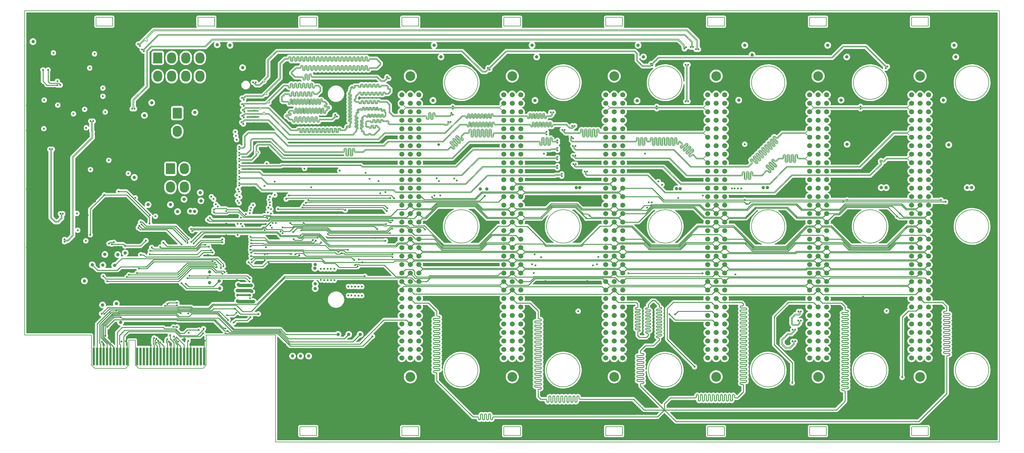
<source format=gbr>
G04 #@! TF.GenerationSoftware,KiCad,Pcbnew,6.0.7-f9a2dced07~116~ubuntu22.04.1*
G04 #@! TF.CreationDate,2023-04-06T13:37:07+01:00*
G04 #@! TF.ProjectId,hiltop_backplane_brd,68696c74-6f70-45f6-9261-636b706c616e,A*
G04 #@! TF.SameCoordinates,Original*
G04 #@! TF.FileFunction,Copper,L6,Bot*
G04 #@! TF.FilePolarity,Positive*
%FSLAX46Y46*%
G04 Gerber Fmt 4.6, Leading zero omitted, Abs format (unit mm)*
G04 Created by KiCad (PCBNEW 6.0.7-f9a2dced07~116~ubuntu22.04.1) date 2023-04-06 13:37:07*
%MOMM*%
%LPD*%
G01*
G04 APERTURE LIST*
G04 Aperture macros list*
%AMRoundRect*
0 Rectangle with rounded corners*
0 $1 Rounding radius*
0 $2 $3 $4 $5 $6 $7 $8 $9 X,Y pos of 4 corners*
0 Add a 4 corners polygon primitive as box body*
4,1,4,$2,$3,$4,$5,$6,$7,$8,$9,$2,$3,0*
0 Add four circle primitives for the rounded corners*
1,1,$1+$1,$2,$3*
1,1,$1+$1,$4,$5*
1,1,$1+$1,$6,$7*
1,1,$1+$1,$8,$9*
0 Add four rect primitives between the rounded corners*
20,1,$1+$1,$2,$3,$4,$5,0*
20,1,$1+$1,$4,$5,$6,$7,0*
20,1,$1+$1,$6,$7,$8,$9,0*
20,1,$1+$1,$8,$9,$2,$3,0*%
G04 Aperture macros list end*
G04 #@! TA.AperFunction,Profile*
%ADD10C,0.150000*%
G04 #@! TD*
G04 #@! TA.AperFunction,ComponentPad*
%ADD11C,2.900680*%
G04 #@! TD*
G04 #@! TA.AperFunction,ComponentPad*
%ADD12C,1.501140*%
G04 #@! TD*
G04 #@! TA.AperFunction,ComponentPad*
%ADD13RoundRect,0.250001X-1.099999X-1.399999X1.099999X-1.399999X1.099999X1.399999X-1.099999X1.399999X0*%
G04 #@! TD*
G04 #@! TA.AperFunction,ComponentPad*
%ADD14O,2.700000X3.300000*%
G04 #@! TD*
G04 #@! TA.AperFunction,SMDPad,CuDef*
%ADD15R,0.750000X5.300000*%
G04 #@! TD*
G04 #@! TA.AperFunction,ComponentPad*
%ADD16C,1.000000*%
G04 #@! TD*
G04 #@! TA.AperFunction,ViaPad*
%ADD17C,0.600000*%
G04 #@! TD*
G04 #@! TA.AperFunction,ViaPad*
%ADD18C,0.800000*%
G04 #@! TD*
G04 #@! TA.AperFunction,ViaPad*
%ADD19C,1.000000*%
G04 #@! TD*
G04 #@! TA.AperFunction,Conductor*
%ADD20C,0.250000*%
G04 #@! TD*
G04 #@! TA.AperFunction,Conductor*
%ADD21C,0.200000*%
G04 #@! TD*
G04 #@! TA.AperFunction,Conductor*
%ADD22C,0.500000*%
G04 #@! TD*
G04 #@! TA.AperFunction,Conductor*
%ADD23C,1.000000*%
G04 #@! TD*
G04 #@! TA.AperFunction,Conductor*
%ADD24C,0.150000*%
G04 #@! TD*
G04 APERTURE END LIST*
D10*
X179840000Y-50700000D02*
G75*
G03*
X179840000Y-50700000I-5000000J0D01*
G01*
X210320000Y-50700000D02*
G75*
G03*
X210320000Y-50700000I-5000000J0D01*
G01*
X240800000Y-50700000D02*
G75*
G03*
X240800000Y-50700000I-5000000J0D01*
G01*
X210320000Y-93700000D02*
G75*
G03*
X210320000Y-93700000I-5000000J0D01*
G01*
X240800000Y-93700000D02*
G75*
G03*
X240800000Y-93700000I-5000000J0D01*
G01*
X179840000Y-136700000D02*
G75*
G03*
X179840000Y-136700000I-5000000J0D01*
G01*
X210320000Y-136700000D02*
G75*
G03*
X210320000Y-136700000I-5000000J0D01*
G01*
X240800000Y-136700000D02*
G75*
G03*
X240800000Y-136700000I-5000000J0D01*
G01*
X179840000Y-93700000D02*
G75*
G03*
X179840000Y-93700000I-5000000J0D01*
G01*
X248500000Y-31150000D02*
X248500000Y-33750000D01*
X284000000Y-33750000D02*
X284000000Y-31150000D01*
X271600000Y-136700000D02*
G75*
G03*
X271600000Y-136700000I-5000000J0D01*
G01*
X65300000Y-136200000D02*
X74500000Y-136200000D01*
X75500000Y-135200000D02*
X75500000Y-127700000D01*
X248500000Y-33750000D02*
X253500000Y-33750000D01*
X131600000Y-156250000D02*
X131600000Y-153650000D01*
X157100000Y-31150000D02*
X157100000Y-33750000D01*
X131600000Y-153650000D02*
X126600000Y-153650000D01*
X192550000Y-153650000D02*
X187550000Y-153650000D01*
X65650000Y-33750000D02*
X70650000Y-33750000D01*
X162100000Y-31150000D02*
X157100000Y-31150000D01*
X101150000Y-33750000D02*
X101150000Y-31150000D01*
X126600000Y-156250000D02*
X131600000Y-156250000D01*
X162100000Y-156250000D02*
X162100000Y-153650000D01*
X279000000Y-31150000D02*
X279000000Y-33750000D01*
X126600000Y-31150000D02*
X126600000Y-33750000D01*
X96150000Y-31150000D02*
X96150000Y-33750000D01*
X98600000Y-126200000D02*
X119300000Y-126200000D01*
X131600000Y-31150000D02*
X126600000Y-31150000D01*
X223050000Y-153650000D02*
X218050000Y-153650000D01*
X192550000Y-33750000D02*
X192550000Y-31150000D01*
X309450000Y-153650000D02*
X309450000Y-156250000D01*
X284000000Y-153650000D02*
X279000000Y-153650000D01*
X70650000Y-31150000D02*
X65650000Y-31150000D01*
X162100000Y-33750000D02*
X162100000Y-31150000D01*
X302080000Y-136700000D02*
G75*
G03*
X302080000Y-136700000I-5000000J0D01*
G01*
X309450000Y-156250000D02*
X314450000Y-156250000D01*
X284000000Y-156250000D02*
X284000000Y-153650000D01*
X248500000Y-156250000D02*
X253500000Y-156250000D01*
X157100000Y-156250000D02*
X162100000Y-156250000D01*
X248500000Y-153650000D02*
X248500000Y-156250000D01*
X218050000Y-156250000D02*
X223050000Y-156250000D01*
X218050000Y-31150000D02*
X218050000Y-33750000D01*
X162100000Y-153650000D02*
X157100000Y-153650000D01*
X332560000Y-93700000D02*
G75*
G03*
X332560000Y-93700000I-5000000J0D01*
G01*
X75500000Y-135200000D02*
X74500000Y-136200000D01*
X126600000Y-153650000D02*
X126600000Y-156250000D01*
X314450000Y-153650000D02*
X309450000Y-153650000D01*
X97600000Y-136200000D02*
X98600000Y-135200000D01*
X157100000Y-33750000D02*
X162100000Y-33750000D01*
X332560000Y-50700000D02*
G75*
G03*
X332560000Y-50700000I-5000000J0D01*
G01*
X70650000Y-33750000D02*
X70650000Y-31150000D01*
X223050000Y-156250000D02*
X223050000Y-153650000D01*
X271600000Y-50700000D02*
G75*
G03*
X271600000Y-50700000I-5000000J0D01*
G01*
X65650000Y-31150000D02*
X65650000Y-33750000D01*
X192550000Y-31150000D02*
X187550000Y-31150000D01*
X302080000Y-93700000D02*
G75*
G03*
X302080000Y-93700000I-5000000J0D01*
G01*
X187550000Y-153650000D02*
X187550000Y-156250000D01*
X44300000Y-29200000D02*
X335740000Y-29200000D01*
X131600000Y-33750000D02*
X131600000Y-31150000D01*
X96150000Y-33750000D02*
X101150000Y-33750000D01*
X187550000Y-33750000D02*
X192550000Y-33750000D01*
X64300000Y-135200000D02*
X64300000Y-126200000D01*
X314500000Y-31150000D02*
X309500000Y-31150000D01*
X218050000Y-153650000D02*
X218050000Y-156250000D01*
X271600000Y-93700000D02*
G75*
G03*
X271600000Y-93700000I-5000000J0D01*
G01*
X253500000Y-33750000D02*
X253500000Y-31150000D01*
X279000000Y-156250000D02*
X284000000Y-156250000D01*
X332560000Y-136700000D02*
G75*
G03*
X332560000Y-136700000I-5000000J0D01*
G01*
X77400000Y-135200000D02*
X78400000Y-136200000D01*
X119300000Y-136200000D02*
X119300000Y-158200000D01*
X309500000Y-31150000D02*
X309500000Y-33750000D01*
X44300000Y-126200000D02*
X44300000Y-29200000D01*
X218050000Y-33750000D02*
X223050000Y-33750000D01*
X314450000Y-156250000D02*
X314450000Y-153650000D01*
X284000000Y-31150000D02*
X279000000Y-31150000D01*
X119300000Y-126200000D02*
X119300000Y-136200000D01*
X78400000Y-136200000D02*
X97600000Y-136200000D01*
X279000000Y-153650000D02*
X279000000Y-156250000D01*
X279000000Y-33750000D02*
X284000000Y-33750000D01*
X253500000Y-153650000D02*
X248500000Y-153650000D01*
X64300000Y-135200000D02*
X65300000Y-136200000D01*
X187550000Y-156250000D02*
X192550000Y-156250000D01*
X75500000Y-127700000D02*
X77400000Y-127700000D01*
X101150000Y-31150000D02*
X96150000Y-31150000D01*
X192550000Y-156250000D02*
X192550000Y-153650000D01*
X253500000Y-31150000D02*
X248500000Y-31150000D01*
X126600000Y-33750000D02*
X131600000Y-33750000D01*
X98600000Y-135200000D02*
X98600000Y-127700000D01*
X335740000Y-29200000D02*
X335740000Y-158200000D01*
X187550000Y-31150000D02*
X187550000Y-33750000D01*
X302080000Y-50700000D02*
G75*
G03*
X302080000Y-50700000I-5000000J0D01*
G01*
X157100000Y-153650000D02*
X157100000Y-156250000D01*
X223050000Y-31150000D02*
X218050000Y-31150000D01*
X98600000Y-127700000D02*
X98600000Y-126200000D01*
X335740000Y-158200000D02*
X119300000Y-158200000D01*
X309500000Y-33750000D02*
X314500000Y-33750000D01*
X253500000Y-156250000D02*
X253500000Y-153650000D01*
X77400000Y-127700000D02*
X77400000Y-135200000D01*
X314500000Y-33750000D02*
X314500000Y-31150000D01*
X64300000Y-126200000D02*
X44300000Y-126200000D01*
X223050000Y-33750000D02*
X223050000Y-31150000D01*
D11*
X159600000Y-48703900D03*
X159600000Y-138696100D03*
D12*
X157060000Y-54330000D03*
X159600000Y-54330000D03*
X162140000Y-54330000D03*
X157060000Y-56870000D03*
X159600000Y-56870000D03*
X162140000Y-56870000D03*
X157060000Y-59410000D03*
X159600000Y-59410000D03*
X162140000Y-59410000D03*
X157060000Y-61950000D03*
X159600000Y-61950000D03*
X162140000Y-61950000D03*
X157060000Y-64490000D03*
X159600000Y-64490000D03*
X162140000Y-64490000D03*
X157060000Y-67030000D03*
X159600000Y-67030000D03*
X162140000Y-67030000D03*
X157060000Y-69570000D03*
X159600000Y-69570000D03*
X162140000Y-69570000D03*
X157060000Y-72110000D03*
X159600000Y-72110000D03*
X162140000Y-72110000D03*
X157060000Y-74650000D03*
X159600000Y-74650000D03*
X162140000Y-74650000D03*
X157060000Y-77190000D03*
X159600000Y-77190000D03*
X162140000Y-77190000D03*
X157060000Y-79730000D03*
X159600000Y-79730000D03*
X162140000Y-79730000D03*
X157060000Y-82270000D03*
X159600000Y-82270000D03*
X162140000Y-82270000D03*
X157060000Y-84810000D03*
X159600000Y-84810000D03*
X162140000Y-84810000D03*
X157060000Y-87350000D03*
X159600000Y-87350000D03*
X162140000Y-87350000D03*
X157060000Y-89890000D03*
X159600000Y-89890000D03*
X162140000Y-89890000D03*
X157060000Y-92430000D03*
X159600000Y-92430000D03*
X162140000Y-92430000D03*
X157060000Y-94970000D03*
X159600000Y-94970000D03*
X162140000Y-94970000D03*
X157060000Y-97510000D03*
X159600000Y-97510000D03*
X162140000Y-97510000D03*
X157060000Y-100050000D03*
X159600000Y-100050000D03*
X162140000Y-100050000D03*
X157060000Y-102590000D03*
X159600000Y-102590000D03*
X162140000Y-102590000D03*
X157060000Y-105130000D03*
X159600000Y-105130000D03*
X162140000Y-105130000D03*
X157060000Y-107670000D03*
X159600000Y-107670000D03*
X162140000Y-107670000D03*
X157060000Y-110210000D03*
X159600000Y-110210000D03*
X162140000Y-110210000D03*
X157060000Y-112750000D03*
X159600000Y-112750000D03*
X162140000Y-112750000D03*
X157060000Y-115290000D03*
X159600000Y-115290000D03*
X162140000Y-115290000D03*
X157060000Y-117830000D03*
X159600000Y-117830000D03*
X162140000Y-117830000D03*
X157060000Y-120370000D03*
X159600000Y-120370000D03*
X162140000Y-120370000D03*
X157060000Y-122910000D03*
X159600000Y-122910000D03*
X162140000Y-122910000D03*
X157060000Y-125450000D03*
X159600000Y-125450000D03*
X162140000Y-125450000D03*
X157060000Y-127990000D03*
X159600000Y-127990000D03*
X162140000Y-127990000D03*
X157060000Y-130530000D03*
X159600000Y-130530000D03*
X162140000Y-130530000D03*
X157060000Y-133070000D03*
X159600000Y-133070000D03*
X162140000Y-133070000D03*
D11*
X190080000Y-138696100D03*
X190080000Y-48703900D03*
D12*
X187540000Y-54330000D03*
X190080000Y-54330000D03*
X192620000Y-54330000D03*
X187540000Y-56870000D03*
X190080000Y-56870000D03*
X192620000Y-56870000D03*
X187540000Y-59410000D03*
X190080000Y-59410000D03*
X192620000Y-59410000D03*
X187540000Y-61950000D03*
X190080000Y-61950000D03*
X192620000Y-61950000D03*
X187540000Y-64490000D03*
X190080000Y-64490000D03*
X192620000Y-64490000D03*
X187540000Y-67030000D03*
X190080000Y-67030000D03*
X192620000Y-67030000D03*
X187540000Y-69570000D03*
X190080000Y-69570000D03*
X192620000Y-69570000D03*
X187540000Y-72110000D03*
X190080000Y-72110000D03*
X192620000Y-72110000D03*
X187540000Y-74650000D03*
X190080000Y-74650000D03*
X192620000Y-74650000D03*
X187540000Y-77190000D03*
X190080000Y-77190000D03*
X192620000Y-77190000D03*
X187540000Y-79730000D03*
X190080000Y-79730000D03*
X192620000Y-79730000D03*
X187540000Y-82270000D03*
X190080000Y-82270000D03*
X192620000Y-82270000D03*
X187540000Y-84810000D03*
X190080000Y-84810000D03*
X192620000Y-84810000D03*
X187540000Y-87350000D03*
X190080000Y-87350000D03*
X192620000Y-87350000D03*
X187540000Y-89890000D03*
X190080000Y-89890000D03*
X192620000Y-89890000D03*
X187540000Y-92430000D03*
X190080000Y-92430000D03*
X192620000Y-92430000D03*
X187540000Y-94970000D03*
X190080000Y-94970000D03*
X192620000Y-94970000D03*
X187540000Y-97510000D03*
X190080000Y-97510000D03*
X192620000Y-97510000D03*
X187540000Y-100050000D03*
X190080000Y-100050000D03*
X192620000Y-100050000D03*
X187540000Y-102590000D03*
X190080000Y-102590000D03*
X192620000Y-102590000D03*
X187540000Y-105130000D03*
X190080000Y-105130000D03*
X192620000Y-105130000D03*
X187540000Y-107670000D03*
X190080000Y-107670000D03*
X192620000Y-107670000D03*
X187540000Y-110210000D03*
X190080000Y-110210000D03*
X192620000Y-110210000D03*
X187540000Y-112750000D03*
X190080000Y-112750000D03*
X192620000Y-112750000D03*
X187540000Y-115290000D03*
X190080000Y-115290000D03*
X192620000Y-115290000D03*
X187540000Y-117830000D03*
X190080000Y-117830000D03*
X192620000Y-117830000D03*
X187540000Y-120370000D03*
X190080000Y-120370000D03*
X192620000Y-120370000D03*
X187540000Y-122910000D03*
X190080000Y-122910000D03*
X192620000Y-122910000D03*
X187540000Y-125450000D03*
X190080000Y-125450000D03*
X192620000Y-125450000D03*
X187540000Y-127990000D03*
X190080000Y-127990000D03*
X192620000Y-127990000D03*
X187540000Y-130530000D03*
X190080000Y-130530000D03*
X192620000Y-130530000D03*
X187540000Y-133070000D03*
X190080000Y-133070000D03*
X192620000Y-133070000D03*
D11*
X220560000Y-48703900D03*
X220560000Y-138696100D03*
D12*
X218020000Y-54330000D03*
X220560000Y-54330000D03*
X223100000Y-54330000D03*
X218020000Y-56870000D03*
X220560000Y-56870000D03*
X223100000Y-56870000D03*
X218020000Y-59410000D03*
X220560000Y-59410000D03*
X223100000Y-59410000D03*
X218020000Y-61950000D03*
X220560000Y-61950000D03*
X223100000Y-61950000D03*
X218020000Y-64490000D03*
X220560000Y-64490000D03*
X223100000Y-64490000D03*
X218020000Y-67030000D03*
X220560000Y-67030000D03*
X223100000Y-67030000D03*
X218020000Y-69570000D03*
X220560000Y-69570000D03*
X223100000Y-69570000D03*
X218020000Y-72110000D03*
X220560000Y-72110000D03*
X223100000Y-72110000D03*
X218020000Y-74650000D03*
X220560000Y-74650000D03*
X223100000Y-74650000D03*
X218020000Y-77190000D03*
X220560000Y-77190000D03*
X223100000Y-77190000D03*
X218020000Y-79730000D03*
X220560000Y-79730000D03*
X223100000Y-79730000D03*
X218020000Y-82270000D03*
X220560000Y-82270000D03*
X223100000Y-82270000D03*
X218020000Y-84810000D03*
X220560000Y-84810000D03*
X223100000Y-84810000D03*
X218020000Y-87350000D03*
X220560000Y-87350000D03*
X223100000Y-87350000D03*
X218020000Y-89890000D03*
X220560000Y-89890000D03*
X223100000Y-89890000D03*
X218020000Y-92430000D03*
X220560000Y-92430000D03*
X223100000Y-92430000D03*
X218020000Y-94970000D03*
X220560000Y-94970000D03*
X223100000Y-94970000D03*
X218020000Y-97510000D03*
X220560000Y-97510000D03*
X223100000Y-97510000D03*
X218020000Y-100050000D03*
X220560000Y-100050000D03*
X223100000Y-100050000D03*
X218020000Y-102590000D03*
X220560000Y-102590000D03*
X223100000Y-102590000D03*
X218020000Y-105130000D03*
X220560000Y-105130000D03*
X223100000Y-105130000D03*
X218020000Y-107670000D03*
X220560000Y-107670000D03*
X223100000Y-107670000D03*
X218020000Y-110210000D03*
X220560000Y-110210000D03*
X223100000Y-110210000D03*
X218020000Y-112750000D03*
X220560000Y-112750000D03*
X223100000Y-112750000D03*
X218020000Y-115290000D03*
X220560000Y-115290000D03*
X223100000Y-115290000D03*
X218020000Y-117830000D03*
X220560000Y-117830000D03*
X223100000Y-117830000D03*
X218020000Y-120370000D03*
X220560000Y-120370000D03*
X223100000Y-120370000D03*
X218020000Y-122910000D03*
X220560000Y-122910000D03*
X223100000Y-122910000D03*
X218020000Y-125450000D03*
X220560000Y-125450000D03*
X223100000Y-125450000D03*
X218020000Y-127990000D03*
X220560000Y-127990000D03*
X223100000Y-127990000D03*
X218020000Y-130530000D03*
X220560000Y-130530000D03*
X223100000Y-130530000D03*
X218020000Y-133070000D03*
X220560000Y-133070000D03*
X223100000Y-133070000D03*
D13*
X84074000Y-43268000D03*
D14*
X88274000Y-43268000D03*
X92474000Y-43268000D03*
X96674000Y-43268000D03*
X84074000Y-48768000D03*
X88274000Y-48768000D03*
X92474000Y-48768000D03*
X96674000Y-48768000D03*
D13*
X89916000Y-59778000D03*
D14*
X89916000Y-65278000D03*
D13*
X87884000Y-76454000D03*
D14*
X92084000Y-76454000D03*
X87884000Y-81954000D03*
X92084000Y-81954000D03*
D15*
X64954000Y-132600000D03*
X65954000Y-132600000D03*
X66954000Y-132600000D03*
X67954000Y-132600000D03*
X68954000Y-132600000D03*
X69954000Y-132600000D03*
X70954000Y-132600000D03*
X71954000Y-132600000D03*
X72954000Y-132600000D03*
X73954000Y-132600000D03*
X74954000Y-132600000D03*
X77954000Y-132600000D03*
X78954000Y-132600000D03*
X79954000Y-132600000D03*
X80954000Y-132600000D03*
X81954000Y-132600000D03*
X82954000Y-132600000D03*
X83954000Y-132600000D03*
X84954000Y-132600000D03*
X85954000Y-132600000D03*
X86954000Y-132600000D03*
X87954000Y-132600000D03*
X88954000Y-132600000D03*
X89954000Y-132600000D03*
X90954000Y-132600000D03*
X91954000Y-132600000D03*
X92954000Y-132600000D03*
X93954000Y-132600000D03*
X94954000Y-132600000D03*
X95954000Y-132600000D03*
X96954000Y-132600000D03*
X97954000Y-132600000D03*
D16*
X67600000Y-117200000D03*
X71700000Y-116800000D03*
X62200000Y-110000000D03*
X73000000Y-122400000D03*
X138000000Y-126000000D03*
X141200000Y-126000000D03*
X144600000Y-126000000D03*
X68300000Y-102100000D03*
X67700000Y-105300000D03*
X64500000Y-105200000D03*
X71200000Y-105400000D03*
X102600000Y-112200000D03*
X102500000Y-110000000D03*
X99600000Y-110500000D03*
X77090000Y-79040000D03*
X99600000Y-107300000D03*
X81200000Y-87200000D03*
X72130000Y-102140000D03*
X74350000Y-101620000D03*
X46800000Y-38400000D03*
X101870000Y-39340000D03*
X95200000Y-59600000D03*
X82300000Y-56700000D03*
X109460000Y-46210000D03*
X80120000Y-60470000D03*
X87900000Y-87200000D03*
X96800000Y-83600000D03*
X97010000Y-86030000D03*
X124400000Y-132500000D03*
D11*
X251040000Y-138696100D03*
X251040000Y-48703900D03*
D12*
X248500000Y-54330000D03*
X251040000Y-54330000D03*
X253580000Y-54330000D03*
X248500000Y-56870000D03*
X251040000Y-56870000D03*
X253580000Y-56870000D03*
X248500000Y-59410000D03*
X251040000Y-59410000D03*
X253580000Y-59410000D03*
X248500000Y-61950000D03*
X251040000Y-61950000D03*
X253580000Y-61950000D03*
X248500000Y-64490000D03*
X251040000Y-64490000D03*
X253580000Y-64490000D03*
X248500000Y-67030000D03*
X251040000Y-67030000D03*
X253580000Y-67030000D03*
X248500000Y-69570000D03*
X251040000Y-69570000D03*
X253580000Y-69570000D03*
X248500000Y-72110000D03*
X251040000Y-72110000D03*
X253580000Y-72110000D03*
X248500000Y-74650000D03*
X251040000Y-74650000D03*
X253580000Y-74650000D03*
X248500000Y-77190000D03*
X251040000Y-77190000D03*
X253580000Y-77190000D03*
X248500000Y-79730000D03*
X251040000Y-79730000D03*
X253580000Y-79730000D03*
X248500000Y-82270000D03*
X251040000Y-82270000D03*
X253580000Y-82270000D03*
X248500000Y-84810000D03*
X251040000Y-84810000D03*
X253580000Y-84810000D03*
X248500000Y-87350000D03*
X251040000Y-87350000D03*
X253580000Y-87350000D03*
X248500000Y-89890000D03*
X251040000Y-89890000D03*
X253580000Y-89890000D03*
X248500000Y-92430000D03*
X251040000Y-92430000D03*
X253580000Y-92430000D03*
X248500000Y-94970000D03*
X251040000Y-94970000D03*
X253580000Y-94970000D03*
X248500000Y-97510000D03*
X251040000Y-97510000D03*
X253580000Y-97510000D03*
X248500000Y-100050000D03*
X251040000Y-100050000D03*
X253580000Y-100050000D03*
X248500000Y-102590000D03*
X251040000Y-102590000D03*
X253580000Y-102590000D03*
X248500000Y-105130000D03*
X251040000Y-105130000D03*
X253580000Y-105130000D03*
X248500000Y-107670000D03*
X251040000Y-107670000D03*
X253580000Y-107670000D03*
X248500000Y-110210000D03*
X251040000Y-110210000D03*
X253580000Y-110210000D03*
X248500000Y-112750000D03*
X251040000Y-112750000D03*
X253580000Y-112750000D03*
X248500000Y-115290000D03*
X251040000Y-115290000D03*
X253580000Y-115290000D03*
X248500000Y-117830000D03*
X251040000Y-117830000D03*
X253580000Y-117830000D03*
X248500000Y-120370000D03*
X251040000Y-120370000D03*
X253580000Y-120370000D03*
X248500000Y-122910000D03*
X251040000Y-122910000D03*
X253580000Y-122910000D03*
X248500000Y-125450000D03*
X251040000Y-125450000D03*
X253580000Y-125450000D03*
X248500000Y-127990000D03*
X251040000Y-127990000D03*
X253580000Y-127990000D03*
X248500000Y-130530000D03*
X251040000Y-130530000D03*
X253580000Y-130530000D03*
X248500000Y-133070000D03*
X251040000Y-133070000D03*
X253580000Y-133070000D03*
D16*
X129200000Y-132500000D03*
D11*
X312000000Y-138696100D03*
X312000000Y-48703900D03*
D12*
X309460000Y-54330000D03*
X312000000Y-54330000D03*
X314540000Y-54330000D03*
X309460000Y-56870000D03*
X312000000Y-56870000D03*
X314540000Y-56870000D03*
X309460000Y-59410000D03*
X312000000Y-59410000D03*
X314540000Y-59410000D03*
X309460000Y-61950000D03*
X312000000Y-61950000D03*
X314540000Y-61950000D03*
X309460000Y-64490000D03*
X312000000Y-64490000D03*
X314540000Y-64490000D03*
X309460000Y-67030000D03*
X312000000Y-67030000D03*
X314540000Y-67030000D03*
X309460000Y-69570000D03*
X312000000Y-69570000D03*
X314540000Y-69570000D03*
X309460000Y-72110000D03*
X312000000Y-72110000D03*
X314540000Y-72110000D03*
X309460000Y-74650000D03*
X312000000Y-74650000D03*
X314540000Y-74650000D03*
X309460000Y-77190000D03*
X312000000Y-77190000D03*
X314540000Y-77190000D03*
X309460000Y-79730000D03*
X312000000Y-79730000D03*
X314540000Y-79730000D03*
X309460000Y-82270000D03*
X312000000Y-82270000D03*
X314540000Y-82270000D03*
X309460000Y-84810000D03*
X312000000Y-84810000D03*
X314540000Y-84810000D03*
X309460000Y-87350000D03*
X312000000Y-87350000D03*
X314540000Y-87350000D03*
X309460000Y-89890000D03*
X312000000Y-89890000D03*
X314540000Y-89890000D03*
X309460000Y-92430000D03*
X312000000Y-92430000D03*
X314540000Y-92430000D03*
X309460000Y-94970000D03*
X312000000Y-94970000D03*
X314540000Y-94970000D03*
X309460000Y-97510000D03*
X312000000Y-97510000D03*
X314540000Y-97510000D03*
X309460000Y-100050000D03*
X312000000Y-100050000D03*
X314540000Y-100050000D03*
X309460000Y-102590000D03*
X312000000Y-102590000D03*
X314540000Y-102590000D03*
X309460000Y-105130000D03*
X312000000Y-105130000D03*
X314540000Y-105130000D03*
X309460000Y-107670000D03*
X312000000Y-107670000D03*
X314540000Y-107670000D03*
X309460000Y-110210000D03*
X312000000Y-110210000D03*
X314540000Y-110210000D03*
X309460000Y-112750000D03*
X312000000Y-112750000D03*
X314540000Y-112750000D03*
X309460000Y-115290000D03*
X312000000Y-115290000D03*
X314540000Y-115290000D03*
X309460000Y-117830000D03*
X312000000Y-117830000D03*
X314540000Y-117830000D03*
X309460000Y-120370000D03*
X312000000Y-120370000D03*
X314540000Y-120370000D03*
X309460000Y-122910000D03*
X312000000Y-122910000D03*
X314540000Y-122910000D03*
X309460000Y-125450000D03*
X312000000Y-125450000D03*
X314540000Y-125450000D03*
X309460000Y-127990000D03*
X312000000Y-127990000D03*
X314540000Y-127990000D03*
X309460000Y-130530000D03*
X312000000Y-130530000D03*
X314540000Y-130530000D03*
X309460000Y-133070000D03*
X312000000Y-133070000D03*
X314540000Y-133070000D03*
D11*
X281520000Y-138696100D03*
X281520000Y-48703900D03*
D12*
X278980000Y-54330000D03*
X281520000Y-54330000D03*
X284060000Y-54330000D03*
X278980000Y-56870000D03*
X281520000Y-56870000D03*
X284060000Y-56870000D03*
X278980000Y-59410000D03*
X281520000Y-59410000D03*
X284060000Y-59410000D03*
X278980000Y-61950000D03*
X281520000Y-61950000D03*
X284060000Y-61950000D03*
X278980000Y-64490000D03*
X281520000Y-64490000D03*
X284060000Y-64490000D03*
X278980000Y-67030000D03*
X281520000Y-67030000D03*
X284060000Y-67030000D03*
X278980000Y-69570000D03*
X281520000Y-69570000D03*
X284060000Y-69570000D03*
X278980000Y-72110000D03*
X281520000Y-72110000D03*
X284060000Y-72110000D03*
X278980000Y-74650000D03*
X281520000Y-74650000D03*
X284060000Y-74650000D03*
X278980000Y-77190000D03*
X281520000Y-77190000D03*
X284060000Y-77190000D03*
X278980000Y-79730000D03*
X281520000Y-79730000D03*
X284060000Y-79730000D03*
X278980000Y-82270000D03*
X281520000Y-82270000D03*
X284060000Y-82270000D03*
X278980000Y-84810000D03*
X281520000Y-84810000D03*
X284060000Y-84810000D03*
X278980000Y-87350000D03*
X281520000Y-87350000D03*
X284060000Y-87350000D03*
X278980000Y-89890000D03*
X281520000Y-89890000D03*
X284060000Y-89890000D03*
X278980000Y-92430000D03*
X281520000Y-92430000D03*
X284060000Y-92430000D03*
X278980000Y-94970000D03*
X281520000Y-94970000D03*
X284060000Y-94970000D03*
X278980000Y-97510000D03*
X281520000Y-97510000D03*
X284060000Y-97510000D03*
X278980000Y-100050000D03*
X281520000Y-100050000D03*
X284060000Y-100050000D03*
X278980000Y-102590000D03*
X281520000Y-102590000D03*
X284060000Y-102590000D03*
X278980000Y-105130000D03*
X281520000Y-105130000D03*
X284060000Y-105130000D03*
X278980000Y-107670000D03*
X281520000Y-107670000D03*
X284060000Y-107670000D03*
X278980000Y-110210000D03*
X281520000Y-110210000D03*
X284060000Y-110210000D03*
X278980000Y-112750000D03*
X281520000Y-112750000D03*
X284060000Y-112750000D03*
X278980000Y-115290000D03*
X281520000Y-115290000D03*
X284060000Y-115290000D03*
X278980000Y-117830000D03*
X281520000Y-117830000D03*
X284060000Y-117830000D03*
X278980000Y-120370000D03*
X281520000Y-120370000D03*
X284060000Y-120370000D03*
X278980000Y-122910000D03*
X281520000Y-122910000D03*
X284060000Y-122910000D03*
X278980000Y-125450000D03*
X281520000Y-125450000D03*
X284060000Y-125450000D03*
X278980000Y-127990000D03*
X281520000Y-127990000D03*
X284060000Y-127990000D03*
X278980000Y-130530000D03*
X281520000Y-130530000D03*
X284060000Y-130530000D03*
X278980000Y-133070000D03*
X281520000Y-133070000D03*
X284060000Y-133070000D03*
D16*
X126800000Y-132500000D03*
D17*
X82500000Y-32500000D03*
X72500000Y-32500000D03*
X62500000Y-32500000D03*
X92500000Y-32500000D03*
X102500000Y-32500000D03*
X112500000Y-32500000D03*
X125000000Y-32500000D03*
X135000000Y-32500000D03*
X145000000Y-32500000D03*
X155000000Y-32500000D03*
X165000000Y-32500000D03*
X175000000Y-32500000D03*
X185000000Y-32500000D03*
X195000000Y-32500000D03*
X215000000Y-32500000D03*
X205000000Y-32500000D03*
X236000000Y-32000000D03*
X232500000Y-77500000D03*
X240000000Y-77500000D03*
X232350000Y-142940000D03*
X240000000Y-142500000D03*
X247000000Y-155000000D03*
X225000000Y-155000000D03*
X236000000Y-155000000D03*
X215000000Y-155000000D03*
X195000000Y-155000000D03*
X205000000Y-155000000D03*
X185000000Y-155000000D03*
X165000000Y-155000000D03*
X177500000Y-155000000D03*
X152500000Y-155000000D03*
X132500000Y-155000000D03*
X142500000Y-155000000D03*
X122500000Y-155000000D03*
X122200000Y-129000000D03*
X142500000Y-140000000D03*
X122500000Y-140000000D03*
X60000000Y-120000000D03*
X65070000Y-119100000D03*
X60000000Y-125000000D03*
X52500000Y-125000000D03*
X47500000Y-125000000D03*
X47500000Y-117500000D03*
X47500000Y-110000000D03*
X47500000Y-100000000D03*
X47500000Y-82500000D03*
X47500000Y-72500000D03*
X47500000Y-65000000D03*
X47500000Y-57500000D03*
X45000000Y-57500000D03*
X45000000Y-65000000D03*
X45000000Y-82500000D03*
X45000000Y-100000000D03*
X57500000Y-117500000D03*
X60000000Y-107500000D03*
X55000000Y-100000000D03*
X47500000Y-80000000D03*
X102500000Y-62500000D03*
X85000000Y-62500000D03*
X85000000Y-70000000D03*
X92500000Y-70000000D03*
X84600000Y-87600000D03*
X97900000Y-81700000D03*
X170000000Y-97500000D03*
X167500000Y-92500000D03*
X202400000Y-66700000D03*
X210000000Y-75000000D03*
X170000000Y-75000000D03*
X180000000Y-97500000D03*
X170000000Y-105000000D03*
X180000000Y-105000000D03*
X182500000Y-115000000D03*
X200000000Y-110000000D03*
X212500000Y-110000000D03*
X200000000Y-132500000D03*
X200000000Y-140000000D03*
X217500000Y-142500000D03*
X225000000Y-142500000D03*
X167500000Y-142500000D03*
X102500000Y-70000000D03*
X75000000Y-67500000D03*
X61976000Y-53086000D03*
X60506000Y-51616000D03*
X63446000Y-51616000D03*
X60506000Y-54556000D03*
X63446000Y-54556000D03*
X69450000Y-89770000D03*
X75000000Y-89770000D03*
X69450000Y-95650000D03*
X75000000Y-95650000D03*
X54600000Y-97380000D03*
X179900000Y-142390000D03*
X181490000Y-145230000D03*
X186060000Y-142030000D03*
X72390000Y-92710000D03*
X51400000Y-42600000D03*
X75350000Y-81110000D03*
X104750000Y-87370000D03*
X92057984Y-127242016D03*
X104670000Y-80350000D03*
X116900000Y-101900000D03*
X116110000Y-102050000D03*
X91600000Y-113800000D03*
D18*
X128800000Y-115800000D03*
D17*
X123900000Y-102000000D03*
X277000000Y-155000000D03*
X297000000Y-155000000D03*
X277300000Y-81800000D03*
X112600000Y-71900000D03*
X295000000Y-114800000D03*
X49200000Y-54400000D03*
X149200000Y-97200000D03*
X126000000Y-68600000D03*
X80000000Y-96550000D03*
X104740000Y-85570000D03*
X67175000Y-84000000D03*
X111600000Y-76500000D03*
X110400000Y-99900000D03*
X208400000Y-119000000D03*
X148200000Y-112400000D03*
X325000000Y-32000000D03*
X104670000Y-74940000D03*
X110400000Y-103500000D03*
X225000000Y-32000000D03*
X78080000Y-95480000D03*
X317000000Y-155000000D03*
X94155191Y-128113421D03*
X74980000Y-87270000D03*
X112970000Y-60920000D03*
X305800000Y-83200000D03*
X305000000Y-68000000D03*
X111400000Y-74700000D03*
X73020000Y-85550000D03*
X50000000Y-51400000D03*
X90190000Y-128119986D03*
X62080000Y-86090000D03*
X64490000Y-47550000D03*
X117300000Y-104624500D03*
X111600000Y-72700000D03*
X116400000Y-99924501D03*
X241000000Y-90000000D03*
X104030000Y-56780000D03*
X63220000Y-90270000D03*
X104700000Y-71150000D03*
X72330000Y-73910000D03*
X203800000Y-122899500D03*
X212368761Y-117368761D03*
X290800000Y-115600000D03*
X181000000Y-45000000D03*
X112780006Y-112300010D03*
X278000000Y-32000000D03*
X110400000Y-98200000D03*
X78910000Y-91070000D03*
D18*
X132400000Y-111800000D03*
D17*
X267000000Y-32000000D03*
X104600000Y-91000000D03*
X98124980Y-127902103D03*
X111699998Y-115200000D03*
X59200000Y-42800000D03*
X116094000Y-89486000D03*
X104730000Y-69390000D03*
X296800000Y-122800000D03*
X65500000Y-66110000D03*
X296000000Y-65000000D03*
X70600000Y-65400000D03*
X104580000Y-92880000D03*
X62820000Y-66380000D03*
X104760000Y-107160000D03*
X62230000Y-82880000D03*
X333000000Y-155000000D03*
X104040000Y-58600000D03*
X112682461Y-114100022D03*
X63980000Y-125060000D03*
X308000000Y-155000000D03*
X104620000Y-96300000D03*
X71600000Y-60600000D03*
X70220000Y-128240000D03*
X333000000Y-119000000D03*
X116422375Y-92972375D03*
X101200000Y-124800000D03*
X290000000Y-92600000D03*
X104040000Y-60350000D03*
X116000000Y-110100000D03*
X116003998Y-87686000D03*
X255000000Y-155000000D03*
X119600000Y-96574500D03*
X72950000Y-98170000D03*
X66790000Y-93485010D03*
X67440000Y-128220000D03*
X113400000Y-46400000D03*
X308000000Y-32000000D03*
X65420000Y-86210000D03*
X104070000Y-62180000D03*
X333000000Y-61000000D03*
X47500000Y-32500000D03*
X115996000Y-84086000D03*
X56000000Y-74600000D03*
X104800000Y-115000000D03*
X305200000Y-49800000D03*
X50800000Y-57400000D03*
X104670000Y-76570000D03*
X104680000Y-72670000D03*
X285000000Y-32000000D03*
X61700000Y-64200000D03*
X333000000Y-140000000D03*
X333000000Y-76000000D03*
X199000000Y-93600000D03*
X211000000Y-85000000D03*
X104700000Y-112000000D03*
X205200000Y-123000000D03*
X284400000Y-50800000D03*
X112900000Y-84700000D03*
X202400000Y-123000000D03*
X104700000Y-113600000D03*
X235800000Y-115200000D03*
X71150000Y-46050000D03*
X316000000Y-32000000D03*
X73240000Y-128180000D03*
X81674990Y-129100000D03*
X259800000Y-94000000D03*
X247000000Y-32000000D03*
X286000000Y-81000000D03*
X104080000Y-63930000D03*
X109800000Y-120800000D03*
X300200000Y-119200000D03*
X333000000Y-44000000D03*
X103800000Y-93300000D03*
X153200000Y-46200000D03*
X295600000Y-122800500D03*
X70357994Y-101697994D03*
X104670000Y-105330000D03*
X228400000Y-93600000D03*
X70600000Y-51800000D03*
X58300000Y-62700000D03*
X333000000Y-32000000D03*
X104680000Y-81950000D03*
X116100000Y-94800000D03*
X183400000Y-52000000D03*
X303200000Y-115000000D03*
X203110000Y-114860000D03*
X107820000Y-109650000D03*
X224400000Y-49800000D03*
X104730000Y-78320000D03*
X63080000Y-96190000D03*
X70130000Y-70460000D03*
X87194635Y-128129546D03*
X74500000Y-128040000D03*
X110780000Y-56190000D03*
X293800000Y-122800000D03*
X116046000Y-85886000D03*
X117100000Y-70000000D03*
X256000000Y-49000000D03*
X266000000Y-155000000D03*
X75434429Y-86354990D03*
X116850000Y-91250000D03*
X114860000Y-52740000D03*
X112990000Y-64290000D03*
X104700000Y-83800000D03*
X70500000Y-54800000D03*
X201800000Y-56200000D03*
X83751002Y-128491136D03*
X138000000Y-50000000D03*
X150400000Y-132000000D03*
X67490000Y-88240000D03*
X112940000Y-59070000D03*
X67710000Y-70190000D03*
X99100000Y-102250000D03*
X66740000Y-96900000D03*
X124200000Y-86600000D03*
X104050000Y-54430000D03*
X264200000Y-115800000D03*
X112600000Y-81900000D03*
X301800000Y-89600000D03*
X66310000Y-95470000D03*
X63420000Y-83120000D03*
X136000000Y-123400000D03*
X54400000Y-83600000D03*
X271400000Y-45200000D03*
X104590000Y-89130000D03*
X116090000Y-103875000D03*
X270700000Y-98500000D03*
X212000000Y-94000000D03*
X200000000Y-46400000D03*
X110400000Y-101800000D03*
X286000000Y-155000000D03*
X116090000Y-71440000D03*
X333000000Y-98000000D03*
X143000000Y-89000000D03*
X255000000Y-32000000D03*
X65860000Y-94260000D03*
X72200000Y-65400000D03*
X297000000Y-32000000D03*
X112960000Y-62790000D03*
X265600000Y-64600000D03*
X75650000Y-101090000D03*
X90940000Y-119680000D03*
X237000000Y-62000000D03*
X69530795Y-98826672D03*
X71000000Y-98469994D03*
X54940000Y-51390000D03*
X51308000Y-46880000D03*
X63920000Y-96190000D03*
X68130000Y-84290000D03*
X81675000Y-92874990D03*
X70347869Y-99003359D03*
X80580000Y-97960000D03*
X72400000Y-83260000D03*
X74320000Y-99570000D03*
X81696239Y-90363761D03*
X64050000Y-62200000D03*
X56250000Y-97600000D03*
X64750000Y-62200000D03*
X56250000Y-98300000D03*
X52550000Y-70600000D03*
X55015775Y-89916020D03*
X55715775Y-89916020D03*
X51850000Y-70600000D03*
X49784000Y-46880000D03*
X54130000Y-51400000D03*
X86275021Y-117485578D03*
X152150000Y-83475500D03*
X259600000Y-85800000D03*
X290214430Y-85785570D03*
X89876628Y-117269949D03*
X318285570Y-85785570D03*
X101450000Y-87100000D03*
X166100000Y-85000000D03*
X319650000Y-86350000D03*
X289050000Y-86350000D03*
X86995807Y-116934461D03*
X102080000Y-87800000D03*
X150600000Y-83800000D03*
X260200000Y-87000000D03*
X89831810Y-116571373D03*
X99043760Y-91713762D03*
X154270000Y-91870000D03*
X305200000Y-90700000D03*
X212233750Y-91266250D03*
X89870000Y-123790000D03*
X306000000Y-89900000D03*
X88790000Y-123780000D03*
X99647778Y-91109744D03*
X213200000Y-90500000D03*
X79947488Y-41247488D03*
X243450000Y-40027356D03*
X79452512Y-40752512D03*
X244150000Y-40027356D03*
X78747488Y-39647488D03*
X245050000Y-40700500D03*
X245750000Y-40700500D03*
X78252512Y-39152512D03*
X68985009Y-123783744D03*
X105045105Y-124987583D03*
X111800000Y-120900000D03*
X106800000Y-122500000D03*
X237100000Y-120000500D03*
X104311799Y-124254277D03*
X73025042Y-120825042D03*
X238800000Y-120000500D03*
X107600000Y-119500000D03*
X104300000Y-125700000D03*
X148300000Y-126600000D03*
X104800000Y-120300000D03*
X68459999Y-126440000D03*
X235600000Y-148600000D03*
X69955000Y-119655000D03*
X105103737Y-121689992D03*
X107200000Y-118311915D03*
X71700000Y-118900009D03*
X114200000Y-119900000D03*
X94825010Y-98769359D03*
X94130000Y-98340000D03*
X93200002Y-128000000D03*
X89800365Y-126963620D03*
X94413625Y-95024099D03*
X88898304Y-126632505D03*
X153740000Y-92460000D03*
X94051537Y-94425008D03*
X88991781Y-127674516D03*
X100870000Y-89410000D03*
X100930000Y-88650000D03*
X87846752Y-126295045D03*
X100790000Y-85500000D03*
X86966752Y-127459629D03*
X147400000Y-79500000D03*
X166850000Y-84450000D03*
X168561693Y-84419937D03*
X100130000Y-84820000D03*
X168150000Y-80100000D03*
X146250000Y-77700000D03*
X173500000Y-80000000D03*
X84801013Y-128438481D03*
X172700000Y-79400000D03*
X84174968Y-127901453D03*
X107700000Y-67750000D03*
X167500000Y-79300000D03*
X107450000Y-66600000D03*
X83649958Y-127424357D03*
X107300000Y-65400000D03*
X83034191Y-127091420D03*
X146019997Y-108604990D03*
X67300000Y-119810000D03*
X68100000Y-119850000D03*
D19*
X91948000Y-85598000D03*
D17*
X67700000Y-52300000D03*
X259600000Y-69100000D03*
X50140000Y-55890000D03*
D19*
X290200000Y-69100000D03*
D18*
X168045000Y-69245000D03*
D17*
X54210000Y-57400000D03*
X199600000Y-71900000D03*
X58900000Y-60000000D03*
D19*
X320600000Y-69300000D03*
D17*
X62250000Y-58650000D03*
X62600000Y-98010000D03*
X93270000Y-119740000D03*
X63990000Y-76700000D03*
X302000000Y-119000000D03*
X229800000Y-71900000D03*
D19*
X131170000Y-112290000D03*
D17*
X63760000Y-46300000D03*
X52899998Y-41776500D03*
X54098761Y-50261239D03*
X83410000Y-90650000D03*
X65200000Y-42050000D03*
X93350000Y-125520000D03*
X68390000Y-59460000D03*
X67700000Y-54749500D03*
X209800000Y-119074500D03*
X60198000Y-94842000D03*
X59930000Y-89800000D03*
X75300000Y-77850000D03*
X69460000Y-73910000D03*
X50050000Y-64450000D03*
X77396239Y-85153761D03*
X62700000Y-64200000D03*
D19*
X90020000Y-89270000D03*
X131200000Y-110900000D03*
X131140000Y-105125010D03*
X95095000Y-89175000D03*
X93860000Y-89150002D03*
X131078699Y-106223312D03*
X288400000Y-55900000D03*
X319000000Y-55900000D03*
X196900000Y-56000000D03*
X257800000Y-55900000D03*
X166400000Y-56000000D03*
X227400000Y-56100000D03*
X196000000Y-39500000D03*
X166700000Y-39500000D03*
X322200000Y-39500000D03*
X259600000Y-39500000D03*
X105700000Y-39500000D03*
X227699998Y-39500000D03*
X284400000Y-39500000D03*
X290100000Y-43000000D03*
X197400000Y-43000000D03*
X229300000Y-43000000D03*
X261800000Y-42400500D03*
X168800000Y-43000000D03*
X322700000Y-43000000D03*
X301894500Y-82105500D03*
X240300000Y-82400000D03*
X239223000Y-82423000D03*
X182500000Y-82500000D03*
X266394500Y-82105500D03*
X180500000Y-82500000D03*
X209194500Y-82105500D03*
X326105500Y-82105500D03*
X265105500Y-82105500D03*
X210280000Y-82100000D03*
X327394500Y-82105500D03*
X300394500Y-82105500D03*
D18*
X108000000Y-114300000D03*
X111600000Y-114300000D03*
D19*
X112700000Y-116200000D03*
X108000000Y-116000000D03*
X108200000Y-111100000D03*
X112000000Y-111400000D03*
X107900000Y-112900000D03*
X112200012Y-113200012D03*
D17*
X112000000Y-102600000D03*
X126400000Y-102300000D03*
X134944585Y-96002108D03*
X142100000Y-111685000D03*
X141100000Y-111685000D03*
X154300000Y-102064990D03*
X112000000Y-101600000D03*
X139100000Y-101700000D03*
X136900000Y-106400000D03*
X111800000Y-100700000D03*
X138094990Y-101305010D03*
X111900000Y-99700000D03*
X135800000Y-106400000D03*
X141000000Y-100700000D03*
X142833977Y-103798069D03*
X112100000Y-103600000D03*
X143100000Y-105300000D03*
X143100000Y-111700000D03*
X112200000Y-104400000D03*
X145300000Y-104400000D03*
X144100000Y-111715000D03*
X111300000Y-104400000D03*
X143900000Y-105644990D03*
X145100000Y-111715000D03*
X144169364Y-103573113D03*
X112650000Y-50600000D03*
X183347488Y-46747488D03*
X232047488Y-45496988D03*
X294200000Y-57790000D03*
X172300000Y-57790000D03*
X233300000Y-57790000D03*
X301752512Y-46347488D03*
X172300000Y-58490000D03*
X231552512Y-45002012D03*
X113350000Y-50600000D03*
X302247488Y-45852512D03*
X294200000Y-58490000D03*
X182852512Y-46252512D03*
X233300000Y-58490000D03*
X153147488Y-49447488D03*
X109817488Y-55777488D03*
X152652512Y-48952512D03*
X109322512Y-55282512D03*
X109857488Y-57607488D03*
X137647488Y-60847488D03*
X137152512Y-60352512D03*
X109362512Y-57112512D03*
X112000000Y-98800000D03*
X224800000Y-107700000D03*
X132968731Y-98484833D03*
X256800000Y-108100000D03*
X196530000Y-107670000D03*
X247000000Y-107700000D03*
X134900000Y-106400000D03*
X133900000Y-106400000D03*
X112000000Y-97800000D03*
X131366099Y-97920246D03*
X130487518Y-97725010D03*
X111900000Y-96800000D03*
X132900000Y-106400000D03*
X138500000Y-77000000D03*
X116700000Y-74900000D03*
X154300000Y-102875989D03*
X125200000Y-102100000D03*
X126736817Y-96366043D03*
X152200000Y-98000000D03*
X153500000Y-95700000D03*
X126999980Y-94900024D03*
X152301710Y-92969736D03*
X127712288Y-92638258D03*
X127373003Y-88000000D03*
X152600000Y-89100000D03*
X152797137Y-88285685D03*
X127800000Y-87300000D03*
X128400000Y-86700000D03*
X181850000Y-84550000D03*
X129100000Y-85849929D03*
X127978193Y-76378191D03*
X170980000Y-62470000D03*
X109372512Y-60612512D03*
X109867488Y-61107488D03*
X171680000Y-62470000D03*
X171852512Y-59752512D03*
X109542512Y-58892512D03*
X172347488Y-60247488D03*
X110037488Y-59387488D03*
X109687488Y-63047488D03*
X202350000Y-59560000D03*
X109192512Y-62552512D03*
X201650000Y-59560000D03*
X108500000Y-70600000D03*
X208750000Y-63600000D03*
X108500000Y-69900000D03*
X208050000Y-63600000D03*
X123300000Y-84500000D03*
X154800000Y-85300000D03*
X153600000Y-85200000D03*
X122500000Y-85500000D03*
X150100000Y-80150000D03*
X119092628Y-80307372D03*
X154200000Y-94400000D03*
X124524500Y-95400000D03*
X123700000Y-92700000D03*
X164000000Y-94600000D03*
X131900000Y-97100045D03*
X214200000Y-105400000D03*
X197000000Y-105400000D03*
X124713179Y-97499774D03*
X196000000Y-105000000D03*
X140200000Y-88800000D03*
X120100000Y-88500000D03*
X215400000Y-105000000D03*
X130000000Y-82000000D03*
X198700000Y-102900000D03*
X116000000Y-81600000D03*
X215800000Y-102800000D03*
X119100000Y-84300000D03*
X149684018Y-94524979D03*
X196800000Y-102030011D03*
X121400000Y-94000000D03*
X103400000Y-97600000D03*
X85800000Y-98600000D03*
X132900000Y-109700000D03*
X84874990Y-99902963D03*
X103400000Y-98400000D03*
X133900000Y-109800000D03*
X98300000Y-99200000D03*
X82300000Y-100000000D03*
X134900000Y-109800000D03*
X81900000Y-101000000D03*
X135900000Y-109800000D03*
X99400000Y-99800000D03*
X100000000Y-100900000D03*
X136900000Y-109800000D03*
X81700000Y-102100000D03*
X79000000Y-102200000D03*
X100400000Y-101500000D03*
X141100000Y-114385000D03*
X142000000Y-114385000D03*
X100497037Y-104174990D03*
X78500000Y-106325010D03*
X77954001Y-107654001D03*
X101167701Y-104574990D03*
X143100000Y-114400000D03*
X101613055Y-105226110D03*
X144100000Y-114415000D03*
X75490000Y-108190000D03*
X74900000Y-108874990D03*
X101702627Y-105920368D03*
X145100000Y-114415000D03*
X103700000Y-105600000D03*
X103000000Y-106100000D03*
X104100000Y-107400000D03*
X67800000Y-108600000D03*
X103500000Y-107900000D03*
X69000000Y-110100000D03*
X78613055Y-93485010D03*
X92400000Y-98200000D03*
X92500000Y-110900000D03*
X111600000Y-109300000D03*
X93600001Y-108528102D03*
X79000000Y-92400000D03*
X99640107Y-108414153D03*
X93300000Y-97500000D03*
X91200000Y-99100000D03*
X91200000Y-110700000D03*
X78295497Y-94108847D03*
X111500000Y-110200000D03*
X93000000Y-109200000D03*
X92974990Y-98600000D03*
X99100000Y-109100000D03*
X79300000Y-93100000D03*
X96400000Y-124700000D03*
X244600000Y-135700000D03*
X273800000Y-140500000D03*
X97800000Y-124300000D03*
X306650000Y-138850000D03*
X97600000Y-125700000D03*
X205750000Y-64800000D03*
X200337520Y-66149806D03*
X108500000Y-72400000D03*
X205050000Y-64800000D03*
X108500000Y-71700000D03*
X200337520Y-65449806D03*
X203600000Y-68650000D03*
X208260261Y-67392876D03*
X108500000Y-74200000D03*
X203600000Y-67950000D03*
X108463363Y-73466093D03*
X207765285Y-66897900D03*
X203600000Y-70950000D03*
X108500000Y-76000000D03*
X208950000Y-69612595D03*
X108500000Y-75300000D03*
X203600000Y-70250000D03*
X208250000Y-69612595D03*
X108500000Y-77800000D03*
X203600000Y-73650000D03*
X208992389Y-72526676D03*
X203600000Y-72950000D03*
X208292389Y-72526676D03*
X108500000Y-77100000D03*
X209071496Y-75071680D03*
X203600000Y-76250000D03*
X108500000Y-79600000D03*
X203600000Y-75550000D03*
X208371496Y-75071680D03*
X108500000Y-78900000D03*
X204900000Y-78650000D03*
X212450000Y-77300000D03*
X108500000Y-81400000D03*
X211750000Y-77300000D03*
X108500000Y-80700000D03*
X204900000Y-77950000D03*
X108100000Y-82600000D03*
X108399884Y-83307833D03*
X107800000Y-84350000D03*
X231800000Y-86500000D03*
X117600000Y-84900000D03*
X233750000Y-80250000D03*
X108598436Y-84868913D03*
X230902672Y-86474307D03*
X234850000Y-81200000D03*
X117400000Y-85700000D03*
X108000000Y-86100000D03*
X247050000Y-84475500D03*
X239700000Y-85261070D03*
X230378688Y-88081718D03*
X117600000Y-86500000D03*
X108400000Y-86700000D03*
X117600000Y-87300000D03*
X112600000Y-87300000D03*
X117200000Y-88100000D03*
X112000000Y-88100000D03*
X117925500Y-88479500D03*
X111800000Y-88900000D03*
X117000000Y-89500000D03*
X111600000Y-89700000D03*
X117925500Y-89884394D03*
X110408628Y-90076872D03*
X119400000Y-92700000D03*
X109000000Y-91100000D03*
X118500000Y-92700000D03*
X108000000Y-92900000D03*
X117800000Y-93400000D03*
X255800000Y-82300000D03*
X109000000Y-92900000D03*
X256600000Y-82300000D03*
X118200000Y-94100000D03*
X109400000Y-93700000D03*
X257600000Y-82300000D03*
X120800000Y-95200000D03*
X108000000Y-96199512D03*
X258600000Y-82300000D03*
X121400000Y-95700000D03*
X274650000Y-128100000D03*
X273950000Y-124600000D03*
X274650000Y-124600000D03*
X273950000Y-128100000D03*
X276350000Y-121900000D03*
X275668150Y-119148070D03*
X275650000Y-121900000D03*
X276368150Y-119148070D03*
X241950000Y-45299500D03*
X241552512Y-40547488D03*
X77150000Y-58500000D03*
X241950000Y-56300000D03*
X242047488Y-40052512D03*
X242650000Y-45299500D03*
X242650000Y-56300000D03*
X76450000Y-58500000D03*
D20*
X67954000Y-132675000D02*
X67954000Y-128734000D01*
X74954000Y-128494000D02*
X74799999Y-128339999D01*
X81954000Y-132675000D02*
X81954000Y-129379010D01*
X64954000Y-132675000D02*
X64954000Y-126034000D01*
X87494634Y-128429545D02*
X87194635Y-128129546D01*
X64954000Y-126034000D02*
X63980000Y-125060000D01*
X87954000Y-128888911D02*
X87494634Y-128429545D01*
X67739999Y-128519999D02*
X67440000Y-128220000D01*
X93954000Y-128314612D02*
X94155191Y-128113421D01*
X81954000Y-129379010D02*
X81674990Y-129100000D01*
X74799999Y-128339999D02*
X74500000Y-128040000D01*
X97954000Y-132675000D02*
X97954000Y-128073083D01*
X87954000Y-132675000D02*
X87954000Y-128888911D01*
X67954000Y-128734000D02*
X67739999Y-128519999D01*
X93954000Y-132675000D02*
X93954000Y-128314612D01*
X97954000Y-128073083D02*
X98124980Y-127902103D01*
X74954000Y-132675000D02*
X74954000Y-128494000D01*
X71000000Y-98469994D02*
X69887473Y-98469994D01*
X69887473Y-98469994D02*
X69830794Y-98526673D01*
X69830794Y-98526673D02*
X69530795Y-98826672D01*
X54424998Y-50874998D02*
X51804998Y-50874998D01*
X51308000Y-47304264D02*
X51308000Y-46880000D01*
X51804998Y-50874998D02*
X51308000Y-50378000D01*
X54940000Y-51390000D02*
X54424998Y-50874998D01*
X51308000Y-50378000D02*
X51308000Y-47304264D01*
X81675000Y-91085000D02*
X81675000Y-92874990D01*
X63920000Y-95977868D02*
X63920000Y-96190000D01*
X63920000Y-88500000D02*
X63920000Y-95977868D01*
X74880000Y-84290000D02*
X81675000Y-91085000D01*
X68130000Y-84290000D02*
X74880000Y-84290000D01*
X68130000Y-84290000D02*
X63920000Y-88500000D01*
X80280001Y-98259999D02*
X80580000Y-97960000D01*
X74020001Y-99270001D02*
X74320000Y-99570000D01*
X70347869Y-99003359D02*
X73753359Y-99003359D01*
X73753359Y-99003359D02*
X74020001Y-99270001D01*
X78970000Y-99570000D02*
X80280001Y-98259999D01*
X72400000Y-83260000D02*
X74760000Y-83260000D01*
X74760000Y-83260000D02*
X81696239Y-90196239D01*
X74320000Y-99570000D02*
X78970000Y-99570000D01*
X81696239Y-90196239D02*
X81696239Y-90363761D01*
D21*
X57137867Y-97800000D02*
X58540000Y-96397867D01*
X64380000Y-65442133D02*
X64249999Y-65312132D01*
X64249999Y-62399999D02*
X64050000Y-62200000D01*
X58540000Y-72917866D02*
X64380000Y-67077866D01*
X64249999Y-65312132D02*
X64249999Y-62399999D01*
X56450000Y-97800000D02*
X57137867Y-97800000D01*
X64380000Y-67077866D02*
X64380000Y-65442133D01*
X58540000Y-72917866D02*
X58540000Y-96397867D01*
X56250000Y-97600000D02*
X56450000Y-97800000D01*
X64550001Y-62399999D02*
X64750000Y-62200000D01*
X56450000Y-98100000D02*
X57262133Y-98100000D01*
X58840000Y-73042134D02*
X58840000Y-96522133D01*
X64680000Y-65317867D02*
X64550001Y-65187868D01*
X58840000Y-73042134D02*
X64680000Y-67202134D01*
X64550001Y-65187868D02*
X64550001Y-62399999D01*
X64680000Y-67202134D02*
X64680000Y-65317867D01*
X57262133Y-98100000D02*
X58840000Y-96522133D01*
X56250000Y-98300000D02*
X56450000Y-98100000D01*
X55215774Y-91172092D02*
X54237866Y-92150000D01*
X52350001Y-70799999D02*
X52550000Y-70600000D01*
X53462134Y-92150000D02*
X52350000Y-91037866D01*
X55015775Y-89916020D02*
X55215774Y-90116019D01*
X55215774Y-90116019D02*
X55215774Y-91172092D01*
X54237866Y-92150000D02*
X53462134Y-92150000D01*
X52350000Y-91037866D02*
X52350001Y-70799999D01*
X54362134Y-92450000D02*
X53337866Y-92450000D01*
X52050000Y-91162134D02*
X52049999Y-70799999D01*
X55715775Y-89916020D02*
X55515776Y-90116019D01*
X52049999Y-70799999D02*
X51850000Y-70600000D01*
X55515776Y-91296358D02*
X54362134Y-92450000D01*
X53337866Y-92450000D02*
X52050000Y-91162134D01*
X55515776Y-90116019D02*
X55515776Y-91296358D01*
D20*
X50900000Y-51400000D02*
X53705736Y-51400000D01*
X49784000Y-46880000D02*
X49784000Y-50284000D01*
X49784000Y-50284000D02*
X50900000Y-51400000D01*
X53705736Y-51400000D02*
X54130000Y-51400000D01*
X166424429Y-85324429D02*
X166100000Y-85000000D01*
X192620000Y-82270000D02*
X191540000Y-83350000D01*
X86275021Y-117485578D02*
X89660999Y-117485578D01*
X223100000Y-82270000D02*
X231870000Y-82270000D01*
X221994500Y-83375500D02*
X223100000Y-82270000D01*
X191540000Y-83350000D02*
X180950000Y-83350000D01*
X180950000Y-83350000D02*
X178975571Y-85324429D01*
X178975571Y-85324429D02*
X166424429Y-85324429D01*
X89660999Y-117485578D02*
X89876628Y-117269949D01*
X290214430Y-85785570D02*
X318285570Y-85785570D01*
X193755500Y-83375500D02*
X221994500Y-83375500D01*
X235385570Y-85785570D02*
X290214430Y-85785570D01*
X192650000Y-82270000D02*
X193755500Y-83375500D01*
X231870000Y-82270000D02*
X235385570Y-85785570D01*
X86995807Y-116934461D02*
X87358895Y-116571373D01*
X233810000Y-84810000D02*
X235350000Y-86350000D01*
X163769404Y-85674429D02*
X162904975Y-84810000D01*
X193704489Y-83725511D02*
X222015511Y-83725511D01*
X162904975Y-84810000D02*
X162140000Y-84810000D01*
X87358895Y-116571373D02*
X89831810Y-116571373D01*
X260700000Y-87000000D02*
X261350000Y-86350000D01*
X260200000Y-87000000D02*
X260700000Y-87000000D01*
X259350000Y-86350000D02*
X260000000Y-87000000D01*
X261350000Y-86350000D02*
X289050000Y-86350000D01*
X235350000Y-86350000D02*
X259350000Y-86350000D01*
X289050000Y-86350000D02*
X319650000Y-86350000D01*
X222015511Y-83725511D02*
X223100000Y-84810000D01*
X179120545Y-85674429D02*
X163769404Y-85674429D01*
X192620000Y-84810000D02*
X193704489Y-83725511D01*
X192620000Y-84810000D02*
X191510000Y-83700000D01*
X191510000Y-83700000D02*
X181094974Y-83700000D01*
X260000000Y-87000000D02*
X260200000Y-87000000D01*
X181094974Y-83700000D02*
X179120545Y-85674429D01*
X223100000Y-84810000D02*
X233810000Y-84810000D01*
X198715970Y-91376500D02*
X202048880Y-88043590D01*
X154270000Y-91870000D02*
X153220006Y-91870000D01*
X153074993Y-91724987D02*
X117697005Y-91724987D01*
X153220006Y-91870000D02*
X153074993Y-91724987D01*
X164223500Y-91376500D02*
X167800000Y-87800000D01*
X222015511Y-91345511D02*
X223100000Y-92430000D01*
X262944974Y-88250000D02*
X259894974Y-91300000D01*
X282880000Y-91250000D02*
X275150000Y-91250000D01*
X254710000Y-91300000D02*
X253580000Y-92430000D01*
X253580000Y-92430000D02*
X252400000Y-91250000D01*
X163130000Y-91376500D02*
X164223500Y-91376500D01*
X209011090Y-88043590D02*
X212233750Y-91266250D01*
X167800000Y-87800000D02*
X179000000Y-87800000D01*
X272150000Y-88250000D02*
X262944974Y-88250000D01*
X162076500Y-92430000D02*
X163130000Y-91376500D01*
X182545511Y-91345511D02*
X191472011Y-91345511D01*
X305750000Y-91250000D02*
X305200000Y-90700000D01*
X193673500Y-91376500D02*
X198715970Y-91376500D01*
X202048880Y-88043590D02*
X209011090Y-88043590D01*
X99505010Y-92175012D02*
X99043760Y-91713762D01*
X302500000Y-88000000D02*
X290000000Y-88000000D01*
X117697005Y-91724987D02*
X117246980Y-92175012D01*
X192620000Y-92430000D02*
X193673500Y-91376500D01*
X227830695Y-92430000D02*
X223100000Y-92430000D01*
X284060000Y-92430000D02*
X282880000Y-91250000D01*
X313360000Y-91250000D02*
X305750000Y-91250000D01*
X117246980Y-92175012D02*
X99505010Y-92175012D01*
X275150000Y-91250000D02*
X272150000Y-88250000D01*
X244400000Y-88200000D02*
X232060695Y-88200000D01*
X252400000Y-91250000D02*
X247450000Y-91250000D01*
X212313011Y-91345511D02*
X222015511Y-91345511D01*
X286290000Y-90200000D02*
X284060000Y-92430000D01*
X314540000Y-92430000D02*
X313360000Y-91250000D01*
X305200000Y-90700000D02*
X302500000Y-88000000D01*
X247450000Y-91250000D02*
X244400000Y-88200000D01*
X179000000Y-87800000D02*
X182545511Y-91345511D01*
X212233750Y-91266250D02*
X212313011Y-91345511D01*
X191472011Y-91345511D02*
X192556500Y-92430000D01*
X287800000Y-90200000D02*
X286290000Y-90200000D01*
X259894974Y-91300000D02*
X254710000Y-91300000D01*
X290000000Y-88000000D02*
X287800000Y-90200000D01*
X232060695Y-88200000D02*
X227830695Y-92430000D01*
X160690000Y-91340000D02*
X117587002Y-91340000D01*
X100363035Y-91825001D02*
X99647778Y-91109744D01*
X303750499Y-87650499D02*
X306000000Y-89900000D01*
X193725500Y-90995500D02*
X192620000Y-89890000D01*
X213200000Y-90500000D02*
X212618755Y-89918755D01*
X182689770Y-90995500D02*
X191451000Y-90995500D01*
X198601980Y-90995500D02*
X193725500Y-90995500D01*
X221994500Y-90995500D02*
X213695500Y-90995500D01*
X272294974Y-87900000D02*
X275294974Y-90900000D01*
X167655232Y-87450499D02*
X179144769Y-87450499D01*
X223100000Y-89890000D02*
X221994500Y-90995500D01*
X306000000Y-89900000D02*
X307000000Y-90900000D01*
X244544769Y-87850499D02*
X247594270Y-90900000D01*
X209149918Y-87687428D02*
X201910052Y-87687428D01*
X275294974Y-90900000D02*
X283050000Y-90900000D01*
X262800000Y-87900000D02*
X272294974Y-87900000D01*
X247594270Y-90900000D02*
X252570000Y-90900000D01*
X313530000Y-90900000D02*
X314540000Y-89890000D01*
X307000000Y-90900000D02*
X313530000Y-90900000D01*
X259750000Y-90950000D02*
X262800000Y-87900000D01*
X191451000Y-90995500D02*
X192556500Y-89890000D01*
X287655231Y-89850499D02*
X289855232Y-87650499D01*
X231915927Y-87850499D02*
X244544769Y-87850499D01*
X223100000Y-89890000D02*
X229876425Y-89890000D01*
X254640000Y-90950000D02*
X259750000Y-90950000D01*
X283050000Y-90900000D02*
X284060000Y-89890000D01*
X162140000Y-89890000D02*
X160690000Y-91340000D01*
X253580000Y-89890000D02*
X254640000Y-90950000D01*
X117102001Y-91825001D02*
X100363035Y-91825001D01*
X162076500Y-89890000D02*
X163182000Y-90995500D01*
X88790000Y-123780000D02*
X89860000Y-123780000D01*
X212618755Y-89918755D02*
X211381245Y-89918755D01*
X164110230Y-90995500D02*
X167655232Y-87450499D01*
X201910052Y-87687428D02*
X198601980Y-90995500D01*
X89860000Y-123780000D02*
X89870000Y-123790000D01*
X163182000Y-90995500D02*
X164110230Y-90995500D01*
X252570000Y-90900000D02*
X253580000Y-89890000D01*
X211381245Y-89918755D02*
X209149918Y-87687428D01*
X289855232Y-87650499D02*
X303750499Y-87650499D01*
X229876425Y-89890000D02*
X231915927Y-87850499D01*
X213695500Y-90995500D02*
X213200000Y-90500000D01*
X117587002Y-91340000D02*
X117102001Y-91825001D01*
X179144769Y-87450499D02*
X182689770Y-90995500D01*
X284099501Y-89850499D02*
X287655231Y-89850499D01*
D21*
X241637866Y-36550000D02*
X84362133Y-36550000D01*
X84362133Y-36550000D02*
X79972512Y-40939621D01*
X79972512Y-40939621D02*
X79972512Y-40967904D01*
X243649999Y-39827357D02*
X243649999Y-38562133D01*
X79947488Y-40992928D02*
X79947488Y-41247488D01*
X243649999Y-38562133D02*
X241637866Y-36550000D01*
X243450000Y-40027356D02*
X243649999Y-39827357D01*
X79972512Y-40967904D02*
X79947488Y-40992928D01*
X241762134Y-36250000D02*
X84237867Y-36250000D01*
X243950001Y-39827357D02*
X243950001Y-38437867D01*
X84237867Y-36250000D02*
X79760379Y-40727488D01*
X79760379Y-40727488D02*
X79732096Y-40727488D01*
X79707072Y-40752512D02*
X79452512Y-40752512D01*
X244150000Y-40027356D02*
X243950001Y-39827357D01*
X79732096Y-40727488D02*
X79707072Y-40752512D01*
X243950001Y-38437867D02*
X241762134Y-36250000D01*
X80007538Y-38104596D02*
X78772512Y-39339621D01*
X80856067Y-37680332D02*
X80856066Y-37680332D01*
X80856066Y-37680332D02*
X81018407Y-37842673D01*
X78772512Y-39339621D02*
X78772512Y-39367904D01*
X78747488Y-39392928D02*
X78747488Y-39647488D01*
X82962133Y-35150000D02*
X80856067Y-37256066D01*
X80007539Y-38104597D02*
X80007538Y-38104596D01*
X78772512Y-39367904D02*
X78747488Y-39392928D01*
X245249999Y-38162133D02*
X242237866Y-35150000D01*
X242237866Y-35150000D02*
X82962133Y-35150000D01*
X80594143Y-38266937D02*
X80431803Y-38104597D01*
X245249999Y-40500501D02*
X245249999Y-38162133D01*
X245050000Y-40700500D02*
X245249999Y-40500501D01*
X81018401Y-38266931D02*
G75*
G03*
X81018406Y-37842674I-212101J212131D01*
G01*
X80594144Y-38266936D02*
G75*
G03*
X81018406Y-38266936I212131J212131D01*
G01*
X80856066Y-37680333D02*
G75*
G02*
X80856067Y-37256066I212134J212133D01*
G01*
X80007540Y-38104598D02*
G75*
G02*
X80431802Y-38104598I212131J-212131D01*
G01*
X78507072Y-39152512D02*
X78532096Y-39127488D01*
X82837867Y-34850000D02*
X242362134Y-34850000D01*
X78560379Y-39127488D02*
X82837867Y-34850000D01*
X78252512Y-39152512D02*
X78507072Y-39152512D01*
X245550001Y-40500501D02*
X245750000Y-40700500D01*
X245550001Y-38037867D02*
X245550001Y-40500501D01*
X242362134Y-34850000D02*
X245550001Y-38037867D01*
X78532096Y-39127488D02*
X78560379Y-39127488D01*
D20*
X237100000Y-120000500D02*
X238799500Y-121700000D01*
X71113710Y-121655043D02*
X89780068Y-121655043D01*
X104125867Y-124987583D02*
X105045105Y-124987583D01*
X144525001Y-128874999D02*
X151700000Y-121700000D01*
X68985009Y-123783744D02*
X71113710Y-121655043D01*
X151700000Y-121700000D02*
X158390000Y-121700000D01*
X249830000Y-121700000D02*
X251040000Y-122910000D01*
X100988284Y-121850000D02*
X104125867Y-124987583D01*
X105507510Y-125449988D02*
X120249988Y-125449988D01*
X110879122Y-121820878D02*
X111800000Y-120900000D01*
X106800000Y-122500000D02*
X107479122Y-121820878D01*
X120249988Y-125449988D02*
X123674999Y-128874999D01*
X158390000Y-121700000D02*
X159600000Y-122910000D01*
X89975025Y-121850000D02*
X100988284Y-121850000D01*
X107479122Y-121820878D02*
X110879122Y-121820878D01*
X89780068Y-121655043D02*
X89975025Y-121850000D01*
X238799500Y-121700000D02*
X249830000Y-121700000D01*
X123674999Y-128874999D02*
X144525001Y-128874999D01*
X105045105Y-124987583D02*
X105507510Y-125449988D01*
X89925032Y-121305032D02*
X90120000Y-121500000D01*
X104399999Y-125799999D02*
X104300000Y-125700000D01*
X73025042Y-120825042D02*
X73505032Y-121305032D01*
X239700500Y-119100000D02*
X238800000Y-120000500D01*
X68459999Y-123411973D02*
X71046930Y-120825042D01*
X119999999Y-125799999D02*
X104399999Y-125799999D01*
X71046930Y-120825042D02*
X73025042Y-120825042D01*
X145400000Y-129500000D02*
X123700000Y-129500000D01*
X90120000Y-121500000D02*
X101133258Y-121500000D01*
X123700000Y-129500000D02*
X119999999Y-125799999D01*
X251040000Y-120370000D02*
X249770000Y-119100000D01*
X107600000Y-119500000D02*
X106800000Y-120300000D01*
X101133258Y-121500000D02*
X103887535Y-124254277D01*
X73505032Y-121305032D02*
X89925032Y-121305032D01*
X148300000Y-126600000D02*
X145400000Y-129500000D01*
X106800000Y-120300000D02*
X104800000Y-120300000D01*
X68459999Y-126440000D02*
X68459999Y-123411973D01*
X103887535Y-124254277D02*
X104311799Y-124254277D01*
X249770000Y-119100000D02*
X239700500Y-119100000D01*
X72558142Y-119524960D02*
X72308084Y-119775018D01*
X90687999Y-119154999D02*
X90318038Y-119524960D01*
X120800043Y-124399957D02*
X106899957Y-124399957D01*
X106899957Y-124399957D02*
X102024961Y-119524961D01*
X67190023Y-123196979D02*
X67190023Y-127083021D01*
X72308084Y-119775018D02*
X70611983Y-119775019D01*
X68954000Y-128846998D02*
X68954000Y-132675000D01*
X70611983Y-119775019D02*
X67190023Y-123196979D01*
X67190023Y-127083021D02*
X68954000Y-128846998D01*
X138000000Y-126000000D02*
X122400086Y-126000000D01*
X122400086Y-126000000D02*
X120800043Y-124399957D01*
X102024961Y-119524961D02*
X93891963Y-119524961D01*
X93891963Y-119524961D02*
X93522001Y-119154999D01*
X90318038Y-119524960D02*
X72558142Y-119524960D01*
X93522001Y-119154999D02*
X90687999Y-119154999D01*
X320679831Y-132300000D02*
X320300000Y-132300000D01*
X320000000Y-131700000D02*
X320679831Y-131700000D01*
X198500000Y-129200000D02*
X197100000Y-129200000D01*
X184500000Y-150700000D02*
X233500000Y-150700000D01*
X320000000Y-130500000D02*
X320679831Y-130500000D01*
X290295253Y-136200000D02*
X289600000Y-136200000D01*
X167500000Y-133800000D02*
X168180389Y-133800000D01*
X288904747Y-140400000D02*
X289600000Y-140400000D01*
X256500000Y-144700000D02*
X256500000Y-144327623D01*
X290295253Y-125400000D02*
X289600000Y-125400000D01*
X202200000Y-145400000D02*
X202200000Y-144735872D01*
X167500000Y-127800000D02*
X168180389Y-127800000D01*
X197100000Y-137000000D02*
X198500000Y-137000000D01*
X289600000Y-126600000D02*
X288904747Y-126600000D01*
X228100000Y-119050000D02*
X227100000Y-119050000D01*
X234000000Y-117200000D02*
X234000000Y-117700000D01*
X288904747Y-124800000D02*
X289600000Y-124800000D01*
X231200000Y-119650000D02*
X230200000Y-119650000D01*
X207000000Y-146064128D02*
X207000000Y-145400000D01*
X201600000Y-145400000D02*
X201600000Y-146064128D01*
X320679831Y-122700000D02*
X320000000Y-122700000D01*
X230200000Y-123150000D02*
X231200000Y-123150000D01*
X181200000Y-150112717D02*
X181200000Y-151287283D01*
X167500000Y-136200000D02*
X168180389Y-136200000D01*
X320000000Y-126900000D02*
X320679831Y-126900000D01*
X289600000Y-121200000D02*
X290295253Y-121200000D01*
X167500000Y-131400000D02*
X168180389Y-131400000D01*
X201000000Y-146064128D02*
X201000000Y-145700000D01*
X288904747Y-122400000D02*
X289600000Y-122400000D01*
X320000000Y-120900000D02*
X320679831Y-120900000D01*
X231200000Y-120650000D02*
X230200000Y-120650000D01*
X233450000Y-124950000D02*
X234550000Y-124950000D01*
X228700000Y-132300000D02*
X227646568Y-132300000D01*
X228100000Y-124050000D02*
X227100000Y-124050000D01*
X259900000Y-133100000D02*
X258500000Y-133100000D01*
X202200000Y-146064128D02*
X202200000Y-145400000D01*
X245700000Y-145000000D02*
X245700000Y-144327623D01*
X233450000Y-121950000D02*
X234550000Y-121950000D01*
X204000000Y-144735872D02*
X204000000Y-145400000D01*
X167500000Y-124200000D02*
X168180389Y-124200000D01*
X289600000Y-134400000D02*
X290295253Y-134400000D01*
X168180389Y-121200000D02*
X167800000Y-121200000D01*
X197100000Y-134600000D02*
X198500000Y-134600000D01*
X197100000Y-140600000D02*
X198500000Y-140600000D01*
X227100000Y-122550000D02*
X228100000Y-122550000D01*
X249300000Y-145000000D02*
X249300000Y-144327623D01*
X312000000Y-115290000D02*
X313210000Y-116500000D01*
X167500000Y-126600000D02*
X168180389Y-126600000D01*
X289600000Y-123600000D02*
X290295253Y-123600000D01*
X259900000Y-136700000D02*
X258500000Y-136700000D01*
X235600000Y-146800000D02*
X235600000Y-148600000D01*
X248700000Y-145000000D02*
X248700000Y-145672377D01*
X289600000Y-131400000D02*
X288904747Y-131400000D01*
X180600000Y-151287283D02*
X180600000Y-150112717D01*
X320000000Y-125100000D02*
X319320169Y-125100000D01*
X197100000Y-131000000D02*
X198500000Y-131000000D01*
X282830000Y-116600000D02*
X288500000Y-116600000D01*
X289600000Y-139800000D02*
X288904747Y-139800000D01*
X259900000Y-131900000D02*
X258500000Y-131900000D01*
X259900000Y-135500000D02*
X258500000Y-135500000D01*
X258500000Y-120500000D02*
X259900000Y-120500000D01*
X228400000Y-140100000D02*
X229153432Y-140100000D01*
X258500000Y-136100000D02*
X259900000Y-136100000D01*
X166819611Y-135000000D02*
X167500000Y-135000000D01*
X228400000Y-139500000D02*
X227646568Y-139500000D01*
X229153432Y-135900000D02*
X228400000Y-135900000D01*
X167500000Y-129600000D02*
X166819611Y-129600000D01*
X289600000Y-144492551D02*
X289600000Y-146000000D01*
X167500000Y-138975041D02*
X167500000Y-139900000D01*
X203400000Y-146064128D02*
X203400000Y-145400000D01*
X237400000Y-145000000D02*
X235600000Y-146800000D01*
X203400000Y-145400000D02*
X203400000Y-144735872D01*
X227100000Y-121550000D02*
X228100000Y-121550000D01*
X234550000Y-125450000D02*
X233450000Y-125450000D01*
X290295253Y-120600000D02*
X289600000Y-120600000D01*
X168180389Y-127200000D02*
X167500000Y-127200000D01*
X255900000Y-144700000D02*
X255900000Y-145672377D01*
X167500000Y-132600000D02*
X168180389Y-132600000D01*
X167500000Y-122400000D02*
X166819611Y-122400000D01*
X166819611Y-121800000D02*
X167500000Y-121800000D01*
X227350000Y-118050000D02*
X227100000Y-118050000D01*
X66954000Y-128921002D02*
X66754999Y-128722001D01*
X226300000Y-145400000D02*
X229500000Y-148600000D01*
X290295253Y-131400000D02*
X289600000Y-131400000D01*
X319320169Y-129300000D02*
X320000000Y-129300000D01*
X232700000Y-115900000D02*
X234000000Y-117200000D01*
X168180389Y-129600000D02*
X167500000Y-129600000D01*
X320000000Y-126300000D02*
X319320169Y-126300000D01*
X167500000Y-123600000D02*
X166819611Y-123600000D01*
X258500000Y-127700000D02*
X259900000Y-127700000D01*
X227100000Y-123550000D02*
X228100000Y-123550000D01*
X228400000Y-130900000D02*
X228400000Y-131400000D01*
X320000000Y-132600000D02*
X320000000Y-134082701D01*
X290295253Y-121800000D02*
X289600000Y-121800000D01*
X166819611Y-129000000D02*
X167500000Y-129000000D01*
X319700000Y-119100000D02*
X319320169Y-119100000D01*
X252900000Y-145000000D02*
X252900000Y-144327623D01*
X167500000Y-139900000D02*
X178300000Y-150700000D01*
X205200000Y-145400000D02*
X205200000Y-146064128D01*
X245700000Y-145672377D02*
X245700000Y-145000000D01*
X255900000Y-144327623D02*
X255900000Y-144700000D01*
X167500000Y-137700000D02*
X167500000Y-138975041D01*
X290295253Y-142200000D02*
X289600000Y-142200000D01*
X228100000Y-122050000D02*
X227100000Y-122050000D01*
X320679831Y-131100000D02*
X320000000Y-131100000D01*
X258800000Y-116500000D02*
X259200000Y-116900000D01*
X289900000Y-118800000D02*
X290295253Y-118800000D01*
X250500000Y-145000000D02*
X250500000Y-144327623D01*
X252250000Y-116500000D02*
X258800000Y-116500000D01*
X249900000Y-144327623D02*
X249900000Y-145000000D01*
X259900000Y-118700000D02*
X258500000Y-118700000D01*
X168180389Y-122400000D02*
X167500000Y-122400000D01*
X248100000Y-145000000D02*
X248100000Y-144327623D01*
X207600000Y-145400000D02*
X207600000Y-146064128D01*
X229153432Y-134700000D02*
X228400000Y-134700000D01*
X288904747Y-123600000D02*
X289600000Y-123600000D01*
X258500000Y-128900000D02*
X259900000Y-128900000D01*
X289600000Y-138600000D02*
X288904747Y-138600000D01*
X239100000Y-152100000D02*
X235600000Y-148600000D01*
X319320169Y-123300000D02*
X320000000Y-123300000D01*
X319320169Y-126900000D02*
X320000000Y-126900000D01*
X197100000Y-123800000D02*
X198500000Y-123800000D01*
X166819611Y-125400000D02*
X167500000Y-125400000D01*
X233450000Y-120950000D02*
X234550000Y-120950000D01*
X318800000Y-116500000D02*
X320000000Y-117700000D01*
X289600000Y-137400000D02*
X288904747Y-137400000D01*
X228400000Y-135900000D02*
X227646568Y-135900000D01*
X246900000Y-145672377D02*
X246900000Y-145000000D01*
X166819611Y-136200000D02*
X167500000Y-136200000D01*
X288904747Y-134400000D02*
X289600000Y-134400000D01*
X197100000Y-135800000D02*
X198500000Y-135800000D01*
X289600000Y-138000000D02*
X290295253Y-138000000D01*
X198500000Y-142400000D02*
X198100000Y-142400000D01*
X254100000Y-145672377D02*
X254100000Y-145000000D01*
X289600000Y-122400000D02*
X290295253Y-122400000D01*
X227100000Y-118550000D02*
X228100000Y-118550000D01*
X289600000Y-123000000D02*
X288904747Y-123000000D01*
X183000000Y-151287283D02*
X183000000Y-150112717D01*
X167500000Y-126000000D02*
X166819611Y-126000000D01*
X255300000Y-145000000D02*
X255300000Y-144327623D01*
X311600000Y-152100000D02*
X239100000Y-152100000D01*
X230200000Y-124150000D02*
X231200000Y-124150000D01*
X320679831Y-123900000D02*
X320000000Y-123900000D01*
X251100000Y-145000000D02*
X251100000Y-145672377D01*
X244800000Y-145000000D02*
X239977758Y-145000000D01*
X197100000Y-139400000D02*
X198500000Y-139400000D01*
X230450000Y-125650000D02*
X230200000Y-125650000D01*
X289600000Y-124200000D02*
X288904747Y-124200000D01*
X167500000Y-130800000D02*
X166819611Y-130800000D01*
X200400000Y-145700000D02*
X200400000Y-146064128D01*
X250500000Y-145672377D02*
X250500000Y-145000000D01*
X195400000Y-116600000D02*
X197800000Y-119000000D01*
X289600000Y-128400000D02*
X290295253Y-128400000D01*
X257400000Y-145000000D02*
X256800000Y-145000000D01*
X228100000Y-126900000D02*
X230200000Y-126900000D01*
X289600000Y-132600000D02*
X288904747Y-132600000D01*
X320679831Y-129900000D02*
X320000000Y-129900000D01*
X234550000Y-120450000D02*
X233450000Y-120450000D01*
X320679831Y-126300000D02*
X320000000Y-126300000D01*
X167500000Y-123000000D02*
X168180389Y-123000000D01*
X167800000Y-121200000D02*
X166819611Y-121200000D01*
X290295253Y-130200000D02*
X289600000Y-130200000D01*
X198500000Y-138800000D02*
X197100000Y-138800000D01*
X289600000Y-125400000D02*
X288904747Y-125400000D01*
X231200000Y-122650000D02*
X230200000Y-122650000D01*
X198500000Y-135200000D02*
X197100000Y-135200000D01*
X227600000Y-116900000D02*
X227600000Y-117800000D01*
X229500000Y-148600000D02*
X235600000Y-148600000D01*
X166819611Y-132600000D02*
X167500000Y-132600000D01*
X197100000Y-125000000D02*
X198500000Y-125000000D01*
X228400000Y-134100000D02*
X229153432Y-134100000D01*
X168180389Y-130800000D02*
X167500000Y-130800000D01*
X320000000Y-123300000D02*
X320679831Y-123300000D01*
X288904747Y-127200000D02*
X289600000Y-127200000D01*
X234550000Y-123450000D02*
X233450000Y-123450000D01*
X289600000Y-132000000D02*
X290295253Y-132000000D01*
X178300000Y-150700000D02*
X179700000Y-150700000D01*
X229153432Y-140700000D02*
X228700000Y-140700000D01*
X233450000Y-125950000D02*
X234550000Y-125950000D01*
X198500000Y-124400000D02*
X197100000Y-124400000D01*
X258500000Y-119300000D02*
X259900000Y-119300000D01*
X167500000Y-119100000D02*
X167500000Y-120300000D01*
X289600000Y-127200000D02*
X290295253Y-127200000D01*
X251100000Y-144327623D02*
X251100000Y-145000000D01*
X230200000Y-126900000D02*
X230700000Y-126400000D01*
X197100000Y-122600000D02*
X198500000Y-122600000D01*
X289600000Y-141600000D02*
X290295253Y-141600000D01*
X289600000Y-143100000D02*
X289600000Y-144492551D01*
X167500000Y-134400000D02*
X166819611Y-134400000D01*
X259900000Y-127100000D02*
X258500000Y-127100000D01*
X228400000Y-135300000D02*
X229153432Y-135300000D01*
X229153432Y-138300000D02*
X228400000Y-138300000D01*
X198500000Y-123200000D02*
X197100000Y-123200000D01*
X281520000Y-115290000D02*
X282830000Y-116600000D01*
X320679831Y-128700000D02*
X320000000Y-128700000D01*
X208200000Y-145400000D02*
X208200000Y-144735872D01*
X227200000Y-116500000D02*
X227600000Y-116900000D01*
X198500000Y-136400000D02*
X197100000Y-136400000D01*
X197100000Y-127400000D02*
X198500000Y-127400000D01*
X167500000Y-133200000D02*
X166819611Y-133200000D01*
X201600000Y-144735872D02*
X201600000Y-145400000D01*
X258500000Y-126500000D02*
X259900000Y-126500000D01*
X66754999Y-128722001D02*
X66754999Y-122855001D01*
X289600000Y-129600000D02*
X290295253Y-129600000D01*
X198500000Y-122000000D02*
X197100000Y-122000000D01*
X258500000Y-137300000D02*
X259900000Y-137300000D01*
X230200000Y-120150000D02*
X231200000Y-120150000D01*
X234000000Y-127700000D02*
X232300000Y-129400000D01*
X198500000Y-134000000D02*
X197100000Y-134000000D01*
X69955000Y-119655000D02*
X70184990Y-119425010D01*
X288904747Y-133200000D02*
X289600000Y-133200000D01*
X227646568Y-140100000D02*
X228400000Y-140100000D01*
X208800000Y-144735872D02*
X208800000Y-145400000D01*
X320000000Y-143700000D02*
X311600000Y-152100000D01*
X228400000Y-134700000D02*
X227646568Y-134700000D01*
X253500000Y-144327623D02*
X253500000Y-145000000D01*
X227600000Y-126400000D02*
X228100000Y-126900000D01*
X160910000Y-116600000D02*
X165000000Y-116600000D01*
X228400000Y-132900000D02*
X229153432Y-132900000D01*
X245100000Y-144327623D02*
X245100000Y-144700000D01*
X254700000Y-145000000D02*
X254700000Y-145672377D01*
X166819611Y-126600000D02*
X167500000Y-126600000D01*
X259900000Y-139100000D02*
X258500000Y-139100000D01*
X198500000Y-128000000D02*
X197100000Y-128000000D01*
X191390000Y-116600000D02*
X195400000Y-116600000D01*
X167500000Y-129000000D02*
X168180389Y-129000000D01*
X66754999Y-122855001D02*
X69955000Y-119655000D01*
X166819611Y-137400000D02*
X167200000Y-137400000D01*
X320000000Y-134082701D02*
X320000000Y-143700000D01*
X198500000Y-126800000D02*
X197100000Y-126800000D01*
X167500000Y-127200000D02*
X166819611Y-127200000D01*
X197800000Y-144600000D02*
X198600000Y-145400000D01*
X289600000Y-136800000D02*
X290295253Y-136800000D01*
X249900000Y-145000000D02*
X249900000Y-145672377D01*
X234550000Y-122450000D02*
X233450000Y-122450000D01*
X204600000Y-145400000D02*
X204600000Y-144735872D01*
X233450000Y-119950000D02*
X234550000Y-119950000D01*
X228400000Y-136500000D02*
X229153432Y-136500000D01*
X159600000Y-115290000D02*
X160910000Y-116600000D01*
X167500000Y-135600000D02*
X166819611Y-135600000D01*
X167500000Y-124800000D02*
X166819611Y-124800000D01*
X288904747Y-132000000D02*
X289600000Y-132000000D01*
X197100000Y-141800000D02*
X198500000Y-141800000D01*
X184200000Y-151287283D02*
X184200000Y-151000000D01*
X230200000Y-125150000D02*
X231200000Y-125150000D01*
X197800000Y-119000000D02*
X197800000Y-121100000D01*
X289600000Y-130800000D02*
X290295253Y-130800000D01*
X259200000Y-141200000D02*
X259200000Y-143200000D01*
X289600000Y-121800000D02*
X288904747Y-121800000D01*
X259900000Y-119900000D02*
X258500000Y-119900000D01*
X166819611Y-133800000D02*
X167500000Y-133800000D01*
X289600000Y-120600000D02*
X288904747Y-120600000D01*
X320000000Y-117700000D02*
X320000000Y-118800000D01*
X252300000Y-144327623D02*
X252300000Y-145000000D01*
X258500000Y-132500000D02*
X259900000Y-132500000D01*
X202800000Y-145400000D02*
X202800000Y-146064128D01*
X288904747Y-126000000D02*
X289600000Y-126000000D01*
X230700000Y-117900000D02*
X230700000Y-117100000D01*
X290295253Y-132600000D02*
X289600000Y-132600000D01*
X259900000Y-125900000D02*
X258500000Y-125900000D01*
X289600000Y-135000000D02*
X288904747Y-135000000D01*
X228400000Y-133500000D02*
X227646568Y-133500000D01*
X228100000Y-123050000D02*
X227100000Y-123050000D01*
X166819611Y-124200000D02*
X167500000Y-124200000D01*
X259200000Y-116900000D02*
X259200000Y-117200000D01*
X231200000Y-118650000D02*
X230200000Y-118650000D01*
X233450000Y-123950000D02*
X234550000Y-123950000D01*
X231200000Y-124650000D02*
X230200000Y-124650000D01*
X320000000Y-131100000D02*
X319320169Y-131100000D01*
X259900000Y-129500000D02*
X258500000Y-129500000D01*
X254700000Y-144327623D02*
X254700000Y-145000000D01*
X229153432Y-132300000D02*
X228700000Y-132300000D01*
X320000000Y-124500000D02*
X320679831Y-124500000D01*
X228400000Y-137100000D02*
X227646568Y-137100000D01*
X289600000Y-142200000D02*
X288904747Y-142200000D01*
X290295253Y-141000000D02*
X289600000Y-141000000D01*
X230200000Y-119150000D02*
X231200000Y-119150000D01*
X190080000Y-115290000D02*
X191390000Y-116600000D01*
X289600000Y-117700000D02*
X289600000Y-118500000D01*
X168180389Y-124800000D02*
X167500000Y-124800000D01*
X290295253Y-133800000D02*
X289600000Y-133800000D01*
X251040000Y-115290000D02*
X252250000Y-116500000D01*
X167500000Y-132000000D02*
X166819611Y-132000000D01*
X320000000Y-120300000D02*
X319320169Y-120300000D01*
X197100000Y-133400000D02*
X198500000Y-133400000D01*
X166819611Y-127800000D02*
X167500000Y-127800000D01*
X166819611Y-131400000D02*
X167500000Y-131400000D01*
X258500000Y-124100000D02*
X259900000Y-124100000D01*
X198500000Y-125600000D02*
X197100000Y-125600000D01*
X320000000Y-122700000D02*
X319320169Y-122700000D01*
X313210000Y-116500000D02*
X318800000Y-116500000D01*
X234250000Y-117950000D02*
X234550000Y-117950000D01*
X258500000Y-118100000D02*
X259900000Y-118100000D01*
X259900000Y-140300000D02*
X258500000Y-140300000D01*
X230200000Y-122150000D02*
X231200000Y-122150000D01*
X288500000Y-116600000D02*
X289600000Y-117700000D01*
X258500000Y-131300000D02*
X259900000Y-131300000D01*
X319320169Y-128100000D02*
X320000000Y-128100000D01*
X248100000Y-145672377D02*
X248100000Y-145000000D01*
X259900000Y-121100000D02*
X258500000Y-121100000D01*
X208200000Y-146064128D02*
X208200000Y-145400000D01*
X231200000Y-123650000D02*
X230200000Y-123650000D01*
X249300000Y-145672377D02*
X249300000Y-145000000D01*
X289600000Y-133200000D02*
X290295253Y-133200000D01*
X320000000Y-128700000D02*
X319320169Y-128700000D01*
X246300000Y-145000000D02*
X246300000Y-145672377D01*
X229153432Y-137100000D02*
X228400000Y-137100000D01*
X228400000Y-141000000D02*
X228400000Y-141400000D01*
X167500000Y-135000000D02*
X168180389Y-135000000D01*
X288904747Y-138000000D02*
X289600000Y-138000000D01*
X259900000Y-124700000D02*
X258500000Y-124700000D01*
X233450000Y-126950000D02*
X233750000Y-126950000D01*
X102588694Y-119174949D02*
X104803738Y-121389993D01*
X207600000Y-144735872D02*
X207600000Y-145400000D01*
X259200000Y-143200000D02*
X257400000Y-145000000D01*
X246900000Y-145000000D02*
X246900000Y-144327623D01*
X227100000Y-119550000D02*
X228100000Y-119550000D01*
X168180389Y-126000000D02*
X167500000Y-126000000D01*
X165000000Y-116600000D02*
X167500000Y-119100000D01*
X258500000Y-140900000D02*
X258900000Y-140900000D01*
X248700000Y-144327623D02*
X248700000Y-145000000D01*
X228700000Y-131700000D02*
X229153432Y-131700000D01*
X288904747Y-135600000D02*
X289600000Y-135600000D01*
X228400000Y-138900000D02*
X229153432Y-138900000D01*
X319320169Y-124500000D02*
X320000000Y-124500000D01*
X204000000Y-145400000D02*
X204000000Y-146064128D01*
X288904747Y-130800000D02*
X289600000Y-130800000D01*
X320000000Y-128100000D02*
X320679831Y-128100000D01*
X320000000Y-127500000D02*
X319320169Y-127500000D01*
X228100000Y-125050000D02*
X227850000Y-125050000D01*
X258500000Y-139700000D02*
X259900000Y-139700000D01*
X320679831Y-125100000D02*
X320000000Y-125100000D01*
X229153432Y-133500000D02*
X228400000Y-133500000D01*
X229900000Y-129400000D02*
X228400000Y-130900000D01*
X289600000Y-124800000D02*
X290295253Y-124800000D01*
X289600000Y-126000000D02*
X290295253Y-126000000D01*
X227646568Y-137700000D02*
X228400000Y-137700000D01*
X227646568Y-134100000D02*
X228400000Y-134100000D01*
X205800000Y-146064128D02*
X205800000Y-145400000D01*
X320000000Y-129900000D02*
X319320169Y-129900000D01*
X320679831Y-120300000D02*
X320000000Y-120300000D01*
X167800000Y-120600000D02*
X168180389Y-120600000D01*
X232300000Y-129400000D02*
X229900000Y-129400000D01*
X221770000Y-116500000D02*
X227200000Y-116500000D01*
X168180389Y-123600000D02*
X167500000Y-123600000D01*
X93666980Y-118804988D02*
X94036941Y-119174949D01*
X252300000Y-145000000D02*
X252300000Y-145672377D01*
X290295253Y-139800000D02*
X289600000Y-139800000D01*
X287000000Y-148600000D02*
X235600000Y-148600000D01*
X167500000Y-130200000D02*
X168180389Y-130200000D01*
X289600000Y-146000000D02*
X287000000Y-148600000D01*
X227646568Y-132900000D02*
X228400000Y-132900000D01*
X290295253Y-124200000D02*
X289600000Y-124200000D01*
X72163103Y-119425009D02*
X72413163Y-119174949D01*
X197100000Y-132200000D02*
X198500000Y-132200000D01*
X289600000Y-141000000D02*
X288904747Y-141000000D01*
X289600000Y-129000000D02*
X288904747Y-129000000D01*
X198600000Y-145400000D02*
X200100000Y-145400000D01*
X258500000Y-138500000D02*
X259900000Y-138500000D01*
X227646568Y-138900000D02*
X228400000Y-138900000D01*
X288904747Y-141600000D02*
X289600000Y-141600000D01*
X228400000Y-141400000D02*
X235600000Y-148600000D01*
X230200000Y-121150000D02*
X231200000Y-121150000D01*
X259900000Y-137900000D02*
X258500000Y-137900000D01*
X210000000Y-144735872D02*
X210000000Y-145100000D01*
X288904747Y-142800000D02*
X289300000Y-142800000D01*
X239977758Y-145000000D02*
X237400000Y-145000000D01*
X290295253Y-137400000D02*
X289600000Y-137400000D01*
X204600000Y-146064128D02*
X204600000Y-145400000D01*
X259900000Y-122300000D02*
X258500000Y-122300000D01*
X198500000Y-132800000D02*
X197100000Y-132800000D01*
X320000000Y-123900000D02*
X319320169Y-123900000D01*
X320000000Y-122100000D02*
X320679831Y-122100000D01*
X228100000Y-121050000D02*
X227100000Y-121050000D01*
X198500000Y-137600000D02*
X197100000Y-137600000D01*
X320679831Y-121500000D02*
X320000000Y-121500000D01*
X231200000Y-121650000D02*
X230200000Y-121650000D01*
X198500000Y-140000000D02*
X197100000Y-140000000D01*
X290295253Y-129000000D02*
X289600000Y-129000000D01*
X233500000Y-150700000D02*
X235600000Y-148600000D01*
X289900000Y-119400000D02*
X288904747Y-119400000D01*
X202800000Y-144735872D02*
X202800000Y-145400000D01*
X227600000Y-125300000D02*
X227600000Y-126400000D01*
X220560000Y-115290000D02*
X221770000Y-116500000D01*
X166819611Y-130200000D02*
X167500000Y-130200000D01*
X180000000Y-151000000D02*
X180000000Y-151287283D01*
X289600000Y-139200000D02*
X290295253Y-139200000D01*
X290295253Y-127800000D02*
X289600000Y-127800000D01*
X234550000Y-121450000D02*
X233450000Y-121450000D01*
X198500000Y-141200000D02*
X197100000Y-141200000D01*
X319320169Y-120900000D02*
X320000000Y-120900000D01*
X214091024Y-145400000D02*
X226300000Y-145400000D01*
X234550000Y-124450000D02*
X233450000Y-124450000D01*
X289600000Y-140400000D02*
X290295253Y-140400000D01*
X181800000Y-151287283D02*
X181800000Y-150112717D01*
X320679831Y-127500000D02*
X320000000Y-127500000D01*
X289600000Y-127800000D02*
X288904747Y-127800000D01*
X289600000Y-130200000D02*
X288904747Y-130200000D01*
X290295253Y-138600000D02*
X289600000Y-138600000D01*
X289600000Y-120000000D02*
X290295253Y-120000000D01*
X168180389Y-132000000D02*
X167500000Y-132000000D01*
X253500000Y-145000000D02*
X253500000Y-145672377D01*
X227646568Y-136500000D02*
X228400000Y-136500000D01*
X228400000Y-138300000D02*
X227646568Y-138300000D01*
X259900000Y-134300000D02*
X258500000Y-134300000D01*
X72413163Y-119174949D02*
X90173059Y-119174949D01*
X197100000Y-128600000D02*
X198500000Y-128600000D01*
X209400000Y-146064128D02*
X209400000Y-145400000D01*
X198500000Y-130400000D02*
X197100000Y-130400000D01*
X167500000Y-128400000D02*
X166819611Y-128400000D01*
X252900000Y-145672377D02*
X252900000Y-145000000D01*
X168180389Y-133200000D02*
X167500000Y-133200000D01*
X207000000Y-145400000D02*
X207000000Y-144735872D01*
X255300000Y-145672377D02*
X255300000Y-145000000D01*
X168180389Y-136800000D02*
X167500000Y-136800000D01*
X259900000Y-130700000D02*
X258500000Y-130700000D01*
X94036941Y-119174949D02*
X102588694Y-119174949D01*
X319320169Y-131700000D02*
X320000000Y-131700000D01*
X228400000Y-137700000D02*
X229153432Y-137700000D01*
X205200000Y-144735872D02*
X205200000Y-145400000D01*
X288904747Y-129600000D02*
X289600000Y-129600000D01*
X290295253Y-123000000D02*
X289600000Y-123000000D01*
X288904747Y-128400000D02*
X289600000Y-128400000D01*
X290295253Y-119400000D02*
X289900000Y-119400000D01*
X258500000Y-125300000D02*
X259900000Y-125300000D01*
X247500000Y-144327623D02*
X247500000Y-145000000D01*
X258500000Y-122900000D02*
X259900000Y-122900000D01*
X319320169Y-125700000D02*
X320000000Y-125700000D01*
X230200000Y-118150000D02*
X230450000Y-118150000D01*
X197800000Y-142700000D02*
X197800000Y-144600000D01*
X251700000Y-145672377D02*
X251700000Y-145000000D01*
X183600000Y-150112717D02*
X183600000Y-151287283D01*
X234550000Y-126450000D02*
X233450000Y-126450000D01*
X288904747Y-120000000D02*
X289600000Y-120000000D01*
X319320169Y-130500000D02*
X320000000Y-130500000D01*
X227646568Y-135300000D02*
X228400000Y-135300000D01*
X166819611Y-123000000D02*
X167500000Y-123000000D01*
X167500000Y-136800000D02*
X166819611Y-136800000D01*
X258500000Y-134900000D02*
X259900000Y-134900000D01*
X289600000Y-136200000D02*
X288904747Y-136200000D01*
X197100000Y-129800000D02*
X198500000Y-129800000D01*
X290295253Y-135000000D02*
X289600000Y-135000000D01*
X201000000Y-145700000D02*
X201000000Y-144735872D01*
X290295253Y-126600000D02*
X289600000Y-126600000D01*
X320000000Y-121500000D02*
X319320169Y-121500000D01*
X230700000Y-117100000D02*
X231900000Y-115900000D01*
X320000000Y-125700000D02*
X320679831Y-125700000D01*
X90173059Y-119174949D02*
X90543020Y-118804988D01*
X259900000Y-128300000D02*
X258500000Y-128300000D01*
X230700000Y-126400000D02*
X230700000Y-125900000D01*
X233450000Y-118950000D02*
X234550000Y-118950000D01*
X168180389Y-135600000D02*
X167500000Y-135600000D01*
X258900000Y-117500000D02*
X258500000Y-117500000D01*
X167500000Y-121800000D02*
X168180389Y-121800000D01*
X228100000Y-120050000D02*
X227100000Y-120050000D01*
X288904747Y-139200000D02*
X289600000Y-139200000D01*
X234550000Y-118450000D02*
X233450000Y-118450000D01*
X227100000Y-120550000D02*
X228100000Y-120550000D01*
X70184990Y-119425010D02*
X72163103Y-119425009D01*
X198100000Y-121400000D02*
X198500000Y-121400000D01*
X259900000Y-123500000D02*
X258500000Y-123500000D01*
X205800000Y-145400000D02*
X205800000Y-144735872D01*
X258500000Y-130100000D02*
X259900000Y-130100000D01*
X234000000Y-127200000D02*
X234000000Y-127700000D01*
X231900000Y-115900000D02*
X232700000Y-115900000D01*
X288904747Y-121200000D02*
X289600000Y-121200000D01*
X227100000Y-124550000D02*
X228100000Y-124550000D01*
X90543020Y-118804988D02*
X93666980Y-118804988D01*
X167500000Y-125400000D02*
X168180389Y-125400000D01*
X104803738Y-121389993D02*
X105103737Y-121689992D01*
X208800000Y-145400000D02*
X208800000Y-146064128D01*
X247500000Y-145000000D02*
X247500000Y-145672377D01*
X197100000Y-126200000D02*
X198500000Y-126200000D01*
X210300000Y-145400000D02*
X214091024Y-145400000D01*
X182400000Y-150112717D02*
X182400000Y-151287283D01*
X66954000Y-132675000D02*
X66954000Y-128921002D01*
X168180389Y-128400000D02*
X167500000Y-128400000D01*
X233450000Y-122950000D02*
X234550000Y-122950000D01*
X168180389Y-134400000D02*
X167500000Y-134400000D01*
X320000000Y-129300000D02*
X320679831Y-129300000D01*
X319320169Y-119700000D02*
X319700000Y-119700000D01*
X229153432Y-139500000D02*
X228400000Y-139500000D01*
X319700000Y-119700000D02*
X320679831Y-119700000D01*
X258500000Y-133700000D02*
X259900000Y-133700000D01*
X198500000Y-131600000D02*
X197100000Y-131600000D01*
X289600000Y-135600000D02*
X290295253Y-135600000D01*
X197100000Y-138200000D02*
X198500000Y-138200000D01*
X251700000Y-145000000D02*
X251700000Y-144327623D01*
X246300000Y-144327623D02*
X246300000Y-145000000D01*
X258500000Y-121700000D02*
X259900000Y-121700000D01*
X209400000Y-145400000D02*
X209400000Y-144735872D01*
X206400000Y-145400000D02*
X206400000Y-146064128D01*
X234550000Y-119450000D02*
X233450000Y-119450000D01*
X289600000Y-133800000D02*
X288904747Y-133800000D01*
X206400000Y-144735872D02*
X206400000Y-145400000D01*
X254100000Y-145000000D02*
X254100000Y-144327623D01*
X288904747Y-136800000D02*
X289600000Y-136800000D01*
X319320169Y-122100000D02*
X320000000Y-122100000D01*
X234800000Y-122200000D02*
G75*
G03*
X234550000Y-121950000I-250000J0D01*
G01*
X260200000Y-132800000D02*
G75*
G03*
X259900000Y-132500000I-300000J0D01*
G01*
X320979800Y-130800000D02*
G75*
G03*
X320679831Y-130500000I-300000J0D01*
G01*
X229153432Y-139500032D02*
G75*
G03*
X229453432Y-139200000I-32J300032D01*
G01*
X320679831Y-123900031D02*
G75*
G03*
X320979831Y-123600000I-31J300031D01*
G01*
X260200000Y-118400000D02*
G75*
G03*
X259900000Y-118100000I-300000J0D01*
G01*
X290295253Y-139799953D02*
G75*
G03*
X290595253Y-139500000I47J299953D01*
G01*
X227346600Y-133800000D02*
G75*
G02*
X227646568Y-133500000I300000J0D01*
G01*
X166519600Y-132300000D02*
G75*
G02*
X166819611Y-132000000I300000J0D01*
G01*
X229153432Y-134700032D02*
G75*
G03*
X229453432Y-134400000I-32J300032D01*
G01*
X260200000Y-128000000D02*
G75*
G03*
X259900000Y-127700000I-300000J0D01*
G01*
X233450000Y-123950000D02*
G75*
G02*
X233200000Y-123700000I0J250000D01*
G01*
X288904747Y-135599953D02*
G75*
G02*
X288604747Y-135300000I-47J299953D01*
G01*
X198800000Y-127700000D02*
G75*
G03*
X198500000Y-127400000I-300000J0D01*
G01*
X167500000Y-137700000D02*
G75*
G03*
X167200000Y-137400000I-300000J0D01*
G01*
X196800000Y-129500000D02*
G75*
G02*
X197100000Y-129200000I300000J0D01*
G01*
X255000000Y-144027600D02*
G75*
G02*
X255300000Y-144327623I0J-300000D01*
G01*
X288604700Y-123300000D02*
G75*
G02*
X288904747Y-123000000I300000J0D01*
G01*
X229950000Y-123400000D02*
G75*
G03*
X230200000Y-123650000I250000J0D01*
G01*
X204000028Y-144735872D02*
G75*
G03*
X203700000Y-144435872I-300028J-28D01*
G01*
X230200000Y-125150000D02*
G75*
G03*
X229950000Y-125400000I0J-250000D01*
G01*
X196800000Y-135500000D02*
G75*
G02*
X197100000Y-135200000I300000J0D01*
G01*
X227346600Y-139800000D02*
G75*
G02*
X227646568Y-139500000I300000J0D01*
G01*
X320979800Y-132000000D02*
G75*
G03*
X320679831Y-131700000I-300000J0D01*
G01*
X260200000Y-136400000D02*
G75*
G03*
X259900000Y-136100000I-300000J0D01*
G01*
X166819611Y-126599989D02*
G75*
G02*
X166519611Y-126300000I-11J299989D01*
G01*
X288904747Y-139199953D02*
G75*
G02*
X288604747Y-138900000I-47J299953D01*
G01*
X247500023Y-144327623D02*
G75*
G02*
X247800000Y-144027623I299977J23D01*
G01*
X234000000Y-127200000D02*
G75*
G03*
X233750000Y-126950000I-250000J0D01*
G01*
X230200000Y-121150000D02*
G75*
G03*
X229950000Y-121400000I0J-250000D01*
G01*
X230450000Y-125650000D02*
G75*
G02*
X230700000Y-125900000I0J-250000D01*
G01*
X290295253Y-124199953D02*
G75*
G03*
X290595253Y-123900000I47J299953D01*
G01*
X288604700Y-120900000D02*
G75*
G02*
X288904747Y-120600000I300000J0D01*
G01*
X180000000Y-151000000D02*
G75*
G03*
X179700000Y-150700000I-300000J0D01*
G01*
X320979800Y-123600000D02*
G75*
G03*
X320679831Y-123300000I-300000J0D01*
G01*
X258200000Y-137000000D02*
G75*
G02*
X258500000Y-136700000I300000J0D01*
G01*
X196800000Y-136700000D02*
G75*
G02*
X197100000Y-136400000I300000J0D01*
G01*
X201000028Y-146064128D02*
G75*
G02*
X200700000Y-146364128I-300028J28D01*
G01*
X168480400Y-124500000D02*
G75*
G03*
X168180389Y-124200000I-300000J0D01*
G01*
X288604700Y-132900000D02*
G75*
G02*
X288904747Y-132600000I300000J0D01*
G01*
X320679831Y-131100031D02*
G75*
G03*
X320979831Y-130800000I-31J300031D01*
G01*
X196800000Y-133100000D02*
G75*
G02*
X197100000Y-132800000I300000J0D01*
G01*
X290295253Y-142199953D02*
G75*
G03*
X290595253Y-141900000I47J299953D01*
G01*
X182700000Y-151587300D02*
G75*
G02*
X182400000Y-151287283I0J300000D01*
G01*
X233200000Y-125700000D02*
G75*
G02*
X233450000Y-125450000I250000J0D01*
G01*
X290295253Y-120599953D02*
G75*
G03*
X290595253Y-120300000I47J299953D01*
G01*
X320979800Y-121200000D02*
G75*
G03*
X320679831Y-120900000I-300000J0D01*
G01*
X228350000Y-122800000D02*
G75*
G03*
X228100000Y-122550000I-250000J0D01*
G01*
X198800000Y-138500000D02*
G75*
G03*
X198500000Y-138200000I-300000J0D01*
G01*
X168180389Y-136799989D02*
G75*
G03*
X168480389Y-136500000I11J299989D01*
G01*
X260200000Y-119600000D02*
G75*
G03*
X259900000Y-119300000I-300000J0D01*
G01*
X230200000Y-119150000D02*
G75*
G03*
X229950000Y-119400000I0J-250000D01*
G01*
X249600000Y-145972400D02*
G75*
G03*
X249900000Y-145672377I0J300000D01*
G01*
X288904747Y-122399953D02*
G75*
G02*
X288604747Y-122100000I-47J299953D01*
G01*
X166819611Y-134999989D02*
G75*
G02*
X166519611Y-134700000I-11J299989D01*
G01*
X230200000Y-118150000D02*
G75*
G03*
X229950000Y-118400000I0J-250000D01*
G01*
X258500000Y-122900000D02*
G75*
G02*
X258200000Y-122600000I0J300000D01*
G01*
X166819611Y-132599989D02*
G75*
G02*
X166519611Y-132300000I-11J299989D01*
G01*
X252900023Y-145672377D02*
G75*
G03*
X253200000Y-145972377I299977J-23D01*
G01*
X228100000Y-125050000D02*
G75*
G03*
X228350000Y-124800000I0J250000D01*
G01*
X319020200Y-129000000D02*
G75*
G02*
X319320169Y-128700000I300000J0D01*
G01*
X226850000Y-118300000D02*
G75*
G02*
X227100000Y-118050000I250000J0D01*
G01*
X234800000Y-120200000D02*
G75*
G03*
X234550000Y-119950000I-250000J0D01*
G01*
X260200000Y-131600000D02*
G75*
G03*
X259900000Y-131300000I-300000J0D01*
G01*
X231200000Y-123650000D02*
G75*
G02*
X231450000Y-123900000I0J-250000D01*
G01*
X229453400Y-134400000D02*
G75*
G03*
X229153432Y-134100000I-300000J0D01*
G01*
X258900000Y-117500000D02*
G75*
G03*
X259200000Y-117200000I0J300000D01*
G01*
X288904747Y-128399953D02*
G75*
G02*
X288604747Y-128100000I-47J299953D01*
G01*
X319020200Y-131400000D02*
G75*
G02*
X319320169Y-131100000I300000J0D01*
G01*
X168180389Y-134399989D02*
G75*
G03*
X168480389Y-134100000I11J299989D01*
G01*
X198500000Y-140000000D02*
G75*
G03*
X198800000Y-139700000I0J300000D01*
G01*
X197100000Y-137000000D02*
G75*
G02*
X196800000Y-136700000I0J300000D01*
G01*
X196800000Y-122300000D02*
G75*
G02*
X197100000Y-122000000I300000J0D01*
G01*
X229153432Y-137100032D02*
G75*
G03*
X229453432Y-136800000I-32J300032D01*
G01*
X228350000Y-124800000D02*
G75*
G03*
X228100000Y-124550000I-250000J0D01*
G01*
X196800000Y-124700000D02*
G75*
G02*
X197100000Y-124400000I300000J0D01*
G01*
X319320169Y-131700031D02*
G75*
G02*
X319020169Y-131400000I31J300031D01*
G01*
X229950000Y-118400000D02*
G75*
G03*
X230200000Y-118650000I250000J0D01*
G01*
X320679831Y-121500031D02*
G75*
G03*
X320979831Y-121200000I-31J300031D01*
G01*
X319020200Y-126600000D02*
G75*
G02*
X319320169Y-126300000I300000J0D01*
G01*
X230200000Y-122150000D02*
G75*
G03*
X229950000Y-122400000I0J-250000D01*
G01*
X168180389Y-121199989D02*
G75*
G03*
X168480389Y-120900000I11J299989D01*
G01*
X258500000Y-140900000D02*
G75*
G02*
X258200000Y-140600000I0J300000D01*
G01*
X205800028Y-146064128D02*
G75*
G02*
X205500000Y-146364128I-300028J28D01*
G01*
X290295253Y-122999953D02*
G75*
G03*
X290595253Y-122700000I47J299953D01*
G01*
X320979800Y-127200000D02*
G75*
G03*
X320679831Y-126900000I-300000J0D01*
G01*
X289600000Y-143100000D02*
G75*
G03*
X289300000Y-142800000I-300000J0D01*
G01*
X203700000Y-144435900D02*
G75*
G03*
X203400000Y-144735872I0J-300000D01*
G01*
X248400000Y-145972400D02*
G75*
G03*
X248700000Y-145672377I0J300000D01*
G01*
X288604700Y-131700000D02*
G75*
G02*
X288904747Y-131400000I300000J0D01*
G01*
X205500000Y-146364100D02*
G75*
G02*
X205200000Y-146064128I0J300000D01*
G01*
X319320169Y-122100031D02*
G75*
G02*
X319020169Y-121800000I31J300031D01*
G01*
X197100000Y-122600000D02*
G75*
G02*
X196800000Y-122300000I0J300000D01*
G01*
X288904747Y-124799953D02*
G75*
G02*
X288604747Y-124500000I-47J299953D01*
G01*
X288904747Y-142799953D02*
G75*
G02*
X288604747Y-142500000I-47J299953D01*
G01*
X168180389Y-128399989D02*
G75*
G03*
X168480389Y-128100000I11J299989D01*
G01*
X319320169Y-125700031D02*
G75*
G02*
X319020169Y-125400000I31J300031D01*
G01*
X168480400Y-130500000D02*
G75*
G03*
X168180389Y-130200000I-300000J0D01*
G01*
X319320169Y-120900031D02*
G75*
G02*
X319020169Y-120600000I31J300031D01*
G01*
X290595300Y-137100000D02*
G75*
G03*
X290295253Y-136800000I-300000J0D01*
G01*
X228350000Y-123800000D02*
G75*
G03*
X228100000Y-123550000I-250000J0D01*
G01*
X290295253Y-121799953D02*
G75*
G03*
X290595253Y-121500000I47J299953D01*
G01*
X197100000Y-135800000D02*
G75*
G02*
X196800000Y-135500000I0J300000D01*
G01*
X229153432Y-135900032D02*
G75*
G03*
X229453432Y-135600000I-32J300032D01*
G01*
X210300000Y-145400000D02*
G75*
G02*
X210000000Y-145100000I0J300000D01*
G01*
X228350000Y-120800000D02*
G75*
G03*
X228100000Y-120550000I-250000J0D01*
G01*
X234550000Y-120450000D02*
G75*
G03*
X234800000Y-120200000I0J250000D01*
G01*
X228100000Y-124050000D02*
G75*
G03*
X228350000Y-123800000I0J250000D01*
G01*
X201900000Y-146364100D02*
G75*
G02*
X201600000Y-146064128I0J300000D01*
G01*
X198800000Y-130100000D02*
G75*
G03*
X198500000Y-129800000I-300000J0D01*
G01*
X290295253Y-130199953D02*
G75*
G03*
X290595253Y-129900000I47J299953D01*
G01*
X290595300Y-133500000D02*
G75*
G03*
X290295253Y-133200000I-300000J0D01*
G01*
X197100000Y-129800000D02*
G75*
G02*
X196800000Y-129500000I0J300000D01*
G01*
X168480400Y-135300000D02*
G75*
G03*
X168180389Y-135000000I-300000J0D01*
G01*
X209700000Y-144435900D02*
G75*
G03*
X209400000Y-144735872I0J-300000D01*
G01*
X168480400Y-132900000D02*
G75*
G03*
X168180389Y-132600000I-300000J0D01*
G01*
X233450000Y-118950000D02*
G75*
G02*
X233200000Y-118700000I0J250000D01*
G01*
X226850000Y-124300000D02*
G75*
G02*
X227100000Y-124050000I250000J0D01*
G01*
X233450000Y-119950000D02*
G75*
G02*
X233200000Y-119700000I0J250000D01*
G01*
X288604700Y-134100000D02*
G75*
G02*
X288904747Y-133800000I300000J0D01*
G01*
X231200000Y-122650000D02*
G75*
G02*
X231450000Y-122900000I0J-250000D01*
G01*
X288904747Y-131999953D02*
G75*
G02*
X288604747Y-131700000I-47J299953D01*
G01*
X166819611Y-125399989D02*
G75*
G02*
X166519611Y-125100000I-11J299989D01*
G01*
X231450000Y-119900000D02*
G75*
G02*
X231200000Y-120150000I-250000J0D01*
G01*
X228400000Y-141000000D02*
G75*
G02*
X228700000Y-140700000I300000J0D01*
G01*
X208500000Y-144435900D02*
G75*
G03*
X208200000Y-144735872I0J-300000D01*
G01*
X234800000Y-125200000D02*
G75*
G03*
X234550000Y-124950000I-250000J0D01*
G01*
X197100000Y-132200000D02*
G75*
G02*
X196800000Y-131900000I0J300000D01*
G01*
X258200000Y-131000000D02*
G75*
G02*
X258500000Y-130700000I300000J0D01*
G01*
X209400028Y-146064128D02*
G75*
G02*
X209100000Y-146364128I-300028J28D01*
G01*
X290295253Y-127799953D02*
G75*
G03*
X290595253Y-127500000I47J299953D01*
G01*
X168480400Y-128100000D02*
G75*
G03*
X168180389Y-127800000I-300000J0D01*
G01*
X319320169Y-124500031D02*
G75*
G02*
X319020169Y-124200000I31J300031D01*
G01*
X290295253Y-128999953D02*
G75*
G03*
X290595253Y-128700000I47J299953D01*
G01*
X258200000Y-126200000D02*
G75*
G02*
X258500000Y-125900000I300000J0D01*
G01*
X229453400Y-135600000D02*
G75*
G03*
X229153432Y-135300000I-300000J0D01*
G01*
X198800000Y-126500000D02*
G75*
G03*
X198500000Y-126200000I-300000J0D01*
G01*
X258500000Y-136100000D02*
G75*
G02*
X258200000Y-135800000I0J300000D01*
G01*
X320979800Y-120000000D02*
G75*
G03*
X320679831Y-119700000I-300000J0D01*
G01*
X252600000Y-144027600D02*
G75*
G02*
X252900000Y-144327623I0J-300000D01*
G01*
X197100000Y-123800000D02*
G75*
G02*
X196800000Y-123500000I0J300000D01*
G01*
X198800000Y-131300000D02*
G75*
G03*
X198500000Y-131000000I-300000J0D01*
G01*
X259900000Y-123500000D02*
G75*
G03*
X260200000Y-123200000I0J300000D01*
G01*
X202800028Y-144735872D02*
G75*
G03*
X202500000Y-144435872I-300028J-28D01*
G01*
X168480400Y-134100000D02*
G75*
G03*
X168180389Y-133800000I-300000J0D01*
G01*
X259900000Y-121100000D02*
G75*
G03*
X260200000Y-120800000I0J300000D01*
G01*
X166819611Y-121799989D02*
G75*
G02*
X166519611Y-121500000I-11J299989D01*
G01*
X229153432Y-140700032D02*
G75*
G03*
X229453432Y-140400000I-32J300032D01*
G01*
X259900000Y-130700000D02*
G75*
G03*
X260200000Y-130400000I0J300000D01*
G01*
X258500000Y-133700000D02*
G75*
G02*
X258200000Y-133400000I0J300000D01*
G01*
X229153432Y-133500032D02*
G75*
G03*
X229453432Y-133200000I-32J300032D01*
G01*
X229453400Y-138000000D02*
G75*
G03*
X229153432Y-137700000I-300000J0D01*
G01*
X289900000Y-118800000D02*
G75*
G02*
X289600000Y-118500000I0J300000D01*
G01*
X258500000Y-137300000D02*
G75*
G02*
X258200000Y-137000000I0J300000D01*
G01*
X290295253Y-131399953D02*
G75*
G03*
X290595253Y-131100000I47J299953D01*
G01*
X229950000Y-125400000D02*
G75*
G03*
X230200000Y-125650000I250000J0D01*
G01*
X252000000Y-145972400D02*
G75*
G03*
X252300000Y-145672377I0J300000D01*
G01*
X198500000Y-134000000D02*
G75*
G03*
X198800000Y-133700000I0J300000D01*
G01*
X258500000Y-128900000D02*
G75*
G02*
X258200000Y-128600000I0J300000D01*
G01*
X226850000Y-122300000D02*
G75*
G02*
X227100000Y-122050000I250000J0D01*
G01*
X288604700Y-136500000D02*
G75*
G02*
X288904747Y-136200000I300000J0D01*
G01*
X226850000Y-119300000D02*
G75*
G02*
X227100000Y-119050000I250000J0D01*
G01*
X258500000Y-134900000D02*
G75*
G02*
X258200000Y-134600000I0J300000D01*
G01*
X227100000Y-124550000D02*
G75*
G02*
X226850000Y-124300000I0J250000D01*
G01*
X249900023Y-144327623D02*
G75*
G02*
X250200000Y-144027623I299977J23D01*
G01*
X288604700Y-142500000D02*
G75*
G02*
X288904747Y-142200000I300000J0D01*
G01*
X168480400Y-122100000D02*
G75*
G03*
X168180389Y-121800000I-300000J0D01*
G01*
X290295253Y-132599953D02*
G75*
G03*
X290595253Y-132300000I47J299953D01*
G01*
X230200000Y-124150000D02*
G75*
G03*
X229950000Y-124400000I0J-250000D01*
G01*
X258200000Y-125000000D02*
G75*
G02*
X258500000Y-124700000I300000J0D01*
G01*
X166519600Y-135900000D02*
G75*
G02*
X166819611Y-135600000I300000J0D01*
G01*
X228100000Y-119050000D02*
G75*
G03*
X228350000Y-118800000I0J250000D01*
G01*
X290595300Y-119100000D02*
G75*
G03*
X290295253Y-118800000I-300000J0D01*
G01*
X290595300Y-141900000D02*
G75*
G03*
X290295253Y-141600000I-300000J0D01*
G01*
X166819611Y-130199989D02*
G75*
G02*
X166519611Y-129900000I-11J299989D01*
G01*
X196800000Y-130700000D02*
G75*
G02*
X197100000Y-130400000I300000J0D01*
G01*
X181199983Y-150112717D02*
G75*
G03*
X180900000Y-149812717I-299983J17D01*
G01*
X227646568Y-138900032D02*
G75*
G02*
X227346568Y-138600000I32J300032D01*
G01*
X249300023Y-145672377D02*
G75*
G03*
X249600000Y-145972377I299977J-23D01*
G01*
X226850000Y-120300000D02*
G75*
G02*
X227100000Y-120050000I250000J0D01*
G01*
X196800000Y-125900000D02*
G75*
G02*
X197100000Y-125600000I300000J0D01*
G01*
X229453400Y-139200000D02*
G75*
G03*
X229153432Y-138900000I-300000J0D01*
G01*
X231450000Y-123900000D02*
G75*
G02*
X231200000Y-124150000I-250000J0D01*
G01*
X231200000Y-124650000D02*
G75*
G02*
X231450000Y-124900000I0J-250000D01*
G01*
X197100000Y-127400000D02*
G75*
G02*
X196800000Y-127100000I0J300000D01*
G01*
X229153432Y-132300032D02*
G75*
G03*
X229453432Y-132000000I-32J300032D01*
G01*
X290595300Y-122700000D02*
G75*
G03*
X290295253Y-122400000I-300000J0D01*
G01*
X251700023Y-145672377D02*
G75*
G03*
X252000000Y-145972377I299977J-23D01*
G01*
X233450000Y-126950000D02*
G75*
G02*
X233200000Y-126700000I0J250000D01*
G01*
X198500000Y-135200000D02*
G75*
G03*
X198800000Y-134900000I0J300000D01*
G01*
X290595300Y-132300000D02*
G75*
G03*
X290295253Y-132000000I-300000J0D01*
G01*
X226850000Y-121300000D02*
G75*
G02*
X227100000Y-121050000I250000J0D01*
G01*
X196800000Y-140300000D02*
G75*
G02*
X197100000Y-140000000I300000J0D01*
G01*
X200700000Y-146364100D02*
G75*
G02*
X200400000Y-146064128I0J300000D01*
G01*
X254400000Y-145972400D02*
G75*
G03*
X254700000Y-145672377I0J300000D01*
G01*
X227100000Y-120550000D02*
G75*
G02*
X226850000Y-120300000I0J250000D01*
G01*
X259900000Y-136700000D02*
G75*
G03*
X260200000Y-136400000I0J300000D01*
G01*
X198500000Y-126800000D02*
G75*
G03*
X198800000Y-126500000I0J300000D01*
G01*
X198500000Y-142400000D02*
G75*
G03*
X198800000Y-142100000I0J300000D01*
G01*
X166819611Y-136199989D02*
G75*
G02*
X166519611Y-135900000I-11J299989D01*
G01*
X320979800Y-126000000D02*
G75*
G03*
X320679831Y-125700000I-300000J0D01*
G01*
X260200000Y-122000000D02*
G75*
G03*
X259900000Y-121700000I-300000J0D01*
G01*
X288604700Y-141300000D02*
G75*
G02*
X288904747Y-141000000I300000J0D01*
G01*
X320679831Y-125100031D02*
G75*
G03*
X320979831Y-124800000I-31J300031D01*
G01*
X255600000Y-145972400D02*
G75*
G03*
X255900000Y-145672377I0J300000D01*
G01*
X259900000Y-140300000D02*
G75*
G03*
X260200000Y-140000000I0J300000D01*
G01*
X320679831Y-132300031D02*
G75*
G03*
X320979831Y-132000000I-31J300031D01*
G01*
X258500000Y-119300000D02*
G75*
G02*
X258200000Y-119000000I0J300000D01*
G01*
X231450000Y-118900000D02*
G75*
G02*
X231200000Y-119150000I-250000J0D01*
G01*
X166519600Y-133500000D02*
G75*
G02*
X166819611Y-133200000I300000J0D01*
G01*
X259900000Y-127100000D02*
G75*
G03*
X260200000Y-126800000I0J300000D01*
G01*
X166519600Y-131100000D02*
G75*
G02*
X166819611Y-130800000I300000J0D01*
G01*
X252300023Y-144327623D02*
G75*
G02*
X252600000Y-144027623I299977J23D01*
G01*
X166519600Y-125100000D02*
G75*
G02*
X166819611Y-124800000I300000J0D01*
G01*
X233200000Y-121700000D02*
G75*
G02*
X233450000Y-121450000I250000J0D01*
G01*
X202500000Y-144435900D02*
G75*
G03*
X202200000Y-144735872I0J-300000D01*
G01*
X227646568Y-140100032D02*
G75*
G02*
X227346568Y-139800000I32J300032D01*
G01*
X201600028Y-144735872D02*
G75*
G03*
X201300000Y-144435872I-300028J-28D01*
G01*
X246600000Y-144027600D02*
G75*
G02*
X246900000Y-144327623I0J-300000D01*
G01*
X231450000Y-120900000D02*
G75*
G02*
X231200000Y-121150000I-250000J0D01*
G01*
X258200000Y-122600000D02*
G75*
G02*
X258500000Y-122300000I300000J0D01*
G01*
X198500000Y-124400000D02*
G75*
G03*
X198800000Y-124100000I0J300000D01*
G01*
X259900000Y-125900000D02*
G75*
G03*
X260200000Y-125600000I0J300000D01*
G01*
X166519600Y-137100000D02*
G75*
G02*
X166819611Y-136800000I300000J0D01*
G01*
X288604700Y-138900000D02*
G75*
G02*
X288904747Y-138600000I300000J0D01*
G01*
X168480400Y-123300000D02*
G75*
G03*
X168180389Y-123000000I-300000J0D01*
G01*
X198800000Y-128900000D02*
G75*
G03*
X198500000Y-128600000I-300000J0D01*
G01*
X198500000Y-123200000D02*
G75*
G03*
X198800000Y-122900000I0J300000D01*
G01*
X231200000Y-120650000D02*
G75*
G02*
X231450000Y-120900000I0J-250000D01*
G01*
X198500000Y-129200000D02*
G75*
G03*
X198800000Y-128900000I0J300000D01*
G01*
X168480400Y-126900000D02*
G75*
G03*
X168180389Y-126600000I-300000J0D01*
G01*
X198500000Y-128000000D02*
G75*
G03*
X198800000Y-127700000I0J300000D01*
G01*
X248100023Y-145672377D02*
G75*
G03*
X248400000Y-145972377I299977J-23D01*
G01*
X166519600Y-122700000D02*
G75*
G02*
X166819611Y-122400000I300000J0D01*
G01*
X227100000Y-122550000D02*
G75*
G02*
X226850000Y-122300000I0J250000D01*
G01*
X234800000Y-126200000D02*
G75*
G03*
X234550000Y-125950000I-250000J0D01*
G01*
X254100023Y-145672377D02*
G75*
G03*
X254400000Y-145972377I299977J-23D01*
G01*
X319020200Y-125400000D02*
G75*
G02*
X319320169Y-125100000I300000J0D01*
G01*
X245700023Y-145672377D02*
G75*
G03*
X246000000Y-145972377I299977J-23D01*
G01*
X290295253Y-125399953D02*
G75*
G03*
X290595253Y-125100000I47J299953D01*
G01*
X166519600Y-126300000D02*
G75*
G02*
X166819611Y-126000000I300000J0D01*
G01*
X246000000Y-145972400D02*
G75*
G03*
X246300000Y-145672377I0J300000D01*
G01*
X228350000Y-119800000D02*
G75*
G03*
X228100000Y-119550000I-250000J0D01*
G01*
X229950000Y-122400000D02*
G75*
G03*
X230200000Y-122650000I250000J0D01*
G01*
X234550000Y-118450000D02*
G75*
G03*
X234800000Y-118200000I0J250000D01*
G01*
X319020200Y-120600000D02*
G75*
G02*
X319320169Y-120300000I300000J0D01*
G01*
X290295253Y-136199953D02*
G75*
G03*
X290595253Y-135900000I47J299953D01*
G01*
X258500000Y-126500000D02*
G75*
G02*
X258200000Y-126200000I0J300000D01*
G01*
X231450000Y-121900000D02*
G75*
G02*
X231200000Y-122150000I-250000J0D01*
G01*
X319020200Y-127800000D02*
G75*
G02*
X319320169Y-127500000I300000J0D01*
G01*
X251100023Y-144327623D02*
G75*
G02*
X251400000Y-144027623I299977J23D01*
G01*
X319320169Y-128100031D02*
G75*
G02*
X319020169Y-127800000I31J300031D01*
G01*
X228350000Y-118800000D02*
G75*
G03*
X228100000Y-118550000I-250000J0D01*
G01*
X196800000Y-141500000D02*
G75*
G02*
X197100000Y-141200000I300000J0D01*
G01*
X290595300Y-120300000D02*
G75*
G03*
X290295253Y-120000000I-300000J0D01*
G01*
X198500000Y-136400000D02*
G75*
G03*
X198800000Y-136100000I0J300000D01*
G01*
X227646568Y-134100032D02*
G75*
G02*
X227346568Y-133800000I32J300032D01*
G01*
X319020200Y-124200000D02*
G75*
G02*
X319320169Y-123900000I300000J0D01*
G01*
X319320169Y-119700031D02*
G75*
G02*
X319020169Y-119400000I31J300031D01*
G01*
X231200000Y-119650000D02*
G75*
G02*
X231450000Y-119900000I0J-250000D01*
G01*
X258500000Y-130100000D02*
G75*
G02*
X258200000Y-129800000I0J300000D01*
G01*
X228100000Y-121050000D02*
G75*
G03*
X228350000Y-120800000I0J250000D01*
G01*
X248700023Y-144327623D02*
G75*
G02*
X249000000Y-144027623I299977J23D01*
G01*
X198100000Y-121400000D02*
G75*
G02*
X197800000Y-121100000I0J300000D01*
G01*
X260200000Y-137600000D02*
G75*
G03*
X259900000Y-137300000I-300000J0D01*
G01*
X320679831Y-122700031D02*
G75*
G03*
X320979831Y-122400000I-31J300031D01*
G01*
X208800028Y-144735872D02*
G75*
G03*
X208500000Y-144435872I-300028J-28D01*
G01*
X290595300Y-134700000D02*
G75*
G03*
X290295253Y-134400000I-300000J0D01*
G01*
X247800000Y-144027600D02*
G75*
G02*
X248100000Y-144327623I0J-300000D01*
G01*
X203100000Y-146364100D02*
G75*
G02*
X202800000Y-146064128I0J300000D01*
G01*
X253200000Y-145972400D02*
G75*
G03*
X253500000Y-145672377I0J300000D01*
G01*
X290595300Y-131100000D02*
G75*
G03*
X290295253Y-130800000I-300000J0D01*
G01*
X197100000Y-126200000D02*
G75*
G02*
X196800000Y-125900000I0J300000D01*
G01*
X258200000Y-119000000D02*
G75*
G02*
X258500000Y-118700000I300000J0D01*
G01*
X258200000Y-139400000D02*
G75*
G02*
X258500000Y-139100000I300000J0D01*
G01*
X259900000Y-135500000D02*
G75*
G03*
X260200000Y-135200000I0J300000D01*
G01*
X259900000Y-124700000D02*
G75*
G03*
X260200000Y-124400000I0J300000D01*
G01*
X168180389Y-131999989D02*
G75*
G03*
X168480389Y-131700000I11J299989D01*
G01*
X258500000Y-118100000D02*
G75*
G02*
X258200000Y-117800000I0J300000D01*
G01*
X253500023Y-144327623D02*
G75*
G02*
X253800000Y-144027623I299977J23D01*
G01*
X197100000Y-138200000D02*
G75*
G02*
X196800000Y-137900000I0J300000D01*
G01*
X182100000Y-149812700D02*
G75*
G03*
X181800000Y-150112717I0J-300000D01*
G01*
X288604700Y-135300000D02*
G75*
G02*
X288904747Y-135000000I300000J0D01*
G01*
X260200000Y-138800000D02*
G75*
G03*
X259900000Y-138500000I-300000J0D01*
G01*
X319020200Y-123000000D02*
G75*
G02*
X319320169Y-122700000I300000J0D01*
G01*
X196800000Y-131900000D02*
G75*
G02*
X197100000Y-131600000I300000J0D01*
G01*
X290595300Y-125100000D02*
G75*
G03*
X290295253Y-124800000I-300000J0D01*
G01*
X319700000Y-119100000D02*
G75*
G03*
X320000000Y-118800000I0J300000D01*
G01*
X198500000Y-125600000D02*
G75*
G03*
X198800000Y-125300000I0J300000D01*
G01*
X290595300Y-138300000D02*
G75*
G03*
X290295253Y-138000000I-300000J0D01*
G01*
X198800000Y-125300000D02*
G75*
G03*
X198500000Y-125000000I-300000J0D01*
G01*
X258500000Y-131300000D02*
G75*
G02*
X258200000Y-131000000I0J300000D01*
G01*
X233200000Y-122700000D02*
G75*
G02*
X233450000Y-122450000I250000J0D01*
G01*
X196800000Y-127100000D02*
G75*
G02*
X197100000Y-126800000I300000J0D01*
G01*
X227346600Y-132600000D02*
G75*
G02*
X227646568Y-132300000I300000J0D01*
G01*
X206100000Y-144435900D02*
G75*
G03*
X205800000Y-144735872I0J-300000D01*
G01*
X258500000Y-127700000D02*
G75*
G02*
X258200000Y-127400000I0J300000D01*
G01*
X288604700Y-137700000D02*
G75*
G02*
X288904747Y-137400000I300000J0D01*
G01*
X198800000Y-122900000D02*
G75*
G03*
X198500000Y-122600000I-300000J0D01*
G01*
X288904747Y-127199953D02*
G75*
G02*
X288604747Y-126900000I-47J299953D01*
G01*
X260200000Y-134000000D02*
G75*
G03*
X259900000Y-133700000I-300000J0D01*
G01*
X288904747Y-140399953D02*
G75*
G02*
X288604747Y-140100000I-47J299953D01*
G01*
X227346600Y-136200000D02*
G75*
G02*
X227646568Y-135900000I300000J0D01*
G01*
X249000000Y-144027600D02*
G75*
G02*
X249300000Y-144327623I0J-300000D01*
G01*
X230200000Y-120150000D02*
G75*
G03*
X229950000Y-120400000I0J-250000D01*
G01*
X166519600Y-127500000D02*
G75*
G02*
X166819611Y-127200000I300000J0D01*
G01*
X258200000Y-133400000D02*
G75*
G02*
X258500000Y-133100000I300000J0D01*
G01*
X244800000Y-145000000D02*
G75*
G03*
X245100000Y-144700000I0J300000D01*
G01*
X258200000Y-123800000D02*
G75*
G02*
X258500000Y-123500000I300000J0D01*
G01*
X227100000Y-121550000D02*
G75*
G02*
X226850000Y-121300000I0J250000D01*
G01*
X234800000Y-118200000D02*
G75*
G03*
X234550000Y-117950000I-250000J0D01*
G01*
X227100000Y-118550000D02*
G75*
G02*
X226850000Y-118300000I0J250000D01*
G01*
X198800000Y-134900000D02*
G75*
G03*
X198500000Y-134600000I-300000J0D01*
G01*
X234550000Y-123450000D02*
G75*
G03*
X234800000Y-123200000I0J250000D01*
G01*
X206400028Y-144735872D02*
G75*
G03*
X206100000Y-144435872I-300028J-28D01*
G01*
X229453400Y-132000000D02*
G75*
G03*
X229153432Y-131700000I-300000J0D01*
G01*
X168480400Y-129300000D02*
G75*
G03*
X168180389Y-129000000I-300000J0D01*
G01*
X319320169Y-130500031D02*
G75*
G02*
X319020169Y-130200000I31J300031D01*
G01*
X288904747Y-123599953D02*
G75*
G02*
X288604747Y-123300000I-47J299953D01*
G01*
X168180389Y-123599989D02*
G75*
G03*
X168480389Y-123300000I11J299989D01*
G01*
X231200000Y-121650000D02*
G75*
G02*
X231450000Y-121900000I0J-250000D01*
G01*
X288904747Y-133199953D02*
G75*
G02*
X288604747Y-132900000I-47J299953D01*
G01*
X197100000Y-139400000D02*
G75*
G02*
X196800000Y-139100000I0J300000D01*
G01*
X258500000Y-139700000D02*
G75*
G02*
X258200000Y-139400000I0J300000D01*
G01*
X288904747Y-141599953D02*
G75*
G02*
X288604747Y-141300000I-47J299953D01*
G01*
X228100000Y-120050000D02*
G75*
G03*
X228350000Y-119800000I0J250000D01*
G01*
X207300000Y-144435900D02*
G75*
G03*
X207000000Y-144735872I0J-300000D01*
G01*
X168180389Y-130799989D02*
G75*
G03*
X168480389Y-130500000I11J299989D01*
G01*
X168180389Y-122399989D02*
G75*
G03*
X168480389Y-122100000I11J299989D01*
G01*
X290295253Y-137399953D02*
G75*
G03*
X290595253Y-137100000I47J299953D01*
G01*
X260200000Y-129200000D02*
G75*
G03*
X259900000Y-128900000I-300000J0D01*
G01*
X288904747Y-137999953D02*
G75*
G02*
X288604747Y-137700000I-47J299953D01*
G01*
X251400000Y-144027600D02*
G75*
G02*
X251700000Y-144327623I0J-300000D01*
G01*
X229153432Y-138300032D02*
G75*
G03*
X229453432Y-138000000I-32J300032D01*
G01*
X207600028Y-144735872D02*
G75*
G03*
X207300000Y-144435872I-300028J-28D01*
G01*
X258200000Y-128600000D02*
G75*
G02*
X258500000Y-128300000I300000J0D01*
G01*
X233450000Y-122950000D02*
G75*
G02*
X233200000Y-122700000I0J250000D01*
G01*
X180300000Y-151587300D02*
G75*
G02*
X180000000Y-151287283I0J300000D01*
G01*
X288904747Y-134399953D02*
G75*
G02*
X288604747Y-134100000I-47J299953D01*
G01*
X198800000Y-121700000D02*
G75*
G03*
X198500000Y-121400000I-300000J0D01*
G01*
X288604700Y-125700000D02*
G75*
G02*
X288904747Y-125400000I300000J0D01*
G01*
X259200000Y-141200000D02*
G75*
G03*
X258900000Y-140900000I-300000J0D01*
G01*
X256200000Y-144027600D02*
G75*
G02*
X256500000Y-144327623I0J-300000D01*
G01*
X168480400Y-125700000D02*
G75*
G03*
X168180389Y-125400000I-300000J0D01*
G01*
X258500000Y-120500000D02*
G75*
G02*
X258200000Y-120200000I0J300000D01*
G01*
X247200000Y-145972400D02*
G75*
G03*
X247500000Y-145672377I0J300000D01*
G01*
X233450000Y-120950000D02*
G75*
G02*
X233200000Y-120700000I0J250000D01*
G01*
X260200000Y-120800000D02*
G75*
G03*
X259900000Y-120500000I-300000J0D01*
G01*
X234800000Y-123200000D02*
G75*
G03*
X234550000Y-122950000I-250000J0D01*
G01*
X246900023Y-145672377D02*
G75*
G03*
X247200000Y-145972377I299977J-23D01*
G01*
X234550000Y-119450000D02*
G75*
G03*
X234800000Y-119200000I0J250000D01*
G01*
X288604700Y-122100000D02*
G75*
G02*
X288904747Y-121800000I300000J0D01*
G01*
X290595300Y-126300000D02*
G75*
G03*
X290295253Y-126000000I-300000J0D01*
G01*
X288604700Y-128100000D02*
G75*
G02*
X288904747Y-127800000I300000J0D01*
G01*
X288904747Y-136799953D02*
G75*
G02*
X288604747Y-136500000I-47J299953D01*
G01*
X227100000Y-123550000D02*
G75*
G02*
X226850000Y-123300000I0J250000D01*
G01*
X183300000Y-149812700D02*
G75*
G03*
X183000000Y-150112717I0J-300000D01*
G01*
X166819611Y-122999989D02*
G75*
G02*
X166519611Y-122700000I-11J299989D01*
G01*
X260200000Y-126800000D02*
G75*
G03*
X259900000Y-126500000I-300000J0D01*
G01*
X231450000Y-122900000D02*
G75*
G02*
X231200000Y-123150000I-250000J0D01*
G01*
X233200000Y-123700000D02*
G75*
G02*
X233450000Y-123450000I250000J0D01*
G01*
X259900000Y-122300000D02*
G75*
G03*
X260200000Y-122000000I0J300000D01*
G01*
X290595300Y-129900000D02*
G75*
G03*
X290295253Y-129600000I-300000J0D01*
G01*
X290295253Y-119399953D02*
G75*
G03*
X290595253Y-119100000I47J299953D01*
G01*
X168180389Y-127199989D02*
G75*
G03*
X168480389Y-126900000I11J299989D01*
G01*
X234800000Y-121200000D02*
G75*
G03*
X234550000Y-120950000I-250000J0D01*
G01*
X259900000Y-118700000D02*
G75*
G03*
X260200000Y-118400000I0J300000D01*
G01*
X166519600Y-123900000D02*
G75*
G02*
X166819611Y-123600000I300000J0D01*
G01*
X198800000Y-137300000D02*
G75*
G03*
X198500000Y-137000000I-300000J0D01*
G01*
X196800000Y-134300000D02*
G75*
G02*
X197100000Y-134000000I300000J0D01*
G01*
X197100000Y-128600000D02*
G75*
G02*
X196800000Y-128300000I0J300000D01*
G01*
X320679831Y-128700031D02*
G75*
G03*
X320979831Y-128400000I-31J300031D01*
G01*
X290295253Y-133799953D02*
G75*
G03*
X290595253Y-133500000I47J299953D01*
G01*
X168480400Y-136500000D02*
G75*
G03*
X168180389Y-136200000I-300000J0D01*
G01*
X184500000Y-150700000D02*
G75*
G03*
X184200000Y-151000000I0J-300000D01*
G01*
X198800000Y-139700000D02*
G75*
G03*
X198500000Y-139400000I-300000J0D01*
G01*
X166819611Y-128999989D02*
G75*
G02*
X166519611Y-128700000I-11J299989D01*
G01*
X198800000Y-136100000D02*
G75*
G03*
X198500000Y-135800000I-300000J0D01*
G01*
X196800000Y-137900000D02*
G75*
G02*
X197100000Y-137600000I300000J0D01*
G01*
X258500000Y-121700000D02*
G75*
G02*
X258200000Y-121400000I0J300000D01*
G01*
X260200000Y-123200000D02*
G75*
G03*
X259900000Y-122900000I-300000J0D01*
G01*
X260200000Y-125600000D02*
G75*
G03*
X259900000Y-125300000I-300000J0D01*
G01*
X197800000Y-142700000D02*
G75*
G02*
X198100000Y-142400000I300000J0D01*
G01*
X258200000Y-121400000D02*
G75*
G02*
X258500000Y-121100000I300000J0D01*
G01*
X259900000Y-129500000D02*
G75*
G03*
X260200000Y-129200000I0J300000D01*
G01*
X228350000Y-121800000D02*
G75*
G03*
X228100000Y-121550000I-250000J0D01*
G01*
X229950000Y-121400000D02*
G75*
G03*
X230200000Y-121650000I250000J0D01*
G01*
X246300023Y-144327623D02*
G75*
G02*
X246600000Y-144027623I299977J23D01*
G01*
X258500000Y-132500000D02*
G75*
G02*
X258200000Y-132200000I0J300000D01*
G01*
X320979800Y-128400000D02*
G75*
G03*
X320679831Y-128100000I-300000J0D01*
G01*
X288904747Y-119999953D02*
G75*
G02*
X288604747Y-119700000I-47J299953D01*
G01*
X260200000Y-140000000D02*
G75*
G03*
X259900000Y-139700000I-300000J0D01*
G01*
X204600028Y-146064128D02*
G75*
G02*
X204300000Y-146364128I-300028J28D01*
G01*
X196800000Y-123500000D02*
G75*
G02*
X197100000Y-123200000I300000J0D01*
G01*
X227646568Y-135300032D02*
G75*
G02*
X227346568Y-135000000I32J300032D01*
G01*
X168180389Y-129599989D02*
G75*
G03*
X168480389Y-129300000I11J299989D01*
G01*
X258500000Y-124100000D02*
G75*
G02*
X258200000Y-123800000I0J300000D01*
G01*
X259900000Y-134300000D02*
G75*
G03*
X260200000Y-134000000I0J300000D01*
G01*
X320679831Y-127500031D02*
G75*
G03*
X320979831Y-127200000I-31J300031D01*
G01*
X208200028Y-146064128D02*
G75*
G02*
X207900000Y-146364128I-300028J28D01*
G01*
X319020200Y-119400000D02*
G75*
G02*
X319320169Y-119100000I300000J0D01*
G01*
X183900000Y-151587300D02*
G75*
G02*
X183600000Y-151287283I0J300000D01*
G01*
X258200000Y-117800000D02*
G75*
G02*
X258500000Y-117500000I300000J0D01*
G01*
X233450000Y-125950000D02*
G75*
G02*
X233200000Y-125700000I0J250000D01*
G01*
X319020200Y-130200000D02*
G75*
G02*
X319320169Y-129900000I300000J0D01*
G01*
X255900023Y-144327623D02*
G75*
G02*
X256200000Y-144027623I299977J23D01*
G01*
X233200000Y-124700000D02*
G75*
G02*
X233450000Y-124450000I250000J0D01*
G01*
X198500000Y-122000000D02*
G75*
G03*
X198800000Y-121700000I0J300000D01*
G01*
X229453400Y-140400000D02*
G75*
G03*
X229153432Y-140100000I-300000J0D01*
G01*
X206700000Y-146364100D02*
G75*
G02*
X206400000Y-146064128I0J300000D01*
G01*
X227346600Y-138600000D02*
G75*
G02*
X227646568Y-138300000I300000J0D01*
G01*
X259900000Y-139100000D02*
G75*
G03*
X260200000Y-138800000I0J300000D01*
G01*
X180599983Y-151287283D02*
G75*
G02*
X180300000Y-151587283I-299983J-17D01*
G01*
X229453400Y-136800000D02*
G75*
G03*
X229153432Y-136500000I-300000J0D01*
G01*
X168180389Y-125999989D02*
G75*
G03*
X168480389Y-125700000I11J299989D01*
G01*
X288904747Y-130799953D02*
G75*
G02*
X288604747Y-130500000I-47J299953D01*
G01*
X166519600Y-134700000D02*
G75*
G02*
X166819611Y-134400000I300000J0D01*
G01*
X288604700Y-130500000D02*
G75*
G02*
X288904747Y-130200000I300000J0D01*
G01*
X231450000Y-124900000D02*
G75*
G02*
X231200000Y-125150000I-250000J0D01*
G01*
X233450000Y-124950000D02*
G75*
G02*
X233200000Y-124700000I0J250000D01*
G01*
X226850000Y-123300000D02*
G75*
G02*
X227100000Y-123050000I250000J0D01*
G01*
X258200000Y-132200000D02*
G75*
G02*
X258500000Y-131900000I300000J0D01*
G01*
X168180389Y-124799989D02*
G75*
G03*
X168480389Y-124500000I11J299989D01*
G01*
X229950000Y-120400000D02*
G75*
G03*
X230200000Y-120650000I250000J0D01*
G01*
X255300023Y-145672377D02*
G75*
G03*
X255600000Y-145972377I299977J-23D01*
G01*
X234550000Y-125450000D02*
G75*
G03*
X234800000Y-125200000I0J250000D01*
G01*
X167800000Y-120600000D02*
G75*
G02*
X167500000Y-120300000I0J300000D01*
G01*
X233200000Y-126700000D02*
G75*
G02*
X233450000Y-126450000I250000J0D01*
G01*
X198500000Y-132800000D02*
G75*
G03*
X198800000Y-132500000I0J300000D01*
G01*
X228100000Y-122050000D02*
G75*
G03*
X228350000Y-121800000I0J250000D01*
G01*
X258200000Y-129800000D02*
G75*
G02*
X258500000Y-129500000I300000J0D01*
G01*
X234550000Y-121450000D02*
G75*
G03*
X234800000Y-121200000I0J250000D01*
G01*
X166819611Y-131399989D02*
G75*
G02*
X166519611Y-131100000I-11J299989D01*
G01*
X228700000Y-131700000D02*
G75*
G02*
X228400000Y-131400000I0J300000D01*
G01*
X166519600Y-129900000D02*
G75*
G02*
X166819611Y-129600000I300000J0D01*
G01*
X204900000Y-144435900D02*
G75*
G03*
X204600000Y-144735872I0J-300000D01*
G01*
X288904747Y-121199953D02*
G75*
G02*
X288604747Y-120900000I-47J299953D01*
G01*
X198800000Y-140900000D02*
G75*
G03*
X198500000Y-140600000I-300000J0D01*
G01*
X197100000Y-133400000D02*
G75*
G02*
X196800000Y-133100000I0J300000D01*
G01*
X196800000Y-128300000D02*
G75*
G02*
X197100000Y-128000000I300000J0D01*
G01*
X198500000Y-137600000D02*
G75*
G03*
X198800000Y-137300000I0J300000D01*
G01*
X182999983Y-151287283D02*
G75*
G02*
X182700000Y-151587283I-299983J-17D01*
G01*
X320679831Y-120300031D02*
G75*
G03*
X320979831Y-120000000I-31J300031D01*
G01*
X319320169Y-129300031D02*
G75*
G02*
X319020169Y-129000000I31J300031D01*
G01*
X260200000Y-130400000D02*
G75*
G03*
X259900000Y-130100000I-300000J0D01*
G01*
X290595300Y-121500000D02*
G75*
G03*
X290295253Y-121200000I-300000J0D01*
G01*
X166819611Y-137399989D02*
G75*
G02*
X166519611Y-137100000I-11J299989D01*
G01*
X250800000Y-145972400D02*
G75*
G03*
X251100000Y-145672377I0J300000D01*
G01*
X290595300Y-123900000D02*
G75*
G03*
X290295253Y-123600000I-300000J0D01*
G01*
X259900000Y-137900000D02*
G75*
G03*
X260200000Y-137600000I0J300000D01*
G01*
X234800000Y-124200000D02*
G75*
G03*
X234550000Y-123950000I-250000J0D01*
G01*
X290595300Y-128700000D02*
G75*
G03*
X290295253Y-128400000I-300000J0D01*
G01*
X198800000Y-124100000D02*
G75*
G03*
X198500000Y-123800000I-300000J0D01*
G01*
X229950000Y-119400000D02*
G75*
G03*
X230200000Y-119650000I250000J0D01*
G01*
X290295253Y-138599953D02*
G75*
G03*
X290595253Y-138300000I47J299953D01*
G01*
X227346600Y-135000000D02*
G75*
G02*
X227646568Y-134700000I300000J0D01*
G01*
X259900000Y-133100000D02*
G75*
G03*
X260200000Y-132800000I0J300000D01*
G01*
X200400000Y-145700000D02*
G75*
G03*
X200100000Y-145400000I-300000J0D01*
G01*
X260200000Y-135200000D02*
G75*
G03*
X259900000Y-134900000I-300000J0D01*
G01*
X258200000Y-120200000D02*
G75*
G02*
X258500000Y-119900000I300000J0D01*
G01*
X227600000Y-125300000D02*
G75*
G02*
X227850000Y-125050000I250000J0D01*
G01*
X197100000Y-134600000D02*
G75*
G02*
X196800000Y-134300000I0J300000D01*
G01*
X256500000Y-144700000D02*
G75*
G03*
X256800000Y-145000000I300000J0D01*
G01*
X203400028Y-146064128D02*
G75*
G02*
X203100000Y-146364128I-300028J28D01*
G01*
X234550000Y-122450000D02*
G75*
G03*
X234800000Y-122200000I0J250000D01*
G01*
X290295253Y-134999953D02*
G75*
G03*
X290595253Y-134700000I47J299953D01*
G01*
X182399983Y-150112717D02*
G75*
G03*
X182100000Y-149812717I-299983J17D01*
G01*
X168180389Y-135599989D02*
G75*
G03*
X168480389Y-135300000I11J299989D01*
G01*
X290595300Y-140700000D02*
G75*
G03*
X290295253Y-140400000I-300000J0D01*
G01*
X258200000Y-138200000D02*
G75*
G02*
X258500000Y-137900000I300000J0D01*
G01*
X231200000Y-118650000D02*
G75*
G02*
X231450000Y-118900000I0J-250000D01*
G01*
X254700023Y-144327623D02*
G75*
G02*
X255000000Y-144027623I299977J23D01*
G01*
X250500023Y-145672377D02*
G75*
G03*
X250800000Y-145972377I299977J-23D01*
G01*
X184199983Y-151287283D02*
G75*
G02*
X183900000Y-151587283I-299983J-17D01*
G01*
X168180389Y-133199989D02*
G75*
G03*
X168480389Y-132900000I11J299989D01*
G01*
X320000000Y-132600000D02*
G75*
G02*
X320300000Y-132300000I300000J0D01*
G01*
X258500000Y-138500000D02*
G75*
G02*
X258200000Y-138200000I0J300000D01*
G01*
X234550000Y-124450000D02*
G75*
G03*
X234800000Y-124200000I0J250000D01*
G01*
X166819611Y-124199989D02*
G75*
G02*
X166519611Y-123900000I-11J299989D01*
G01*
X166519600Y-128700000D02*
G75*
G02*
X166819611Y-128400000I300000J0D01*
G01*
X258200000Y-134600000D02*
G75*
G02*
X258500000Y-134300000I300000J0D01*
G01*
X227346600Y-137400000D02*
G75*
G02*
X227646568Y-137100000I300000J0D01*
G01*
X166819611Y-127799989D02*
G75*
G02*
X166519611Y-127500000I-11J299989D01*
G01*
X197100000Y-140600000D02*
G75*
G02*
X196800000Y-140300000I0J300000D01*
G01*
X210000028Y-144735872D02*
G75*
G03*
X209700000Y-144435872I-300028J-28D01*
G01*
X234550000Y-126450000D02*
G75*
G03*
X234800000Y-126200000I0J250000D01*
G01*
X227646568Y-132900032D02*
G75*
G02*
X227346568Y-132600000I32J300032D01*
G01*
X198500000Y-131600000D02*
G75*
G03*
X198800000Y-131300000I0J300000D01*
G01*
X288604700Y-119700000D02*
G75*
G02*
X288904747Y-119400000I300000J0D01*
G01*
X319020200Y-121800000D02*
G75*
G02*
X319320169Y-121500000I300000J0D01*
G01*
X288604700Y-140100000D02*
G75*
G02*
X288904747Y-139800000I300000J0D01*
G01*
X290595300Y-135900000D02*
G75*
G03*
X290295253Y-135600000I-300000J0D01*
G01*
X319320169Y-126900031D02*
G75*
G02*
X319020169Y-126600000I31J300031D01*
G01*
X197100000Y-125000000D02*
G75*
G02*
X196800000Y-124700000I0J300000D01*
G01*
X288904747Y-125999953D02*
G75*
G02*
X288604747Y-125700000I-47J299953D01*
G01*
X227100000Y-119550000D02*
G75*
G02*
X226850000Y-119300000I0J250000D01*
G01*
X233200000Y-120700000D02*
G75*
G02*
X233450000Y-120450000I250000J0D01*
G01*
X259900000Y-128300000D02*
G75*
G03*
X260200000Y-128000000I0J300000D01*
G01*
X234800000Y-119200000D02*
G75*
G03*
X234550000Y-118950000I-250000J0D01*
G01*
X180900000Y-149812700D02*
G75*
G03*
X180600000Y-150112717I0J-300000D01*
G01*
X227350000Y-118050000D02*
G75*
G03*
X227600000Y-117800000I0J250000D01*
G01*
X245400000Y-144027600D02*
G75*
G02*
X245700000Y-144327623I0J-300000D01*
G01*
X181799983Y-151287283D02*
G75*
G02*
X181500000Y-151587283I-299983J-17D01*
G01*
X258200000Y-127400000D02*
G75*
G02*
X258500000Y-127100000I300000J0D01*
G01*
X207900000Y-146364100D02*
G75*
G02*
X207600000Y-146064128I0J300000D01*
G01*
X258200000Y-140600000D02*
G75*
G02*
X258500000Y-140300000I300000J0D01*
G01*
X320979800Y-124800000D02*
G75*
G03*
X320679831Y-124500000I-300000J0D01*
G01*
X250200000Y-144027600D02*
G75*
G02*
X250500000Y-144327623I0J-300000D01*
G01*
X205200028Y-144735872D02*
G75*
G03*
X204900000Y-144435872I-300028J-28D01*
G01*
X196800000Y-139100000D02*
G75*
G02*
X197100000Y-138800000I300000J0D01*
G01*
X166819611Y-133799989D02*
G75*
G02*
X166519611Y-133500000I-11J299989D01*
G01*
X233450000Y-121950000D02*
G75*
G02*
X233200000Y-121700000I0J250000D01*
G01*
X320979800Y-129600000D02*
G75*
G03*
X320679831Y-129300000I-300000J0D01*
G01*
X320979800Y-122400000D02*
G75*
G03*
X320679831Y-122100000I-300000J0D01*
G01*
X230200000Y-123150000D02*
G75*
G03*
X229950000Y-123400000I0J-250000D01*
G01*
X183599983Y-150112717D02*
G75*
G03*
X183300000Y-149812717I-299983J17D01*
G01*
X260200000Y-124400000D02*
G75*
G03*
X259900000Y-124100000I-300000J0D01*
G01*
X259900000Y-119900000D02*
G75*
G03*
X260200000Y-119600000I0J300000D01*
G01*
X198800000Y-142100000D02*
G75*
G03*
X198500000Y-141800000I-300000J0D01*
G01*
X288604700Y-126900000D02*
G75*
G02*
X288904747Y-126600000I300000J0D01*
G01*
X288604700Y-129300000D02*
G75*
G02*
X288904747Y-129000000I300000J0D01*
G01*
X198500000Y-138800000D02*
G75*
G03*
X198800000Y-138500000I0J300000D01*
G01*
X290295253Y-126599953D02*
G75*
G03*
X290595253Y-126300000I47J299953D01*
G01*
X168480400Y-120900000D02*
G75*
G03*
X168180389Y-120600000I-300000J0D01*
G01*
X288904747Y-129599953D02*
G75*
G02*
X288604747Y-129300000I-47J299953D01*
G01*
X204300000Y-146364100D02*
G75*
G02*
X204000000Y-146064128I0J300000D01*
G01*
X198500000Y-141200000D02*
G75*
G03*
X198800000Y-140900000I0J300000D01*
G01*
X181500000Y-151587300D02*
G75*
G02*
X181200000Y-151287283I0J300000D01*
G01*
X234250000Y-117950000D02*
G75*
G02*
X234000000Y-117700000I0J250000D01*
G01*
X197100000Y-131000000D02*
G75*
G02*
X196800000Y-130700000I0J300000D01*
G01*
X198500000Y-130400000D02*
G75*
G03*
X198800000Y-130100000I0J300000D01*
G01*
X166519600Y-121500000D02*
G75*
G02*
X166819611Y-121200000I300000J0D01*
G01*
X198800000Y-132500000D02*
G75*
G03*
X198500000Y-132200000I-300000J0D01*
G01*
X290595300Y-127500000D02*
G75*
G03*
X290295253Y-127200000I-300000J0D01*
G01*
X228100000Y-123050000D02*
G75*
G03*
X228350000Y-122800000I0J250000D01*
G01*
X168480400Y-131700000D02*
G75*
G03*
X168180389Y-131400000I-300000J0D01*
G01*
X202200028Y-146064128D02*
G75*
G02*
X201900000Y-146364128I-300028J28D01*
G01*
X198800000Y-133700000D02*
G75*
G03*
X198500000Y-133400000I-300000J0D01*
G01*
X245100023Y-144327623D02*
G75*
G02*
X245400000Y-144027623I299977J23D01*
G01*
X201300000Y-144435900D02*
G75*
G03*
X201000000Y-144735872I0J-300000D01*
G01*
X320679831Y-129900031D02*
G75*
G03*
X320979831Y-129600000I-31J300031D01*
G01*
X319320169Y-123300031D02*
G75*
G02*
X319020169Y-123000000I31J300031D01*
G01*
X233200000Y-118700000D02*
G75*
G02*
X233450000Y-118450000I250000J0D01*
G01*
X259900000Y-131900000D02*
G75*
G03*
X260200000Y-131600000I0J300000D01*
G01*
X290595300Y-139500000D02*
G75*
G03*
X290295253Y-139200000I-300000J0D01*
G01*
X227646568Y-136500032D02*
G75*
G02*
X227346568Y-136200000I32J300032D01*
G01*
X227646568Y-137700032D02*
G75*
G02*
X227346568Y-137400000I32J300032D01*
G01*
X233200000Y-119700000D02*
G75*
G02*
X233450000Y-119450000I250000J0D01*
G01*
X258200000Y-135800000D02*
G75*
G02*
X258500000Y-135500000I300000J0D01*
G01*
X320679831Y-126300031D02*
G75*
G03*
X320979831Y-126000000I-31J300031D01*
G01*
X290295253Y-140999953D02*
G75*
G03*
X290595253Y-140700000I47J299953D01*
G01*
X230700000Y-117900000D02*
G75*
G02*
X230450000Y-118150000I-250000J0D01*
G01*
X229453400Y-133200000D02*
G75*
G03*
X229153432Y-132900000I-300000J0D01*
G01*
X229950000Y-124400000D02*
G75*
G03*
X230200000Y-124650000I250000J0D01*
G01*
X209100000Y-146364100D02*
G75*
G02*
X208800000Y-146064128I0J300000D01*
G01*
X258500000Y-125300000D02*
G75*
G02*
X258200000Y-125000000I0J300000D01*
G01*
X288604700Y-124500000D02*
G75*
G02*
X288904747Y-124200000I300000J0D01*
G01*
X207000028Y-146064128D02*
G75*
G02*
X206700000Y-146364128I-300028J28D01*
G01*
X253800000Y-144027600D02*
G75*
G02*
X254100000Y-144327623I0J-300000D01*
G01*
X197100000Y-141800000D02*
G75*
G02*
X196800000Y-141500000I0J300000D01*
G01*
X310650000Y-114100000D02*
X312000000Y-112750000D01*
X93811960Y-118454978D02*
X90398040Y-118454978D01*
X160750000Y-113900000D02*
X188930000Y-113900000D01*
X71775071Y-118824938D02*
X71700000Y-118900009D01*
X191330000Y-114000000D02*
X219310000Y-114000000D01*
X219310000Y-114000000D02*
X220560000Y-112750000D01*
X90028080Y-118824938D02*
X71775071Y-118824938D01*
X221810000Y-114000000D02*
X249790000Y-114000000D01*
X220560000Y-112750000D02*
X221810000Y-114000000D01*
X100790000Y-118310000D02*
X100275062Y-118824938D01*
X108788085Y-119900000D02*
X114200000Y-119900000D01*
X107200000Y-118311915D02*
X107198085Y-118310000D01*
X159600000Y-112750000D02*
X160750000Y-113900000D01*
X188930000Y-113900000D02*
X190080000Y-112750000D01*
X252290000Y-114000000D02*
X280270000Y-114000000D01*
X282870000Y-114100000D02*
X310650000Y-114100000D01*
X65954000Y-122878998D02*
X69932989Y-118900009D01*
X107198085Y-118310000D02*
X100790000Y-118310000D01*
X94181920Y-118824938D02*
X93811960Y-118454978D01*
X65954000Y-132675000D02*
X65954000Y-122878998D01*
X249790000Y-114000000D02*
X251040000Y-112750000D01*
X281520000Y-112750000D02*
X282870000Y-114100000D01*
X251040000Y-112750000D02*
X252290000Y-114000000D01*
X280270000Y-114000000D02*
X281520000Y-112750000D01*
X90398040Y-118454978D02*
X90028080Y-118824938D01*
X69932989Y-118900009D02*
X71700000Y-118900009D01*
X107200000Y-118311915D02*
X108788085Y-119900000D01*
X100275062Y-118824938D02*
X94181920Y-118824938D01*
X190080000Y-112750000D02*
X191330000Y-114000000D01*
X167322500Y-99060000D02*
X169032500Y-100770000D01*
X261923920Y-101100998D02*
X259672922Y-98850000D01*
X304727078Y-98850000D02*
X302779073Y-100798004D01*
X119643017Y-95615011D02*
X116556981Y-95615011D01*
X188963000Y-98996500D02*
X190016500Y-100050000D01*
X125873795Y-96775013D02*
X120803018Y-96775012D01*
X116496980Y-95675012D02*
X97919357Y-95675012D01*
X160526500Y-99060000D02*
X167322500Y-99060000D01*
X97919357Y-95675012D02*
X95125009Y-98469360D01*
X182499000Y-98996500D02*
X188963000Y-98996500D01*
X159536500Y-100050000D02*
X160526500Y-99060000D01*
X290798004Y-100798004D02*
X288900000Y-98900000D01*
X127799817Y-96575035D02*
X127133797Y-97241055D01*
X159600000Y-100050000D02*
X158490000Y-98940000D01*
X272493976Y-101100998D02*
X261923920Y-101100998D01*
X259672922Y-98850000D02*
X252240000Y-98850000D01*
X251040000Y-100050000D02*
X249890000Y-98900000D01*
X116556981Y-95615011D02*
X116496980Y-95675012D01*
X310800000Y-98850000D02*
X304727078Y-98850000D01*
X169032500Y-100770000D02*
X180725500Y-100770000D01*
X120803018Y-96775012D02*
X119643017Y-95615011D01*
X135327012Y-99750010D02*
X132152037Y-96575035D01*
X274759404Y-98835570D02*
X272493976Y-101100998D01*
X200000000Y-99600000D02*
X210800000Y-99600000D01*
X210800000Y-99600000D02*
X211403500Y-98996500D01*
X156144990Y-98940000D02*
X155334979Y-99750011D01*
X180725500Y-100770000D02*
X182499000Y-98996500D01*
X249890000Y-98900000D02*
X242077080Y-98900000D01*
X229372923Y-98950000D02*
X221660000Y-98950000D01*
X219506500Y-98996500D02*
X220560000Y-100050000D01*
X221660000Y-98950000D02*
X220560000Y-100050000D01*
X127133797Y-97241055D02*
X126339836Y-97241054D01*
X252240000Y-98850000D02*
X251040000Y-100050000D01*
X242077080Y-98900000D02*
X240379075Y-100598004D01*
X231020928Y-100598004D02*
X229372923Y-98950000D01*
X288900000Y-98900000D02*
X282670000Y-98900000D01*
X126339836Y-97241054D02*
X125873795Y-96775013D01*
X95125009Y-98469360D02*
X94825010Y-98769359D01*
X240379075Y-100598004D02*
X231020928Y-100598004D01*
X312000000Y-100050000D02*
X310800000Y-98850000D01*
X155334979Y-99750011D02*
X135327012Y-99750010D01*
X211403500Y-98996500D02*
X219506500Y-98996500D01*
X158490000Y-98940000D02*
X156144990Y-98940000D01*
X191160000Y-98970000D02*
X199370000Y-98970000D01*
X281520000Y-100050000D02*
X280305570Y-98835570D01*
X280305570Y-98835570D02*
X274759404Y-98835570D01*
X199370000Y-98970000D02*
X200000000Y-99600000D01*
X132152037Y-96575035D02*
X127799817Y-96575035D01*
X190080000Y-100050000D02*
X191160000Y-98970000D01*
X282670000Y-98900000D02*
X281520000Y-100050000D01*
X302779073Y-100798004D02*
X290798004Y-100798004D01*
X188911000Y-98615500D02*
X190016500Y-97510000D01*
X132297016Y-96225024D02*
X127654837Y-96225025D01*
X290942774Y-100448503D02*
X302634305Y-100448503D01*
X229517192Y-98600000D02*
X231165696Y-100248503D01*
X160736489Y-98709989D02*
X167467480Y-98709990D01*
X116412001Y-95265001D02*
X116352001Y-95325001D01*
X274614430Y-98485570D02*
X280544430Y-98485570D01*
X182385010Y-98615500D02*
X188911000Y-98615500D01*
X272348503Y-100751497D02*
X274614430Y-98485570D01*
X155190000Y-99400000D02*
X135471992Y-99400000D01*
X135471992Y-99400000D02*
X132297016Y-96225024D01*
X251040000Y-97510000D02*
X252030000Y-98500000D01*
X159536500Y-97510000D02*
X160736489Y-98709989D01*
X180590510Y-100410000D02*
X182385010Y-98615500D01*
X97144999Y-95325001D02*
X94429999Y-98040001D01*
X120947998Y-96425002D02*
X119787996Y-95265000D01*
X158520011Y-98589989D02*
X156000010Y-98589990D01*
X221650000Y-98600000D02*
X229517192Y-98600000D01*
X289044769Y-98550499D02*
X290942774Y-100448503D01*
X302634305Y-100448503D02*
X304582808Y-98500000D01*
X156000010Y-98589990D02*
X155190000Y-99400000D01*
X280544430Y-98485570D02*
X281520000Y-97510000D01*
X126047148Y-96425002D02*
X120947998Y-96425002D01*
X259817191Y-98500000D02*
X262068688Y-100751497D01*
X169167490Y-100410000D02*
X180590510Y-100410000D01*
X281520000Y-97510000D02*
X282560499Y-98550499D01*
X252030000Y-98500000D02*
X259817191Y-98500000D01*
X262068688Y-100751497D02*
X272348503Y-100751497D01*
X92954000Y-128246002D02*
X93200002Y-128000000D01*
X250050000Y-98500000D02*
X251040000Y-97510000D01*
X127654837Y-96225025D02*
X126988818Y-96891044D01*
X92954000Y-132675000D02*
X92954000Y-128246002D01*
X304582808Y-98500000D02*
X311010000Y-98500000D01*
X282560499Y-98550499D02*
X289044769Y-98550499D01*
X231165696Y-100248503D02*
X240234307Y-100248503D01*
X167467480Y-98709990D02*
X169167490Y-100410000D01*
X94429999Y-98040001D02*
X94130000Y-98340000D01*
X119787996Y-95265000D02*
X116412001Y-95265001D01*
X126513190Y-96891044D02*
X126047148Y-96425002D01*
X116352001Y-95325001D02*
X97144999Y-95325001D01*
X159600000Y-97510000D02*
X158520011Y-98589989D01*
X240234307Y-100248503D02*
X241982810Y-98500000D01*
X126988818Y-96891044D02*
X126513190Y-96891044D01*
X311010000Y-98500000D02*
X312000000Y-97510000D01*
X220560000Y-97510000D02*
X221650000Y-98600000D01*
X241982810Y-98500000D02*
X250050000Y-98500000D01*
X262358225Y-100052495D02*
X256205730Y-93900000D01*
X271044769Y-100049501D02*
X271041775Y-100052495D01*
X271041775Y-100052495D02*
X262358225Y-100052495D01*
X278244270Y-93850000D02*
X272044768Y-100049501D01*
X280400000Y-93850000D02*
X278244270Y-93850000D01*
X252110000Y-93900000D02*
X251040000Y-94970000D01*
X231455232Y-99549501D02*
X239944769Y-99549501D01*
X249920000Y-93850000D02*
X251040000Y-94970000D01*
X115757999Y-94204999D02*
X116262001Y-94204999D01*
X124932005Y-93839989D02*
X127184979Y-93839989D01*
X180354510Y-99630000D02*
X183909010Y-96075500D01*
X123571994Y-95200000D02*
X124932005Y-93839989D01*
X272044768Y-100049501D02*
X271044769Y-100049501D01*
X127445012Y-94100022D02*
X134910042Y-94100022D01*
X310880000Y-93850000D02*
X308244270Y-93850000D01*
X158385582Y-93755582D02*
X159600000Y-94970000D01*
X121125001Y-94625001D02*
X121700000Y-95200000D01*
X281520000Y-94970000D02*
X280400000Y-93850000D01*
X245644270Y-93850000D02*
X249920000Y-93850000D01*
X135860009Y-95049989D02*
X152445001Y-95049989D01*
X188911000Y-96075500D02*
X190016500Y-94970000D01*
X160896000Y-96329500D02*
X166102990Y-96329500D01*
X94713624Y-94724100D02*
X115238898Y-94724100D01*
X116262001Y-94204999D02*
X116682003Y-94625001D01*
X153739408Y-93755582D02*
X158385582Y-93755582D01*
X91954000Y-132675000D02*
X91954000Y-129117255D01*
X221680000Y-93850000D02*
X225755730Y-93850000D01*
X183909010Y-96075500D02*
X188911000Y-96075500D01*
X169403490Y-99630000D02*
X180354510Y-99630000D01*
X91954000Y-129117255D02*
X90100364Y-127263619D01*
X134910042Y-94100022D02*
X135860009Y-95049989D01*
X256205730Y-93900000D02*
X252110000Y-93900000D01*
X291232310Y-99749501D02*
X285332810Y-93850000D01*
X220560000Y-94970000D02*
X221680000Y-93850000D01*
X312000000Y-94970000D02*
X310880000Y-93850000D01*
X239944769Y-99549501D02*
X245644270Y-93850000D01*
X115238898Y-94724100D02*
X115757999Y-94204999D01*
X127184979Y-93839989D02*
X127445012Y-94100022D01*
X152445001Y-95049989D02*
X153739408Y-93755582D01*
X285332810Y-93850000D02*
X282640000Y-93850000D01*
X225755730Y-93850000D02*
X231455232Y-99549501D01*
X302344768Y-99749501D02*
X291232310Y-99749501D01*
X159536500Y-94970000D02*
X160896000Y-96329500D01*
X308244270Y-93850000D02*
X302344768Y-99749501D01*
X121700000Y-95200000D02*
X123571994Y-95200000D01*
X282640000Y-93850000D02*
X281520000Y-94970000D01*
X94413625Y-95024099D02*
X94713624Y-94724100D01*
X90100364Y-127263619D02*
X89800365Y-126963620D01*
X116682003Y-94625001D02*
X121125001Y-94625001D01*
X166102990Y-96329500D02*
X169403490Y-99630000D01*
X89664999Y-128372004D02*
X89664999Y-127605256D01*
X185871000Y-93599000D02*
X188847500Y-93599000D01*
X200144769Y-99250499D02*
X210655231Y-99250499D01*
X310930000Y-93500000D02*
X312000000Y-92430000D01*
X159536500Y-92430000D02*
X160656489Y-93549989D01*
X210655231Y-99250499D02*
X216306730Y-93599000D01*
X188847500Y-93599000D02*
X190016500Y-92430000D01*
X152930734Y-92074998D02*
X118156970Y-92074998D01*
X282590000Y-93500000D02*
X285477079Y-93500000D01*
X190080000Y-92430000D02*
X191312500Y-93662500D01*
X216306730Y-93599000D02*
X219391000Y-93599000D01*
X256300000Y-93500000D02*
X262500000Y-99700000D01*
X252110000Y-93500000D02*
X256300000Y-93500000D01*
X302200000Y-99400000D02*
X308100000Y-93500000D01*
X245500000Y-93500000D02*
X239800000Y-99200000D01*
X163859989Y-93549989D02*
X169550000Y-99240000D01*
X251040000Y-92430000D02*
X252110000Y-93500000D01*
X262500000Y-99700000D02*
X271900000Y-99700000D01*
X153315736Y-92460000D02*
X152930734Y-92074998D01*
X221630000Y-93500000D02*
X220560000Y-92430000D01*
X90954000Y-129661005D02*
X89664999Y-128372004D01*
X278100000Y-93500000D02*
X280450000Y-93500000D01*
X285477079Y-93500000D02*
X291377079Y-99400000D01*
X160656489Y-93549989D02*
X163859989Y-93549989D01*
X153740000Y-92460000D02*
X153315736Y-92460000D01*
X116376980Y-93854988D02*
X115613019Y-93854989D01*
X115613019Y-93854989D02*
X115093908Y-94374100D01*
X308100000Y-93500000D02*
X310930000Y-93500000D01*
X191312500Y-93662500D02*
X194556770Y-93662500D01*
X169550000Y-99240000D02*
X180230000Y-99240000D01*
X194556770Y-93662500D02*
X200144769Y-99250499D01*
X219391000Y-93599000D02*
X220560000Y-92430000D01*
X251040000Y-92430000D02*
X249970000Y-93500000D01*
X115093908Y-94374100D02*
X94102445Y-94374100D01*
X89198303Y-127138560D02*
X89198303Y-126932504D01*
X94102445Y-94374100D02*
X94051537Y-94425008D01*
X225900000Y-93500000D02*
X221630000Y-93500000D01*
X280450000Y-93500000D02*
X281520000Y-92430000D01*
X291377079Y-99400000D02*
X302200000Y-99400000D01*
X231600000Y-99200000D02*
X225900000Y-93500000D01*
X271900000Y-99700000D02*
X278100000Y-93500000D01*
X89198303Y-126932504D02*
X88898304Y-126632505D01*
X90954000Y-132675000D02*
X90954000Y-129661005D01*
X118156970Y-92074998D02*
X116376980Y-93854988D01*
X180230000Y-99240000D02*
X185871000Y-93599000D01*
X239800000Y-99200000D02*
X231600000Y-99200000D01*
X89664999Y-127605256D02*
X89198303Y-127138560D01*
X281520000Y-92430000D02*
X282590000Y-93500000D01*
X249970000Y-93500000D02*
X245500000Y-93500000D01*
X117594999Y-90724999D02*
X117850000Y-90980000D01*
X167510464Y-87100998D02*
X179370998Y-87100998D01*
X274950000Y-87250000D02*
X262000000Y-87250000D01*
X280480000Y-88850000D02*
X276550000Y-88850000D01*
X117850000Y-90980000D02*
X158510000Y-90980000D01*
X89291780Y-127974515D02*
X88991781Y-127674516D01*
X116597999Y-90724999D02*
X117594999Y-90724999D01*
X306406728Y-87300998D02*
X289693976Y-87300998D01*
X220560000Y-89890000D02*
X221600000Y-88850000D01*
X158510000Y-90980000D02*
X159600000Y-89890000D01*
X288094974Y-88900000D02*
X282510000Y-88900000D01*
X181043000Y-88773000D02*
X188899500Y-88773000D01*
X282510000Y-88900000D02*
X281520000Y-89890000D01*
X312000000Y-89890000D02*
X310785071Y-88675071D01*
X247450000Y-88850000D02*
X250000000Y-88850000D01*
X221600000Y-88850000D02*
X230422158Y-88850000D01*
X105167002Y-89410000D02*
X108300000Y-89410000D01*
X165935881Y-88675581D02*
X167510464Y-87100998D01*
X109870000Y-90980000D02*
X116342998Y-90980000D01*
X190080000Y-89890000D02*
X191294418Y-88675582D01*
X201789990Y-87312500D02*
X209359500Y-87312500D01*
X209359500Y-87312500D02*
X210820000Y-88773000D01*
X310785071Y-88675071D02*
X307780801Y-88675071D01*
X246100998Y-87500998D02*
X247450000Y-88850000D01*
X101169999Y-89709999D02*
X104867003Y-89709999D01*
X108300000Y-89410000D02*
X109870000Y-90980000D01*
X230422158Y-88850000D02*
X231771160Y-87500998D01*
X307780801Y-88675071D02*
X306406728Y-87300998D01*
X250000000Y-88850000D02*
X251040000Y-89890000D01*
X276550000Y-88850000D02*
X274950000Y-87250000D01*
X251040000Y-89890000D02*
X252030000Y-88900000D01*
X210820000Y-88773000D02*
X219443000Y-88773000D01*
X281520000Y-89890000D02*
X280480000Y-88850000D01*
X104867003Y-89709999D02*
X105167002Y-89410000D01*
X289693976Y-87300998D02*
X288094974Y-88900000D01*
X179370998Y-87100998D02*
X181043000Y-88773000D01*
X159536500Y-89890000D02*
X160750918Y-88675582D01*
X188899500Y-88773000D02*
X190016500Y-89890000D01*
X116342998Y-90980000D02*
X116597999Y-90724999D01*
X200426909Y-88675581D02*
X201789990Y-87312500D01*
X219443000Y-88773000D02*
X220560000Y-89890000D01*
X89954000Y-132675000D02*
X89954000Y-129155993D01*
X160750918Y-88675582D02*
X165935881Y-88675581D01*
X231771160Y-87500998D02*
X246100998Y-87500998D01*
X89314988Y-128516981D02*
X89314988Y-127997723D01*
X191294418Y-88675582D02*
X200426909Y-88675581D01*
X100870000Y-89410000D02*
X101169999Y-89709999D01*
X89954000Y-129155993D02*
X89314988Y-128516981D01*
X252030000Y-88900000D02*
X260400000Y-88900000D01*
X89314988Y-127997723D02*
X89291780Y-127974515D01*
X260400000Y-88900000D02*
X262000000Y-87300000D01*
X165791621Y-88325571D02*
X167365696Y-86751497D01*
X219487011Y-88422989D02*
X220560000Y-87350000D01*
X101229999Y-88350001D02*
X100930000Y-88650000D01*
X276700000Y-88500000D02*
X280370000Y-88500000D01*
X220560000Y-87350000D02*
X221710000Y-88500000D01*
X307925570Y-88325570D02*
X311024430Y-88325570D01*
X231377887Y-87400000D02*
X231626392Y-87151497D01*
X229600000Y-87400000D02*
X231377887Y-87400000D01*
X88954000Y-132675000D02*
X88954000Y-128390982D01*
X181212989Y-88422989D02*
X188943511Y-88422989D01*
X108240000Y-88650000D02*
X104887002Y-88650000D01*
X191055571Y-88325571D02*
X200281929Y-88325571D01*
X179541497Y-86751497D02*
X181212989Y-88422989D01*
X281520000Y-87350000D02*
X282670000Y-88500000D01*
X247600000Y-88500000D02*
X249890000Y-88500000D01*
X282670000Y-88500000D02*
X288000000Y-88500000D01*
X117739978Y-90374988D02*
X115803020Y-90374988D01*
X87846752Y-127283734D02*
X87846752Y-126295045D01*
X104587003Y-88350001D02*
X101229999Y-88350001D01*
X275100000Y-86900000D02*
X276700000Y-88500000D01*
X221710000Y-88500000D02*
X228500000Y-88500000D01*
X200281929Y-88325571D02*
X201676000Y-86931500D01*
X190080000Y-87350000D02*
X191055571Y-88325571D01*
X209486500Y-86931500D02*
X210977989Y-88422989D01*
X188943511Y-88422989D02*
X190016500Y-87350000D01*
X231626392Y-87151497D02*
X246251497Y-87151497D01*
X155803284Y-88603284D02*
X153796568Y-90610000D01*
X117974990Y-90610000D02*
X117739978Y-90374988D01*
X228500000Y-88500000D02*
X229600000Y-87400000D01*
X115803020Y-90374988D02*
X115568008Y-90610000D01*
X289548503Y-86951497D02*
X306551497Y-86951497D01*
X159600000Y-87350000D02*
X158346716Y-88603284D01*
X115568008Y-90610000D02*
X110200000Y-90610000D01*
X153796568Y-90610000D02*
X117974990Y-90610000D01*
X210977989Y-88422989D02*
X219487011Y-88422989D01*
X104887002Y-88650000D02*
X104587003Y-88350001D01*
X110200000Y-90610000D02*
X108240000Y-88650000D01*
X251040000Y-87350000D02*
X252190000Y-88500000D01*
X311024430Y-88325570D02*
X312000000Y-87350000D01*
X249890000Y-88500000D02*
X251040000Y-87350000D01*
X280370000Y-88500000D02*
X281520000Y-87350000D01*
X201676000Y-86931500D02*
X209486500Y-86931500D01*
X88954000Y-128390982D02*
X87846752Y-127283734D01*
X158346716Y-88603284D02*
X155803284Y-88603284D01*
X160512071Y-88325571D02*
X165791621Y-88325571D01*
X260200000Y-88500000D02*
X261800000Y-86900000D01*
X159536500Y-87350000D02*
X160512071Y-88325571D01*
X167365696Y-86751497D02*
X179541497Y-86751497D01*
X246251497Y-87151497D02*
X247600000Y-88500000D01*
X288000000Y-88500000D02*
X289548503Y-86951497D01*
X252190000Y-88500000D02*
X260200000Y-88500000D01*
X261800000Y-86900000D02*
X275100000Y-86900000D01*
X306551497Y-86951497D02*
X307925570Y-88325570D01*
X86954000Y-128641327D02*
X86666753Y-128354080D01*
X219443000Y-81153000D02*
X220560000Y-82270000D01*
X190080000Y-82270000D02*
X191197000Y-81153000D01*
X86666753Y-127759628D02*
X86966752Y-127459629D01*
X191197000Y-81153000D02*
X219443000Y-81153000D01*
X86954000Y-132675000D02*
X86954000Y-128641327D01*
X86666753Y-128354080D02*
X86666753Y-127759628D01*
X190080000Y-79730000D02*
X191152989Y-80802989D01*
X85954000Y-129591468D02*
X85101012Y-128738480D01*
X191152989Y-80802989D02*
X219487011Y-80802989D01*
X85954000Y-132675000D02*
X85954000Y-129591468D01*
X219487011Y-80802989D02*
X220560000Y-79730000D01*
X85101012Y-128738480D02*
X84801013Y-128438481D01*
X84652491Y-132373491D02*
X84652491Y-129066961D01*
X84954000Y-132675000D02*
X84652491Y-132373491D01*
X84276012Y-128690482D02*
X84276012Y-128002497D01*
X84276012Y-128002497D02*
X84174968Y-127901453D01*
X84652491Y-129066961D02*
X84276012Y-128690482D01*
X83226001Y-128743137D02*
X83226001Y-127848314D01*
X83954000Y-132675000D02*
X83954000Y-129471136D01*
X83954000Y-129471136D02*
X83226001Y-128743137D01*
X83226001Y-127848314D02*
X83649958Y-127424357D01*
X82734192Y-127391419D02*
X83034191Y-127091420D01*
X82954000Y-132675000D02*
X82954000Y-128966126D01*
X82954000Y-128966126D02*
X82734192Y-128746318D01*
X82734192Y-128746318D02*
X82734192Y-127391419D01*
X94272031Y-119874971D02*
X101879981Y-119874971D01*
X89672979Y-119874971D02*
X90403009Y-120605001D01*
X90403009Y-120605001D02*
X93542001Y-120605001D01*
X93542001Y-120605001D02*
X94272031Y-119874971D01*
X67549990Y-123332002D02*
X70756962Y-120125030D01*
X120539949Y-124749969D02*
X123089980Y-127300000D01*
X106754978Y-124749968D02*
X120539949Y-124749969D01*
X69954000Y-129352008D02*
X67549989Y-126947997D01*
X139900000Y-127300000D02*
X141200000Y-126000000D01*
X69954000Y-132675000D02*
X69954000Y-129352008D01*
X101879981Y-119874971D02*
X106754978Y-124749968D01*
X72453062Y-120125030D02*
X72703121Y-119874971D01*
X123089980Y-127300000D02*
X139900000Y-127300000D01*
X72703121Y-119874971D02*
X89672979Y-119874971D01*
X70756962Y-120125030D02*
X72453062Y-120125030D01*
X67549989Y-126947997D02*
X67549990Y-123332002D01*
X106294969Y-125099979D02*
X120394969Y-125099979D01*
X72598042Y-120475040D02*
X72791081Y-120282001D01*
X67900000Y-126803018D02*
X67900000Y-123476982D01*
X120394969Y-125099979D02*
X123494990Y-128200000D01*
X102282491Y-121087501D02*
X106294969Y-125099979D01*
X70954000Y-129857018D02*
X67900000Y-126803018D01*
X90390521Y-121087501D02*
X102282491Y-121087501D01*
X67900000Y-123476982D02*
X70901941Y-120475041D01*
X123494990Y-128200000D02*
X142400000Y-128200000D01*
X142400000Y-128200000D02*
X144600000Y-126000000D01*
X70901941Y-120475041D02*
X72598042Y-120475040D01*
X89585021Y-120282001D02*
X90390521Y-121087501D01*
X70954000Y-132675000D02*
X70954000Y-129857018D01*
X72791081Y-120282001D02*
X89585021Y-120282001D01*
X191472011Y-106585511D02*
X192556500Y-107670000D01*
X163160989Y-106585511D02*
X191472011Y-106585511D01*
X162076500Y-107670000D02*
X163160989Y-106585511D01*
X285080000Y-106650000D02*
X284060000Y-107670000D01*
X278000000Y-106700000D02*
X278200000Y-106500000D01*
X222015511Y-106585511D02*
X223100000Y-107670000D01*
X113750011Y-116949989D02*
X100550010Y-116949990D01*
X99375084Y-118124916D02*
X94471878Y-118124916D01*
X89838050Y-118024988D02*
X69085012Y-118024988D01*
X146019997Y-108604990D02*
X122095010Y-108604990D01*
X100550010Y-116949990D02*
X99375084Y-118124916D01*
X314540000Y-107670000D02*
X313520000Y-106650000D01*
X254550000Y-106700000D02*
X278000000Y-106700000D01*
X282890000Y-106500000D02*
X284060000Y-107670000D01*
X313520000Y-106650000D02*
X285080000Y-106650000D01*
X90108080Y-117754958D02*
X89838050Y-118024988D01*
X278200000Y-106500000D02*
X282890000Y-106500000D01*
X252560000Y-106650000D02*
X224120000Y-106650000D01*
X253580000Y-107670000D02*
X254550000Y-106700000D01*
X192620000Y-107670000D02*
X193704489Y-106585511D01*
X193704489Y-106585511D02*
X222015511Y-106585511D01*
X94101920Y-117754958D02*
X90108080Y-117754958D01*
X253580000Y-107670000D02*
X252560000Y-106650000D01*
X94471878Y-118124916D02*
X94101920Y-117754958D01*
X224120000Y-106650000D02*
X223100000Y-107670000D01*
X69085012Y-118024988D02*
X67300000Y-119810000D01*
X122095010Y-108604990D02*
X113750011Y-116949989D01*
X196630521Y-108999479D02*
X220828013Y-108999479D01*
X159998534Y-109130000D02*
X161078534Y-110210000D01*
X192620000Y-110210000D02*
X195420000Y-110210000D01*
X89983029Y-118374999D02*
X90253060Y-118104968D01*
X254690000Y-109100000D02*
X282950000Y-109100000D01*
X253580000Y-110210000D02*
X254690000Y-109100000D01*
X109500000Y-119200000D02*
X111994990Y-119200000D01*
X185730011Y-109125001D02*
X185730521Y-109125511D01*
X285170000Y-109100000D02*
X284060000Y-110210000D01*
X313430000Y-109100000D02*
X285170000Y-109100000D01*
X185730521Y-109125511D02*
X190745511Y-109125511D01*
X282950000Y-109100000D02*
X284060000Y-110210000D01*
X161078534Y-110210000D02*
X162140000Y-110210000D01*
X165630009Y-109125001D02*
X185730011Y-109125001D01*
X99520063Y-118474927D02*
X100694990Y-117300000D01*
X314540000Y-110210000D02*
X313430000Y-109100000D01*
X100694990Y-117300000D02*
X107600000Y-117300000D01*
X220828013Y-108999479D02*
X222038534Y-110210000D01*
X94326898Y-118474926D02*
X99520063Y-118474927D01*
X191830000Y-110210000D02*
X192556500Y-110210000D01*
X224075570Y-109234430D02*
X252604430Y-109234430D01*
X69575001Y-118374999D02*
X89983029Y-118374999D01*
X190745511Y-109125511D02*
X191830000Y-110210000D01*
X162076500Y-110210000D02*
X164545010Y-110210000D01*
X111994990Y-119200000D02*
X122064990Y-109130000D01*
X90253060Y-118104968D02*
X93956940Y-118104968D01*
X223100000Y-110210000D02*
X224075570Y-109234430D01*
X195420000Y-110210000D02*
X196630521Y-108999479D01*
X68100000Y-119850000D02*
X69575001Y-118374999D01*
X222038534Y-110210000D02*
X223100000Y-110210000D01*
X107600000Y-117300000D02*
X109500000Y-119200000D01*
X164545010Y-110210000D02*
X165630009Y-109125001D01*
X252604430Y-109234430D02*
X253580000Y-110210000D01*
X93956940Y-118104968D02*
X94326898Y-118474926D01*
X122064990Y-109130000D02*
X159998534Y-109130000D01*
D22*
X111600000Y-114300000D02*
X108000000Y-114300000D01*
D23*
X108200000Y-116200000D02*
X108000000Y-116000000D01*
X112700000Y-116200000D02*
X108200000Y-116200000D01*
X112000000Y-111400000D02*
X108500000Y-111400000D01*
X108500000Y-111400000D02*
X108200000Y-111100000D01*
X107900000Y-112900000D02*
X111900000Y-112900000D01*
X111900000Y-112900000D02*
X112200012Y-113200012D01*
D20*
X191125511Y-96425511D02*
X192210000Y-97510000D01*
X166788500Y-97510000D02*
X169298500Y-100020000D01*
X240089538Y-99899002D02*
X243888540Y-96100000D01*
X228921461Y-97510000D02*
X231310464Y-99899002D01*
X262213456Y-100401996D02*
X271186544Y-100401996D01*
X284060000Y-97510000D02*
X288498540Y-97510000D01*
X306288540Y-96300000D02*
X313330000Y-96300000D01*
X302489537Y-100099002D02*
X306288540Y-96300000D01*
X252170000Y-96100000D02*
X253580000Y-97510000D01*
X282850000Y-96300000D02*
X284060000Y-97510000D01*
X271189538Y-100399002D02*
X272189537Y-100399002D01*
X161194267Y-97510000D02*
X159959257Y-96274990D01*
X276288540Y-96300000D02*
X282850000Y-96300000D01*
X243888540Y-96100000D02*
X252170000Y-96100000D01*
X271186544Y-100401996D02*
X271189538Y-100399002D01*
X313330000Y-96300000D02*
X314540000Y-97510000D01*
X259321460Y-97510000D02*
X262213456Y-100401996D01*
X288498540Y-97510000D02*
X291087542Y-100099002D01*
X180459500Y-100020000D02*
X184053989Y-96425511D01*
X112025002Y-102625002D02*
X126074998Y-102625002D01*
X291087542Y-100099002D02*
X302489537Y-100099002D01*
X126074998Y-102625002D02*
X126400000Y-102300000D01*
X223100000Y-97510000D02*
X228921461Y-97510000D01*
X162140000Y-97510000D02*
X161194267Y-97510000D01*
X184053989Y-96425511D02*
X191125511Y-96425511D01*
X162076500Y-97510000D02*
X166788500Y-97510000D01*
X231310464Y-99899002D02*
X240089538Y-99899002D01*
X253580000Y-97510000D02*
X259321460Y-97510000D01*
X159959257Y-96274990D02*
X135217467Y-96274990D01*
X135217467Y-96274990D02*
X134944585Y-96002108D01*
X272189537Y-100399002D02*
X276288540Y-96300000D01*
X169298500Y-100020000D02*
X180459500Y-100020000D01*
X112000000Y-102600000D02*
X112025002Y-102625002D01*
X191451000Y-101155500D02*
X192556500Y-100050000D01*
X163182000Y-101155500D02*
X191451000Y-101155500D01*
X162076500Y-100050000D02*
X163182000Y-101155500D01*
X192620000Y-100050000D02*
X193725500Y-101155500D01*
X284060000Y-100050000D02*
X285210000Y-101200000D01*
X127369988Y-101074998D02*
X127894990Y-101600000D01*
X112525002Y-101074998D02*
X127369988Y-101074998D01*
X283010000Y-101100000D02*
X284060000Y-100050000D01*
X138500000Y-102000000D02*
X138800000Y-101700000D01*
X221994500Y-101155500D02*
X223100000Y-100050000D01*
X137600000Y-102000000D02*
X138500000Y-102000000D01*
X112000000Y-101600000D02*
X112525002Y-101074998D01*
X223100000Y-100050000D02*
X224150000Y-101100000D01*
X275000000Y-101100000D02*
X283010000Y-101100000D01*
X140064990Y-102064990D02*
X154300000Y-102064990D01*
X254980499Y-101450499D02*
X274649501Y-101450499D01*
X274649501Y-101450499D02*
X275000000Y-101100000D01*
X139700000Y-101700000D02*
X140064990Y-102064990D01*
X137200000Y-101600000D02*
X137600000Y-102000000D01*
X138800000Y-101700000D02*
X139100000Y-101700000D01*
X285210000Y-101200000D02*
X313390000Y-101200000D01*
X253580000Y-100050000D02*
X254980499Y-101450499D01*
X313390000Y-101200000D02*
X314540000Y-100050000D01*
X127894990Y-101600000D02*
X137200000Y-101600000D01*
X139100000Y-101700000D02*
X139700000Y-101700000D01*
X252530000Y-101100000D02*
X253580000Y-100050000D01*
X193725500Y-101155500D02*
X221994500Y-101155500D01*
X224150000Y-101100000D02*
X252530000Y-101100000D01*
X191472011Y-101505511D02*
X192556500Y-102590000D01*
X163160989Y-101505511D02*
X191472011Y-101505511D01*
X162076500Y-102590000D02*
X163160989Y-101505511D01*
X282920000Y-101450000D02*
X275144974Y-101450000D01*
X224240000Y-101450000D02*
X223100000Y-102590000D01*
X161089989Y-101539989D02*
X154545746Y-101539989D01*
X284060000Y-102590000D02*
X285100499Y-101549501D01*
X154525747Y-101519990D02*
X140319990Y-101519990D01*
X254370000Y-101800000D02*
X253580000Y-102590000D01*
X252440000Y-101450000D02*
X224240000Y-101450000D01*
X112224264Y-100700000D02*
X111800000Y-100700000D01*
X140319990Y-101519990D02*
X139800000Y-101000000D01*
X137789979Y-100999999D02*
X127789979Y-100999999D01*
X313499501Y-101549501D02*
X314540000Y-102590000D01*
X253580000Y-102590000D02*
X252440000Y-101450000D01*
X138094990Y-101305010D02*
X137789979Y-100999999D01*
X275144974Y-101450000D02*
X274794974Y-101800000D01*
X274794974Y-101800000D02*
X254370000Y-101800000D01*
X138400000Y-101000000D02*
X138094990Y-101305010D01*
X193704489Y-101505511D02*
X222015511Y-101505511D01*
X154545746Y-101539989D02*
X154525747Y-101519990D01*
X139800000Y-101000000D02*
X138400000Y-101000000D01*
X284060000Y-102590000D02*
X282920000Y-101450000D01*
X222015511Y-101505511D02*
X223100000Y-102590000D01*
X192620000Y-102590000D02*
X193704489Y-101505511D01*
X127789979Y-100999999D02*
X127489980Y-100700000D01*
X285100499Y-101549501D02*
X313499501Y-101549501D01*
X162140000Y-102590000D02*
X161089989Y-101539989D01*
X127489980Y-100700000D02*
X112224264Y-100700000D01*
X191451000Y-106235500D02*
X192556500Y-105130000D01*
X163182000Y-106235500D02*
X191451000Y-106235500D01*
X162076500Y-105130000D02*
X163182000Y-106235500D01*
X277855025Y-106350000D02*
X254850000Y-106350000D01*
X221994500Y-106235500D02*
X223100000Y-105130000D01*
X134179501Y-99379501D02*
X112220499Y-99379501D01*
X135400000Y-100600000D02*
X134179501Y-99379501D01*
X224270000Y-106300000D02*
X252410000Y-106300000D01*
X278055025Y-106150000D02*
X277855025Y-106350000D01*
X283034974Y-106150000D02*
X278055025Y-106150000D01*
X254850000Y-106350000D02*
X253630000Y-105130000D01*
X284060000Y-105130000D02*
X285230000Y-106300000D01*
X141000000Y-100700000D02*
X140900000Y-100600000D01*
X252410000Y-106300000D02*
X253580000Y-105130000D01*
X192620000Y-105130000D02*
X193725500Y-106235500D01*
X223100000Y-105130000D02*
X224270000Y-106300000D01*
X140900000Y-100600000D02*
X135400000Y-100600000D01*
X284060000Y-105130000D02*
X283040000Y-106150000D01*
X285230000Y-106300000D02*
X313370000Y-106300000D01*
X112220499Y-99379501D02*
X111900000Y-99700000D01*
X313370000Y-106300000D02*
X314540000Y-105130000D01*
X193725500Y-106235500D02*
X221994500Y-106235500D01*
X144152015Y-105000001D02*
X144452014Y-105300000D01*
X112100000Y-103600000D02*
X112700021Y-102999979D01*
X191210000Y-108800000D02*
X190080000Y-107670000D01*
X281520000Y-107670000D02*
X282550000Y-108700000D01*
X282550000Y-108700000D02*
X310970000Y-108700000D01*
X220560000Y-107670000D02*
X221665511Y-108775511D01*
X196320000Y-108800000D02*
X191210000Y-108800000D01*
X252120499Y-108750499D02*
X251040000Y-107670000D01*
X144452014Y-105300000D02*
X151850002Y-105300000D01*
X190016500Y-107670000D02*
X188911000Y-108775500D01*
X219580022Y-108649978D02*
X196470022Y-108649978D01*
X112700021Y-102999979D02*
X142035887Y-102999979D01*
X143399999Y-105000001D02*
X144152015Y-105000001D01*
X220560000Y-107670000D02*
X219580022Y-108649978D01*
X158510000Y-108760000D02*
X159600000Y-107670000D01*
X142035887Y-102999979D02*
X142533978Y-103498070D01*
X165030020Y-109230000D02*
X161096500Y-109230000D01*
X310970000Y-108700000D02*
X312000000Y-107670000D01*
X151850002Y-105300000D02*
X155310002Y-108760000D01*
X165484520Y-108775500D02*
X165030020Y-109230000D01*
X188911000Y-108775500D02*
X165484520Y-108775500D01*
X249934489Y-108775511D02*
X251040000Y-107670000D01*
X221665511Y-108775511D02*
X249934489Y-108775511D01*
X143100000Y-105300000D02*
X143399999Y-105000001D01*
X142533978Y-103498070D02*
X142833977Y-103798069D01*
X161096500Y-109230000D02*
X159536500Y-107670000D01*
X155310002Y-108760000D02*
X158510000Y-108760000D01*
X196470022Y-108649978D02*
X196320000Y-108800000D01*
X281520000Y-107670000D02*
X280439501Y-108750499D01*
X280439501Y-108750499D02*
X252120499Y-108750499D01*
X160653500Y-104013000D02*
X188899500Y-104013000D01*
X188899500Y-104013000D02*
X190016500Y-105130000D01*
X159536500Y-105130000D02*
X160653500Y-104013000D01*
X145300000Y-104400000D02*
X134100000Y-104400000D01*
X219443000Y-104013000D02*
X220560000Y-105130000D01*
X309576308Y-104050000D02*
X282600000Y-104050000D01*
X134100000Y-104400000D02*
X133049990Y-103349990D01*
X310896308Y-104026308D02*
X309600000Y-104026308D01*
X252070000Y-104100000D02*
X280490000Y-104100000D01*
X154500000Y-104400000D02*
X145300000Y-104400000D01*
X158470000Y-104000000D02*
X154900000Y-104000000D01*
X282600000Y-104050000D02*
X281520000Y-105130000D01*
X251040000Y-105130000D02*
X252070000Y-104100000D01*
X191197000Y-104013000D02*
X219443000Y-104013000D01*
X280490000Y-104100000D02*
X281520000Y-105130000D01*
X249960000Y-104050000D02*
X221640000Y-104050000D01*
X133049990Y-103349990D02*
X113250010Y-103349990D01*
X251040000Y-105130000D02*
X249960000Y-104050000D01*
X159600000Y-105130000D02*
X158470000Y-104000000D01*
X154900000Y-104000000D02*
X154500000Y-104400000D01*
X221640000Y-104050000D02*
X220560000Y-105130000D01*
X113250010Y-103349990D02*
X112200000Y-104400000D01*
X309600000Y-104026308D02*
X309576308Y-104050000D01*
X190080000Y-105130000D02*
X191197000Y-104013000D01*
X312000000Y-105130000D02*
X310896308Y-104026308D01*
X160609489Y-103662989D02*
X188943511Y-103662989D01*
X188943511Y-103662989D02*
X190016500Y-102590000D01*
X159536500Y-102590000D02*
X160609489Y-103662989D01*
X158616887Y-103573113D02*
X144169364Y-103573113D01*
X251040000Y-102590000D02*
X252200000Y-103750000D01*
X282630000Y-103700000D02*
X282653692Y-103676308D01*
X133284526Y-104079500D02*
X133955026Y-104750000D01*
X137150000Y-104750000D02*
X138344989Y-105944989D01*
X219487011Y-103662989D02*
X220560000Y-102590000D01*
X280360000Y-103750000D02*
X281520000Y-102590000D01*
X221670000Y-103700000D02*
X249930000Y-103700000D01*
X159600000Y-102590000D02*
X158616887Y-103573113D01*
X281520000Y-102590000D02*
X282630000Y-103700000D01*
X191152989Y-103662989D02*
X219487011Y-103662989D01*
X111300000Y-104400000D02*
X112600000Y-105700000D01*
X310913692Y-103676308D02*
X312000000Y-102590000D01*
X252200000Y-103750000D02*
X280360000Y-103750000D01*
X249930000Y-103700000D02*
X251040000Y-102590000D01*
X190080000Y-102590000D02*
X191152989Y-103662989D01*
X133955026Y-104750000D02*
X137150000Y-104750000D01*
X115453753Y-105700000D02*
X117074253Y-104079500D01*
X220560000Y-102590000D02*
X221670000Y-103700000D01*
X143600001Y-105944989D02*
X143900000Y-105644990D01*
X112600000Y-105700000D02*
X115453753Y-105700000D01*
X282653692Y-103676308D02*
X310913692Y-103676308D01*
X138344989Y-105944989D02*
X143600001Y-105944989D01*
X117074253Y-104079500D02*
X133284526Y-104079500D01*
D24*
X187540000Y-56870000D02*
X186395000Y-58015000D01*
X119751778Y-41425000D02*
X117225000Y-43951778D01*
X115770191Y-50516382D02*
X115770192Y-50516382D01*
X113448222Y-51525000D02*
X112875000Y-50951778D01*
X233300000Y-57790000D02*
X233075000Y-58015000D01*
X114551778Y-51525000D02*
X113448222Y-51525000D01*
X227275000Y-44151778D02*
X227275000Y-42051778D01*
X115560398Y-50516383D02*
X114551778Y-51525000D01*
X172300000Y-57790000D02*
X172075000Y-58015000D01*
X301752512Y-46029289D02*
X295748223Y-40025000D01*
X112875000Y-50951778D02*
X112875000Y-50825000D01*
X186395000Y-58015000D02*
X172525000Y-58015000D01*
X293975000Y-58015000D02*
X294200000Y-57790000D01*
X233901277Y-43325000D02*
X232047488Y-45178789D01*
X232047488Y-45496988D02*
X231729289Y-45496988D01*
X294425000Y-58015000D02*
X294200000Y-57790000D01*
X247355000Y-58015000D02*
X233525000Y-58015000D01*
X181148222Y-47525000D02*
X175048222Y-41425000D01*
X183029289Y-46747488D02*
X182251777Y-47525000D01*
X289051778Y-40025000D02*
X285751778Y-43325000D01*
X227275000Y-42051778D02*
X226648222Y-41425000D01*
X116088389Y-50198183D02*
X116088388Y-50198183D01*
X309460000Y-56870000D02*
X308315000Y-58015000D01*
X172075000Y-58015000D02*
X158205000Y-58015000D01*
X278980000Y-56870000D02*
X280125000Y-58015000D01*
X301752512Y-46347488D02*
X301752512Y-46029289D01*
X231401277Y-45825000D02*
X228948222Y-45825000D01*
X172525000Y-58015000D02*
X172300000Y-57790000D01*
X183347488Y-46429289D02*
X188351777Y-41425000D01*
X285751778Y-43325000D02*
X233901277Y-43325000D01*
X116088390Y-50407976D02*
X115979984Y-50516383D01*
X183347488Y-46747488D02*
X183347488Y-46429289D01*
X295748223Y-40025000D02*
X289051778Y-40025000D01*
X182251777Y-47525000D02*
X181148222Y-47525000D01*
X228948222Y-45825000D02*
X227275000Y-44151778D01*
X232047488Y-45178789D02*
X232047488Y-45496988D01*
X117225000Y-48851778D02*
X116088389Y-49988389D01*
X248500000Y-56870000D02*
X247355000Y-58015000D01*
X226648222Y-41425000D02*
X188351777Y-41425000D01*
X112875000Y-50825000D02*
X112650000Y-50600000D01*
X233525000Y-58015000D02*
X233300000Y-57790000D01*
X117225000Y-43951778D02*
X117225000Y-48851778D01*
X233075000Y-58015000D02*
X219165000Y-58015000D01*
X280125000Y-58015000D02*
X293975000Y-58015000D01*
X116088388Y-50198183D02*
X116088389Y-50198184D01*
X116088390Y-50407977D02*
X116088390Y-50407976D01*
X158205000Y-58015000D02*
X157060000Y-56870000D01*
X183347488Y-46747488D02*
X183029289Y-46747488D01*
X175048222Y-41425000D02*
X119751778Y-41425000D01*
X308315000Y-58015000D02*
X294425000Y-58015000D01*
X219165000Y-58015000D02*
X218020000Y-56870000D01*
X231729289Y-45496988D02*
X231401277Y-45825000D01*
X115560399Y-50516381D02*
X115560398Y-50516383D01*
X115560404Y-50516386D02*
G75*
G02*
X115770192Y-50516382I104896J-104914D01*
G01*
X116088409Y-50407996D02*
G75*
G03*
X116088389Y-50198184I-104909J104896D01*
G01*
X115770203Y-50516370D02*
G75*
G03*
X115979984Y-50516383I104897J104870D01*
G01*
X116088375Y-50198197D02*
G75*
G02*
X116088389Y-49988389I104925J104897D01*
G01*
X247355000Y-58265000D02*
X233525000Y-58265000D01*
X285648222Y-43075000D02*
X233797723Y-43075000D01*
X158205000Y-58265000D02*
X157060000Y-59410000D01*
X278980000Y-59410000D02*
X280125000Y-58265000D01*
X186395000Y-58265000D02*
X172525000Y-58265000D01*
X182852512Y-46252512D02*
X182852512Y-46570711D01*
X219165000Y-58265000D02*
X218020000Y-59410000D01*
X172075000Y-58265000D02*
X158205000Y-58265000D01*
X233075000Y-58265000D02*
X219165000Y-58265000D01*
X280125000Y-58265000D02*
X293975000Y-58265000D01*
X172300000Y-58490000D02*
X172075000Y-58265000D01*
X233525000Y-58265000D02*
X233300000Y-58490000D01*
X233797723Y-43075000D02*
X231870711Y-45002012D01*
X183170711Y-46252512D02*
X188248223Y-41175000D01*
X302247488Y-45852512D02*
X301929289Y-45852512D01*
X175151778Y-41175000D02*
X119648222Y-41175000D01*
X231552512Y-45002012D02*
X231552512Y-45320211D01*
X248500000Y-59410000D02*
X247355000Y-58265000D01*
X119648222Y-41175000D02*
X116975000Y-43848222D01*
X231870711Y-45002012D02*
X231552512Y-45002012D01*
X229051778Y-45575000D02*
X227525000Y-44048222D01*
X172525000Y-58265000D02*
X172300000Y-58490000D01*
X114448222Y-51275000D02*
X116975000Y-48748222D01*
X227525000Y-44048222D02*
X227525000Y-41948222D01*
X231552512Y-45320211D02*
X231297723Y-45575000D01*
X295851777Y-39775000D02*
X288948222Y-39775000D01*
X309460000Y-59410000D02*
X308315000Y-58265000D01*
X293975000Y-58265000D02*
X294200000Y-58490000D01*
X113125000Y-50848222D02*
X113551778Y-51275000D01*
X233300000Y-58490000D02*
X233075000Y-58265000D01*
X182852512Y-46570711D02*
X182148223Y-47275000D01*
X181251778Y-47275000D02*
X175151778Y-41175000D01*
X227525000Y-41948222D02*
X226751778Y-41175000D01*
X294425000Y-58265000D02*
X294200000Y-58490000D01*
X301929289Y-45852512D02*
X295851777Y-39775000D01*
X113125000Y-50825000D02*
X113125000Y-50848222D01*
X288948222Y-39775000D02*
X285648222Y-43075000D01*
X113551778Y-51275000D02*
X114448222Y-51275000D01*
X182148223Y-47275000D02*
X181251778Y-47275000D01*
X116975000Y-48748222D02*
X116975000Y-43848222D01*
X182852512Y-46252512D02*
X183170711Y-46252512D01*
X308315000Y-58265000D02*
X294425000Y-58265000D01*
X231297723Y-45575000D02*
X229051778Y-45575000D01*
X187540000Y-59410000D02*
X186395000Y-58265000D01*
X113350000Y-50600000D02*
X113125000Y-50825000D01*
X226751778Y-41175000D02*
X188248223Y-41175000D01*
X136225000Y-46850000D02*
X136175000Y-46850000D01*
X128925000Y-44350000D02*
X129025000Y-44350000D01*
X140325000Y-43100000D02*
X140425000Y-43100000D01*
X133350000Y-43225000D02*
X133350000Y-43975000D01*
X146825000Y-46700000D02*
X146825000Y-46575000D01*
X126525000Y-44350000D02*
X126625000Y-44350000D01*
X131425000Y-46850000D02*
X131375000Y-46850000D01*
X134325000Y-43100000D02*
X134425000Y-43100000D01*
X131575000Y-45900000D02*
X131575000Y-46700000D01*
X124125000Y-44350000D02*
X124225000Y-44350000D01*
X124600000Y-43975000D02*
X124600000Y-43225000D01*
X132425000Y-46700000D02*
X132425000Y-45900000D01*
X124950000Y-43225000D02*
X124950000Y-43975000D01*
X132775000Y-45900000D02*
X132775000Y-46700000D01*
X147525000Y-43725000D02*
X149448222Y-43725000D01*
X123525000Y-43100000D02*
X123625000Y-43100000D01*
X141400000Y-43975000D02*
X141400000Y-43225000D01*
X133625000Y-46700000D02*
X133625000Y-45900000D01*
X136375000Y-45900000D02*
X136375000Y-46700000D01*
X115451778Y-54825000D02*
X116038389Y-54238389D01*
X142950000Y-43225000D02*
X142950000Y-43975000D01*
X149448222Y-43725000D02*
X150575000Y-44851778D01*
X128550000Y-43225000D02*
X128550000Y-43975000D01*
X145000000Y-43975000D02*
X145000000Y-43225000D01*
X124725000Y-43100000D02*
X124825000Y-43100000D01*
X133225000Y-45500000D02*
X133175000Y-45500000D01*
X137800000Y-43975000D02*
X137800000Y-43225000D01*
X127225000Y-45500000D02*
X127175000Y-45500000D01*
X145225000Y-45500000D02*
X145175000Y-45500000D01*
X135175000Y-45900000D02*
X135175000Y-46700000D01*
X144150000Y-43225000D02*
X144150000Y-43975000D01*
X130225000Y-46850000D02*
X130175000Y-46850000D01*
X137325000Y-44350000D02*
X137425000Y-44350000D01*
X147025000Y-46850000D02*
X146975000Y-46850000D01*
X142825000Y-45500000D02*
X142775000Y-45500000D01*
X136825000Y-45500000D02*
X136775000Y-45500000D01*
X141175000Y-45900000D02*
X141175000Y-46700000D01*
X129525000Y-43100000D02*
X129625000Y-43100000D01*
X132150000Y-43225000D02*
X132150000Y-43975000D01*
X145125000Y-43100000D02*
X145225000Y-43100000D01*
X116692647Y-53938051D02*
X116692647Y-53938052D01*
X120825000Y-45051778D02*
X122151778Y-43725000D01*
X136725000Y-43100000D02*
X136825000Y-43100000D01*
X140825000Y-46700000D02*
X140825000Y-45900000D01*
X127125000Y-43100000D02*
X127225000Y-43100000D01*
X146200000Y-43975000D02*
X146200000Y-43225000D01*
X133125000Y-43100000D02*
X133225000Y-43100000D01*
X135400000Y-43975000D02*
X135400000Y-43225000D01*
X133975000Y-45900000D02*
X133975000Y-46700000D01*
X123975000Y-47648222D02*
X123975000Y-47951778D01*
X134925000Y-44350000D02*
X135025000Y-44350000D01*
X135750000Y-43225000D02*
X135750000Y-43975000D01*
X136950000Y-43225000D02*
X136950000Y-43975000D01*
X116674784Y-53601991D02*
X116674785Y-53601992D01*
X109817488Y-55777488D02*
X109817488Y-55459289D01*
X136025000Y-46700000D02*
X136025000Y-45900000D01*
X135625000Y-45500000D02*
X135575000Y-45500000D01*
X133825000Y-46850000D02*
X133775000Y-46850000D01*
X139975000Y-45900000D02*
X139975000Y-46700000D01*
X126150000Y-43225000D02*
X126150000Y-43975000D01*
X133000000Y-43975000D02*
X133000000Y-43225000D01*
X139725000Y-44350000D02*
X139825000Y-44350000D01*
X146825000Y-46575000D02*
X146825000Y-45900000D01*
X134825000Y-46700000D02*
X134825000Y-45900000D01*
X138775000Y-45900000D02*
X138775000Y-46700000D01*
X131225000Y-46700000D02*
X131225000Y-45900000D01*
X128300000Y-49579407D02*
X128300000Y-48420593D01*
X142125000Y-44350000D02*
X142225000Y-44350000D01*
X143325000Y-44350000D02*
X143425000Y-44350000D01*
X143225000Y-46700000D02*
X143225000Y-45900000D01*
X128325000Y-43100000D02*
X128425000Y-43100000D01*
X140925000Y-44350000D02*
X141025000Y-44350000D01*
X132025000Y-45500000D02*
X131975000Y-45500000D01*
X125448222Y-46175000D02*
X123975000Y-47648222D01*
X143925000Y-43100000D02*
X144025000Y-43100000D01*
X142600000Y-43975000D02*
X142600000Y-43225000D01*
X142725000Y-43100000D02*
X142825000Y-43100000D01*
X129025000Y-46850000D02*
X128975000Y-46850000D01*
X123750000Y-43225000D02*
X123750000Y-43350000D01*
X130600000Y-43975000D02*
X130600000Y-43225000D01*
X143425000Y-46850000D02*
X143375000Y-46850000D01*
X109817488Y-55459289D02*
X110451777Y-54825000D01*
X125148222Y-49125000D02*
X127275000Y-49125000D01*
X127725000Y-44350000D02*
X127825000Y-44350000D01*
X140425000Y-45500000D02*
X140375000Y-45500000D01*
X126625000Y-46175000D02*
X125448222Y-46175000D01*
X146550000Y-43225000D02*
X146550000Y-43975000D01*
X130125000Y-44350000D02*
X130225000Y-44350000D01*
X145725000Y-44350000D02*
X145825000Y-44350000D01*
X149648222Y-49125000D02*
X150848222Y-50325000D01*
X139125000Y-43100000D02*
X139225000Y-43100000D01*
X130725000Y-43100000D02*
X130825000Y-43100000D01*
X142375000Y-45900000D02*
X142375000Y-46700000D01*
X143800000Y-43975000D02*
X143800000Y-43225000D01*
X123750000Y-43350000D02*
X123750000Y-43975000D01*
X152829289Y-49447488D02*
X153147488Y-49447488D01*
X130375000Y-45900000D02*
X130375000Y-46700000D01*
X136125000Y-44350000D02*
X136225000Y-44350000D01*
X144425000Y-46700000D02*
X144425000Y-45900000D01*
X128200000Y-43975000D02*
X128200000Y-43225000D01*
X146325000Y-43100000D02*
X146425000Y-43100000D01*
X142025000Y-46700000D02*
X142025000Y-45900000D01*
X127975000Y-45900000D02*
X127975000Y-46700000D01*
X123400000Y-43350000D02*
X123400000Y-43225000D01*
X134550000Y-43225000D02*
X134550000Y-43975000D01*
X139000000Y-43975000D02*
X139000000Y-43225000D01*
X133725000Y-44350000D02*
X133825000Y-44350000D01*
X137425000Y-46850000D02*
X137375000Y-46850000D01*
X127450000Y-49300000D02*
X127450000Y-49579407D01*
X137225000Y-46700000D02*
X137225000Y-45900000D01*
X127000000Y-43975000D02*
X127000000Y-43225000D01*
X141750000Y-43225000D02*
X141750000Y-43975000D01*
X141625000Y-45500000D02*
X141575000Y-45500000D01*
X116692647Y-53938052D02*
X116674784Y-53920189D01*
X128825000Y-46700000D02*
X128825000Y-45900000D01*
X145825000Y-46850000D02*
X145775000Y-46850000D01*
X127625000Y-46700000D02*
X127625000Y-45900000D01*
X132625000Y-46850000D02*
X132575000Y-46850000D01*
X143575000Y-45900000D02*
X143575000Y-46700000D01*
X125800000Y-43975000D02*
X125800000Y-43225000D01*
X130950000Y-43225000D02*
X130950000Y-43975000D01*
X129625000Y-45500000D02*
X129575000Y-45500000D01*
X147400000Y-43975000D02*
X147400000Y-43850000D01*
X123975000Y-47951778D02*
X125148222Y-49125000D01*
X116356587Y-54238389D02*
X116374449Y-54256251D01*
X139625000Y-46700000D02*
X139625000Y-45900000D01*
X145975000Y-45900000D02*
X145975000Y-46700000D01*
X129850000Y-48420593D02*
X129850000Y-48700000D01*
X116674785Y-53601992D02*
X120825000Y-49451778D01*
X144525000Y-44350000D02*
X144625000Y-44350000D01*
X127825000Y-46850000D02*
X127775000Y-46850000D01*
X142225000Y-46850000D02*
X142175000Y-46850000D01*
X125325000Y-44350000D02*
X125425000Y-44350000D01*
X129500000Y-49579407D02*
X129500000Y-48420593D01*
X150575000Y-45148222D02*
X149548222Y-46175000D01*
X135025000Y-46850000D02*
X134975000Y-46850000D01*
X129400000Y-43975000D02*
X129400000Y-43225000D01*
X138025000Y-45500000D02*
X137975000Y-45500000D01*
X129175000Y-45900000D02*
X129175000Y-46700000D01*
X144625000Y-46850000D02*
X144575000Y-46850000D01*
X139350000Y-43225000D02*
X139350000Y-43975000D01*
X129750000Y-43225000D02*
X129750000Y-43975000D01*
X130275000Y-49125000D02*
X149648222Y-49125000D01*
X145350000Y-43225000D02*
X145350000Y-43975000D01*
X128650000Y-48420593D02*
X128650000Y-49579407D01*
X150575000Y-44851778D02*
X150575000Y-45148222D01*
X134425000Y-45500000D02*
X134375000Y-45500000D01*
X135525000Y-43100000D02*
X135625000Y-43100000D01*
X136600000Y-43975000D02*
X136600000Y-43225000D01*
X146425000Y-45500000D02*
X146375000Y-45500000D01*
X130025000Y-46700000D02*
X130025000Y-45900000D01*
X131325000Y-44350000D02*
X131425000Y-44350000D01*
X132525000Y-44350000D02*
X132625000Y-44350000D01*
X151951777Y-50325000D02*
X152829289Y-49447488D01*
X137925000Y-43100000D02*
X138025000Y-43100000D01*
X125925000Y-43100000D02*
X126025000Y-43100000D01*
X139825000Y-46850000D02*
X139775000Y-46850000D01*
X144025000Y-45500000D02*
X143975000Y-45500000D01*
X110451777Y-54825000D02*
X115451778Y-54825000D01*
X141025000Y-46850000D02*
X140975000Y-46850000D01*
X131800000Y-43975000D02*
X131800000Y-43225000D01*
X137575000Y-45900000D02*
X137575000Y-46700000D01*
X145625000Y-46700000D02*
X145625000Y-45900000D01*
X150848222Y-50325000D02*
X151951777Y-50325000D01*
X146925000Y-44350000D02*
X147025000Y-44350000D01*
X139225000Y-45500000D02*
X139175000Y-45500000D01*
X140550000Y-43225000D02*
X140550000Y-43975000D01*
X141525000Y-43100000D02*
X141625000Y-43100000D01*
X122151778Y-43725000D02*
X123025000Y-43725000D01*
X134200000Y-43975000D02*
X134200000Y-43225000D01*
X138425000Y-46700000D02*
X138425000Y-45900000D01*
X138625000Y-46850000D02*
X138575000Y-46850000D01*
X144775000Y-45900000D02*
X144775000Y-46700000D01*
X126775000Y-45900000D02*
X126775000Y-46025000D01*
X128425000Y-45500000D02*
X128375000Y-45500000D01*
X127350000Y-43225000D02*
X127350000Y-43975000D01*
X131925000Y-43100000D02*
X132025000Y-43100000D01*
X140200000Y-43975000D02*
X140200000Y-43225000D01*
X130825000Y-45500000D02*
X130775000Y-45500000D01*
X120825000Y-49451778D02*
X120825000Y-45051778D01*
X138150000Y-43225000D02*
X138150000Y-43975000D01*
X149548222Y-46175000D02*
X147575000Y-46175000D01*
X147175000Y-46575000D02*
X147175000Y-46700000D01*
X138525000Y-44350000D02*
X138625000Y-44350000D01*
X131925000Y-43100000D02*
G75*
G03*
X131800000Y-43225000I0J-125000D01*
G01*
X137225000Y-46700000D02*
G75*
G03*
X137375000Y-46850000I150000J0D01*
G01*
X144625000Y-46850000D02*
G75*
G03*
X144775000Y-46700000I0J150000D01*
G01*
X133725000Y-44350000D02*
G75*
G02*
X133350000Y-43975000I0J375000D01*
G01*
X129025000Y-46850000D02*
G75*
G03*
X129175000Y-46700000I0J150000D01*
G01*
X140200000Y-43975000D02*
G75*
G02*
X139825000Y-44350000I-375000J0D01*
G01*
X147025000Y-46850000D02*
G75*
G03*
X147175000Y-46700000I0J150000D01*
G01*
X134825000Y-46700000D02*
G75*
G03*
X134975000Y-46850000I150000J0D01*
G01*
X141400000Y-43975000D02*
G75*
G02*
X141025000Y-44350000I-375000J0D01*
G01*
X133350000Y-43225000D02*
G75*
G03*
X133225000Y-43100000I-125000J0D01*
G01*
X141175000Y-45900000D02*
G75*
G02*
X141575000Y-45500000I400000J0D01*
G01*
X133225000Y-45500000D02*
G75*
G02*
X133625000Y-45900000I0J-400000D01*
G01*
X116674795Y-53602002D02*
G75*
G03*
X116674785Y-53920188I159105J-159098D01*
G01*
X129500007Y-49579407D02*
G75*
G02*
X129075000Y-50004407I-425007J7D01*
G01*
X140425000Y-45500000D02*
G75*
G02*
X140825000Y-45900000I0J-400000D01*
G01*
X147175000Y-46575000D02*
G75*
G02*
X147575000Y-46175000I400000J0D01*
G01*
X129675000Y-48245600D02*
G75*
G03*
X129500000Y-48420593I0J-175000D01*
G01*
X134550000Y-43225000D02*
G75*
G03*
X134425000Y-43100000I-125000J0D01*
G01*
X128475000Y-48245600D02*
G75*
G03*
X128300000Y-48420593I0J-175000D01*
G01*
X135025000Y-46850000D02*
G75*
G03*
X135175000Y-46700000I0J150000D01*
G01*
X130225000Y-46850000D02*
G75*
G03*
X130375000Y-46700000I0J150000D01*
G01*
X128825000Y-46700000D02*
G75*
G03*
X128975000Y-46850000I150000J0D01*
G01*
X139975000Y-45900000D02*
G75*
G02*
X140375000Y-45500000I400000J0D01*
G01*
X129625000Y-45500000D02*
G75*
G02*
X130025000Y-45900000I0J-400000D01*
G01*
X132525000Y-44350000D02*
G75*
G02*
X132150000Y-43975000I0J375000D01*
G01*
X137325000Y-44350000D02*
G75*
G02*
X136950000Y-43975000I0J375000D01*
G01*
X132625000Y-46850000D02*
G75*
G03*
X132775000Y-46700000I0J150000D01*
G01*
X133625000Y-46700000D02*
G75*
G03*
X133775000Y-46850000I150000J0D01*
G01*
X123750000Y-43225000D02*
G75*
G03*
X123625000Y-43100000I-125000J0D01*
G01*
X144425000Y-46700000D02*
G75*
G03*
X144575000Y-46850000I150000J0D01*
G01*
X127975000Y-45900000D02*
G75*
G02*
X128375000Y-45500000I400000J0D01*
G01*
X128425000Y-45500000D02*
G75*
G02*
X128825000Y-45900000I0J-400000D01*
G01*
X127350000Y-43225000D02*
G75*
G03*
X127225000Y-43100000I-125000J0D01*
G01*
X123400000Y-43350000D02*
G75*
G02*
X123025000Y-43725000I-375000J0D01*
G01*
X144525000Y-44350000D02*
G75*
G02*
X144150000Y-43975000I0J375000D01*
G01*
X140925000Y-44350000D02*
G75*
G02*
X140550000Y-43975000I0J375000D01*
G01*
X146325000Y-43100000D02*
G75*
G03*
X146200000Y-43225000I0J-125000D01*
G01*
X145125000Y-43100000D02*
G75*
G03*
X145000000Y-43225000I0J-125000D01*
G01*
X138150000Y-43225000D02*
G75*
G03*
X138025000Y-43100000I-125000J0D01*
G01*
X128200000Y-43975000D02*
G75*
G02*
X127825000Y-44350000I-375000J0D01*
G01*
X130025000Y-46700000D02*
G75*
G03*
X130175000Y-46850000I150000J0D01*
G01*
X142950000Y-43225000D02*
G75*
G03*
X142825000Y-43100000I-125000J0D01*
G01*
X127450000Y-49300000D02*
G75*
G03*
X127275000Y-49125000I-175000J0D01*
G01*
X132025000Y-45500000D02*
G75*
G02*
X132425000Y-45900000I0J-400000D01*
G01*
X129075000Y-50004400D02*
G75*
G02*
X128650000Y-49579407I0J425000D01*
G01*
X140325000Y-43100000D02*
G75*
G03*
X140200000Y-43225000I0J-125000D01*
G01*
X128650007Y-48420593D02*
G75*
G03*
X128475000Y-48245593I-175007J-7D01*
G01*
X130125000Y-44350000D02*
G75*
G02*
X129750000Y-43975000I0J375000D01*
G01*
X130375000Y-45900000D02*
G75*
G02*
X130775000Y-45500000I400000J0D01*
G01*
X132775000Y-45900000D02*
G75*
G02*
X133175000Y-45500000I400000J0D01*
G01*
X136600000Y-43975000D02*
G75*
G02*
X136225000Y-44350000I-375000J0D01*
G01*
X139725000Y-44350000D02*
G75*
G02*
X139350000Y-43975000I0J375000D01*
G01*
X135400000Y-43975000D02*
G75*
G02*
X135025000Y-44350000I-375000J0D01*
G01*
X125325000Y-44350000D02*
G75*
G02*
X124950000Y-43975000I0J375000D01*
G01*
X143800000Y-43975000D02*
G75*
G02*
X143425000Y-44350000I-375000J0D01*
G01*
X132425000Y-46700000D02*
G75*
G03*
X132575000Y-46850000I150000J0D01*
G01*
X145975000Y-45900000D02*
G75*
G02*
X146375000Y-45500000I400000J0D01*
G01*
X133825000Y-46850000D02*
G75*
G03*
X133975000Y-46700000I0J150000D01*
G01*
X127225000Y-45500000D02*
G75*
G02*
X127625000Y-45900000I0J-400000D01*
G01*
X135175000Y-45900000D02*
G75*
G02*
X135575000Y-45500000I400000J0D01*
G01*
X147525000Y-43725000D02*
G75*
G03*
X147400000Y-43850000I0J-125000D01*
G01*
X126525000Y-44350000D02*
G75*
G02*
X126150000Y-43975000I0J375000D01*
G01*
X141525000Y-43100000D02*
G75*
G03*
X141400000Y-43225000I0J-125000D01*
G01*
X130275000Y-49125000D02*
G75*
G02*
X129850000Y-48700000I0J425000D01*
G01*
X129525000Y-43100000D02*
G75*
G03*
X129400000Y-43225000I0J-125000D01*
G01*
X138525000Y-44350000D02*
G75*
G02*
X138150000Y-43975000I0J375000D01*
G01*
X145625000Y-46700000D02*
G75*
G03*
X145775000Y-46850000I150000J0D01*
G01*
X145000000Y-43975000D02*
G75*
G02*
X144625000Y-44350000I-375000J0D01*
G01*
X129175000Y-45900000D02*
G75*
G02*
X129575000Y-45500000I400000J0D01*
G01*
X139000000Y-43975000D02*
G75*
G02*
X138625000Y-44350000I-375000J0D01*
G01*
X142375000Y-45900000D02*
G75*
G02*
X142775000Y-45500000I400000J0D01*
G01*
X127625000Y-46700000D02*
G75*
G03*
X127775000Y-46850000I150000J0D01*
G01*
X131225000Y-46700000D02*
G75*
G03*
X131375000Y-46850000I150000J0D01*
G01*
X129400000Y-43975000D02*
G75*
G02*
X129025000Y-44350000I-375000J0D01*
G01*
X133000000Y-43975000D02*
G75*
G02*
X132625000Y-44350000I-375000J0D01*
G01*
X135525000Y-43100000D02*
G75*
G03*
X135400000Y-43225000I0J-125000D01*
G01*
X130725000Y-43100000D02*
G75*
G03*
X130600000Y-43225000I0J-125000D01*
G01*
X146825000Y-46700000D02*
G75*
G03*
X146975000Y-46850000I150000J0D01*
G01*
X135625000Y-45500000D02*
G75*
G02*
X136025000Y-45900000I0J-400000D01*
G01*
X136725000Y-43100000D02*
G75*
G03*
X136600000Y-43225000I0J-125000D01*
G01*
X136825000Y-45500000D02*
G75*
G02*
X137225000Y-45900000I0J-400000D01*
G01*
X127825000Y-46850000D02*
G75*
G03*
X127975000Y-46700000I0J150000D01*
G01*
X139225000Y-45500000D02*
G75*
G02*
X139625000Y-45900000I0J-400000D01*
G01*
X137425000Y-46850000D02*
G75*
G03*
X137575000Y-46700000I0J150000D01*
G01*
X143575000Y-45900000D02*
G75*
G02*
X143975000Y-45500000I400000J0D01*
G01*
X123525000Y-43100000D02*
G75*
G03*
X123400000Y-43225000I0J-125000D01*
G01*
X138425000Y-46700000D02*
G75*
G03*
X138575000Y-46850000I150000J0D01*
G01*
X142725000Y-43100000D02*
G75*
G03*
X142600000Y-43225000I0J-125000D01*
G01*
X142225000Y-46850000D02*
G75*
G03*
X142375000Y-46700000I0J150000D01*
G01*
X142600000Y-43975000D02*
G75*
G02*
X142225000Y-44350000I-375000J0D01*
G01*
X138625000Y-46850000D02*
G75*
G03*
X138775000Y-46700000I0J150000D01*
G01*
X143325000Y-44350000D02*
G75*
G02*
X142950000Y-43975000I0J375000D01*
G01*
X130600000Y-43975000D02*
G75*
G02*
X130225000Y-44350000I-375000J0D01*
G01*
X132150000Y-43225000D02*
G75*
G03*
X132025000Y-43100000I-125000J0D01*
G01*
X130950000Y-43225000D02*
G75*
G03*
X130825000Y-43100000I-125000J0D01*
G01*
X134425000Y-45500000D02*
G75*
G02*
X134825000Y-45900000I0J-400000D01*
G01*
X146425000Y-45500000D02*
G75*
G02*
X146825000Y-45900000I0J-400000D01*
G01*
X142025000Y-46700000D02*
G75*
G03*
X142175000Y-46850000I150000J0D01*
G01*
X126775000Y-45900000D02*
G75*
G02*
X127175000Y-45500000I400000J0D01*
G01*
X116692646Y-54256250D02*
G75*
G02*
X116374450Y-54256250I-159098J159098D01*
G01*
X146925000Y-44350000D02*
G75*
G02*
X146550000Y-43975000I0J375000D01*
G01*
X139825000Y-46850000D02*
G75*
G03*
X139975000Y-46700000I0J150000D01*
G01*
X144150000Y-43225000D02*
G75*
G03*
X144025000Y-43100000I-125000J0D01*
G01*
X131325000Y-44350000D02*
G75*
G02*
X130950000Y-43975000I0J375000D01*
G01*
X134925000Y-44350000D02*
G75*
G02*
X134550000Y-43975000I0J375000D01*
G01*
X146200000Y-43975000D02*
G75*
G02*
X145825000Y-44350000I-375000J0D01*
G01*
X144025000Y-45500000D02*
G75*
G02*
X144425000Y-45900000I0J-400000D01*
G01*
X141025000Y-46850000D02*
G75*
G03*
X141175000Y-46700000I0J150000D01*
G01*
X131425000Y-46850000D02*
G75*
G03*
X131575000Y-46700000I0J150000D01*
G01*
X142825000Y-45500000D02*
G75*
G02*
X143225000Y-45900000I0J-400000D01*
G01*
X128550000Y-43225000D02*
G75*
G03*
X128425000Y-43100000I-125000J0D01*
G01*
X137925000Y-43100000D02*
G75*
G03*
X137800000Y-43225000I0J-125000D01*
G01*
X138025000Y-45500000D02*
G75*
G02*
X138425000Y-45900000I0J-400000D01*
G01*
X145350000Y-43225000D02*
G75*
G03*
X145225000Y-43100000I-125000J0D01*
G01*
X139125000Y-43100000D02*
G75*
G03*
X139000000Y-43225000I0J-125000D01*
G01*
X145725000Y-44350000D02*
G75*
G02*
X145350000Y-43975000I0J375000D01*
G01*
X125925000Y-43100000D02*
G75*
G03*
X125800000Y-43225000I0J-125000D01*
G01*
X140550000Y-43225000D02*
G75*
G03*
X140425000Y-43100000I-125000J0D01*
G01*
X126625000Y-46175000D02*
G75*
G03*
X126775000Y-46025000I0J150000D01*
G01*
X143425000Y-46850000D02*
G75*
G03*
X143575000Y-46700000I0J150000D01*
G01*
X136125000Y-44350000D02*
G75*
G02*
X135750000Y-43975000I0J375000D01*
G01*
X133975000Y-45900000D02*
G75*
G02*
X134375000Y-45500000I400000J0D01*
G01*
X131575000Y-45900000D02*
G75*
G02*
X131975000Y-45500000I400000J0D01*
G01*
X134200000Y-43975000D02*
G75*
G02*
X133825000Y-44350000I-375000J0D01*
G01*
X128925000Y-44350000D02*
G75*
G02*
X128550000Y-43975000I0J375000D01*
G01*
X129850007Y-48420593D02*
G75*
G03*
X129675000Y-48245593I-175007J-7D01*
G01*
X147400000Y-43975000D02*
G75*
G02*
X147025000Y-44350000I-375000J0D01*
G01*
X139625000Y-46700000D02*
G75*
G03*
X139775000Y-46850000I150000J0D01*
G01*
X136375000Y-45900000D02*
G75*
G02*
X136775000Y-45500000I400000J0D01*
G01*
X139350000Y-43225000D02*
G75*
G03*
X139225000Y-43100000I-125000J0D01*
G01*
X124125000Y-44350000D02*
G75*
G02*
X123750000Y-43975000I0J375000D01*
G01*
X128300007Y-49579407D02*
G75*
G02*
X127875000Y-50004407I-425007J7D01*
G01*
X133125000Y-43100000D02*
G75*
G03*
X133000000Y-43225000I0J-125000D01*
G01*
X137800000Y-43975000D02*
G75*
G02*
X137425000Y-44350000I-375000J0D01*
G01*
X127000000Y-43975000D02*
G75*
G02*
X126625000Y-44350000I-375000J0D01*
G01*
X127125000Y-43100000D02*
G75*
G03*
X127000000Y-43225000I0J-125000D01*
G01*
X116692597Y-53938101D02*
G75*
G02*
X116692646Y-54256250I-159097J-159099D01*
G01*
X126150000Y-43225000D02*
G75*
G03*
X126025000Y-43100000I-125000J0D01*
G01*
X145825000Y-46850000D02*
G75*
G03*
X145975000Y-46700000I0J150000D01*
G01*
X136225000Y-46850000D02*
G75*
G03*
X136375000Y-46700000I0J150000D01*
G01*
X131800000Y-43975000D02*
G75*
G02*
X131425000Y-44350000I-375000J0D01*
G01*
X124725000Y-43100000D02*
G75*
G03*
X124600000Y-43225000I0J-125000D01*
G01*
X143925000Y-43100000D02*
G75*
G03*
X143800000Y-43225000I0J-125000D01*
G01*
X142125000Y-44350000D02*
G75*
G02*
X141750000Y-43975000I0J375000D01*
G01*
X146550000Y-43225000D02*
G75*
G03*
X146425000Y-43100000I-125000J0D01*
G01*
X141625000Y-45500000D02*
G75*
G02*
X142025000Y-45900000I0J-400000D01*
G01*
X129750000Y-43225000D02*
G75*
G03*
X129625000Y-43100000I-125000J0D01*
G01*
X141750000Y-43225000D02*
G75*
G03*
X141625000Y-43100000I-125000J0D01*
G01*
X134325000Y-43100000D02*
G75*
G03*
X134200000Y-43225000I0J-125000D01*
G01*
X140825000Y-46700000D02*
G75*
G03*
X140975000Y-46850000I150000J0D01*
G01*
X138775000Y-45900000D02*
G75*
G02*
X139175000Y-45500000I400000J0D01*
G01*
X130825000Y-45500000D02*
G75*
G02*
X131225000Y-45900000I0J-400000D01*
G01*
X136950000Y-43225000D02*
G75*
G03*
X136825000Y-43100000I-125000J0D01*
G01*
X127875000Y-50004400D02*
G75*
G02*
X127450000Y-49579407I0J425000D01*
G01*
X137575000Y-45900000D02*
G75*
G02*
X137975000Y-45500000I400000J0D01*
G01*
X136025000Y-46700000D02*
G75*
G03*
X136175000Y-46850000I150000J0D01*
G01*
X143225000Y-46700000D02*
G75*
G03*
X143375000Y-46850000I150000J0D01*
G01*
X116356586Y-54238390D02*
G75*
G03*
X116038390Y-54238390I-159098J-159098D01*
G01*
X128325000Y-43100000D02*
G75*
G03*
X128200000Y-43225000I0J-125000D01*
G01*
X127725000Y-44350000D02*
G75*
G02*
X127350000Y-43975000I0J375000D01*
G01*
X135750000Y-43225000D02*
G75*
G03*
X135625000Y-43100000I-125000J0D01*
G01*
X125800000Y-43975000D02*
G75*
G02*
X125425000Y-44350000I-375000J0D01*
G01*
X145225000Y-45500000D02*
G75*
G02*
X145625000Y-45900000I0J-400000D01*
G01*
X124600000Y-43975000D02*
G75*
G02*
X124225000Y-44350000I-375000J0D01*
G01*
X144775000Y-45900000D02*
G75*
G02*
X145175000Y-45500000I400000J0D01*
G01*
X124950000Y-43225000D02*
G75*
G03*
X124825000Y-43100000I-125000J0D01*
G01*
X146575000Y-46700000D02*
X146575000Y-46575000D01*
X149751778Y-48875000D02*
X150951778Y-50075000D01*
X125251778Y-48875000D02*
X127275000Y-48875000D01*
X134575000Y-46700000D02*
X134575000Y-45900000D01*
X135525000Y-42850000D02*
X135625000Y-42850000D01*
X133950000Y-43975000D02*
X133950000Y-43225000D01*
X137550000Y-43975000D02*
X137550000Y-43225000D01*
X125550000Y-43975000D02*
X125550000Y-43225000D01*
X144025000Y-45750000D02*
X143975000Y-45750000D01*
X137200000Y-43225000D02*
X137200000Y-43975000D01*
X136350000Y-43975000D02*
X136350000Y-43225000D01*
X138175000Y-46700000D02*
X138175000Y-45900000D01*
X145725000Y-44100000D02*
X145825000Y-44100000D01*
X142225000Y-47100000D02*
X142175000Y-47100000D01*
X130625000Y-45900000D02*
X130625000Y-46700000D01*
X137825000Y-45900000D02*
X137825000Y-46700000D01*
X132750000Y-43975000D02*
X132750000Y-43225000D01*
X142000000Y-43225000D02*
X142000000Y-43975000D01*
X127950000Y-43975000D02*
X127950000Y-43225000D01*
X129150000Y-43975000D02*
X129150000Y-43225000D01*
X140800000Y-43225000D02*
X140800000Y-43975000D01*
X136125000Y-44100000D02*
X136225000Y-44100000D01*
X128575000Y-46700000D02*
X128575000Y-45900000D01*
X137325000Y-44100000D02*
X137425000Y-44100000D01*
X149551778Y-43475000D02*
X150825000Y-44748222D01*
X143200000Y-43225000D02*
X143200000Y-43975000D01*
X124725000Y-42850000D02*
X124825000Y-42850000D01*
X127700000Y-49300000D02*
X127700000Y-49579407D01*
X136000000Y-43225000D02*
X136000000Y-43975000D01*
X133225000Y-45750000D02*
X133175000Y-45750000D01*
X124225000Y-47751778D02*
X124225000Y-47848222D01*
X131325000Y-44100000D02*
X131425000Y-44100000D01*
X139125000Y-42850000D02*
X139225000Y-42850000D01*
X125325000Y-44100000D02*
X125425000Y-44100000D01*
X145600000Y-43225000D02*
X145600000Y-43975000D01*
X126750000Y-43975000D02*
X126750000Y-43225000D01*
X145375000Y-46700000D02*
X145375000Y-45900000D01*
X149651778Y-46425000D02*
X147575000Y-46425000D01*
X130225000Y-47100000D02*
X130175000Y-47100000D01*
X139375000Y-46700000D02*
X139375000Y-45900000D01*
X136975000Y-46700000D02*
X136975000Y-45900000D01*
X129525000Y-42850000D02*
X129625000Y-42850000D01*
X143825000Y-45900000D02*
X143825000Y-46700000D01*
X134225000Y-45900000D02*
X134225000Y-46700000D01*
X134325000Y-42850000D02*
X134425000Y-42850000D01*
X128050000Y-49579407D02*
X128050000Y-48420593D01*
X136725000Y-42850000D02*
X136825000Y-42850000D01*
X146325000Y-42850000D02*
X146425000Y-42850000D01*
X145125000Y-42850000D02*
X145225000Y-42850000D01*
X139600000Y-43225000D02*
X139600000Y-43975000D01*
X141150000Y-43975000D02*
X141150000Y-43225000D01*
X129425000Y-45900000D02*
X129425000Y-46700000D01*
X123525000Y-42850000D02*
X123625000Y-42850000D01*
X130275000Y-48875000D02*
X149751778Y-48875000D01*
X139950000Y-43975000D02*
X139950000Y-43225000D01*
X138025000Y-45750000D02*
X137975000Y-45750000D01*
X135425000Y-45900000D02*
X135425000Y-46700000D01*
X130100000Y-48420593D02*
X130100000Y-48700000D01*
X142350000Y-43975000D02*
X142350000Y-43225000D01*
X139825000Y-47100000D02*
X139775000Y-47100000D01*
X127125000Y-42850000D02*
X127225000Y-42850000D01*
X150825000Y-45251778D02*
X149651778Y-46425000D01*
X129250000Y-49579407D02*
X129250000Y-48420593D01*
X130125000Y-44100000D02*
X130225000Y-44100000D01*
X126400000Y-43225000D02*
X126400000Y-43975000D01*
X136225000Y-47100000D02*
X136175000Y-47100000D01*
X150825000Y-44748222D02*
X150825000Y-45251778D01*
X110348223Y-54575000D02*
X115348222Y-54575000D01*
X115348222Y-54575000D02*
X120575000Y-49348222D01*
X128425000Y-45750000D02*
X128375000Y-45750000D01*
X136825000Y-45750000D02*
X136775000Y-45750000D01*
X146800000Y-43225000D02*
X146800000Y-43975000D01*
X144400000Y-43225000D02*
X144400000Y-43975000D01*
X146225000Y-45900000D02*
X146225000Y-46700000D01*
X131550000Y-43975000D02*
X131550000Y-43225000D01*
X146925000Y-44100000D02*
X147025000Y-44100000D01*
X132175000Y-46700000D02*
X132175000Y-45900000D01*
X125551778Y-46425000D02*
X126625000Y-46425000D01*
X139225000Y-45750000D02*
X139175000Y-45750000D01*
X140325000Y-42850000D02*
X140425000Y-42850000D01*
X133725000Y-44100000D02*
X133825000Y-44100000D01*
X129025000Y-47100000D02*
X128975000Y-47100000D01*
X131425000Y-47100000D02*
X131375000Y-47100000D01*
X136625000Y-45900000D02*
X136625000Y-46700000D01*
X131925000Y-42850000D02*
X132025000Y-42850000D01*
X127725000Y-44100000D02*
X127825000Y-44100000D01*
X135150000Y-43975000D02*
X135150000Y-43225000D01*
X134800000Y-43225000D02*
X134800000Y-43975000D01*
X145025000Y-45900000D02*
X145025000Y-46700000D01*
X134425000Y-45750000D02*
X134375000Y-45750000D01*
X142975000Y-46700000D02*
X142975000Y-45900000D01*
X123150000Y-43350000D02*
X123150000Y-43225000D01*
X122048222Y-43475000D02*
X123025000Y-43475000D01*
X145825000Y-47100000D02*
X145775000Y-47100000D01*
X129775000Y-46700000D02*
X129775000Y-45900000D01*
X128900000Y-48420593D02*
X128900000Y-49579407D01*
X125200000Y-43225000D02*
X125200000Y-43975000D01*
X135025000Y-47100000D02*
X134975000Y-47100000D01*
X130350000Y-43975000D02*
X130350000Y-43225000D01*
X144175000Y-46700000D02*
X144175000Y-45900000D01*
X135625000Y-45750000D02*
X135575000Y-45750000D01*
X134925000Y-44100000D02*
X135025000Y-44100000D01*
X147025000Y-47100000D02*
X146975000Y-47100000D01*
X127025000Y-45900000D02*
X127025000Y-46025000D01*
X138525000Y-44100000D02*
X138625000Y-44100000D01*
X140425000Y-45750000D02*
X140375000Y-45750000D01*
X151848223Y-50075000D02*
X152652512Y-49270711D01*
X139725000Y-44100000D02*
X139825000Y-44100000D01*
X131825000Y-45900000D02*
X131825000Y-46700000D01*
X152652512Y-49270711D02*
X152652512Y-48952512D01*
X131200000Y-43225000D02*
X131200000Y-43975000D01*
X140575000Y-46700000D02*
X140575000Y-45900000D01*
X141025000Y-47100000D02*
X140975000Y-47100000D01*
X132525000Y-44100000D02*
X132625000Y-44100000D01*
X133600000Y-43225000D02*
X133600000Y-43975000D01*
X109322512Y-55282512D02*
X109640711Y-55282512D01*
X146575000Y-46575000D02*
X146575000Y-45900000D01*
X127825000Y-47100000D02*
X127775000Y-47100000D01*
X132400000Y-43225000D02*
X132400000Y-43975000D01*
X142625000Y-45900000D02*
X142625000Y-46700000D01*
X127375000Y-46700000D02*
X127375000Y-45900000D01*
X138400000Y-43225000D02*
X138400000Y-43975000D01*
X144750000Y-43975000D02*
X144750000Y-43225000D01*
X143550000Y-43975000D02*
X143550000Y-43225000D01*
X128225000Y-45900000D02*
X128225000Y-46700000D01*
X140225000Y-45900000D02*
X140225000Y-46700000D01*
X140925000Y-44100000D02*
X141025000Y-44100000D01*
X124350000Y-43975000D02*
X124350000Y-43225000D01*
X109640711Y-55282512D02*
X110348223Y-54575000D01*
X141775000Y-46700000D02*
X141775000Y-45900000D01*
X145950000Y-43975000D02*
X145950000Y-43225000D01*
X133125000Y-42850000D02*
X133225000Y-42850000D01*
X150951778Y-50075000D02*
X151848223Y-50075000D01*
X135775000Y-46700000D02*
X135775000Y-45900000D01*
X139025000Y-45900000D02*
X139025000Y-46700000D01*
X132625000Y-47100000D02*
X132575000Y-47100000D01*
X141425000Y-45900000D02*
X141425000Y-46700000D01*
X130725000Y-42850000D02*
X130825000Y-42850000D01*
X125925000Y-42850000D02*
X126025000Y-42850000D01*
X133025000Y-45900000D02*
X133025000Y-46700000D01*
X130000000Y-43225000D02*
X130000000Y-43975000D01*
X138625000Y-47100000D02*
X138575000Y-47100000D01*
X124000000Y-43225000D02*
X124000000Y-43350000D01*
X129625000Y-45750000D02*
X129575000Y-45750000D01*
X127225000Y-45750000D02*
X127175000Y-45750000D01*
X143325000Y-44100000D02*
X143425000Y-44100000D01*
X144625000Y-47100000D02*
X144575000Y-47100000D01*
X147525000Y-43475000D02*
X149551778Y-43475000D01*
X128800000Y-43225000D02*
X128800000Y-43975000D01*
X133825000Y-47100000D02*
X133775000Y-47100000D01*
X147425000Y-46575000D02*
X147425000Y-46700000D01*
X143925000Y-42850000D02*
X144025000Y-42850000D01*
X125551778Y-46425000D02*
X124225000Y-47751778D01*
X130825000Y-45750000D02*
X130775000Y-45750000D01*
X145225000Y-45750000D02*
X145175000Y-45750000D01*
X142825000Y-45750000D02*
X142775000Y-45750000D01*
X142125000Y-44100000D02*
X142225000Y-44100000D01*
X130975000Y-46700000D02*
X130975000Y-45900000D01*
X120575000Y-49348222D02*
X120575000Y-44948222D01*
X144525000Y-44100000D02*
X144625000Y-44100000D01*
X128325000Y-42850000D02*
X128425000Y-42850000D01*
X128925000Y-44100000D02*
X129025000Y-44100000D01*
X146425000Y-45750000D02*
X146375000Y-45750000D01*
X124225000Y-47848222D02*
X125251778Y-48875000D01*
X137425000Y-47100000D02*
X137375000Y-47100000D01*
X124000000Y-43350000D02*
X124000000Y-43975000D01*
X137925000Y-42850000D02*
X138025000Y-42850000D01*
X132025000Y-45750000D02*
X131975000Y-45750000D01*
X127600000Y-43225000D02*
X127600000Y-43975000D01*
X138750000Y-43975000D02*
X138750000Y-43225000D01*
X142725000Y-42850000D02*
X142825000Y-42850000D01*
X133375000Y-46700000D02*
X133375000Y-45900000D01*
X143425000Y-47100000D02*
X143375000Y-47100000D01*
X120575000Y-44948222D02*
X122048222Y-43475000D01*
X141625000Y-45750000D02*
X141575000Y-45750000D01*
X124125000Y-44100000D02*
X124225000Y-44100000D01*
X147150000Y-43975000D02*
X147150000Y-43850000D01*
X141525000Y-42850000D02*
X141625000Y-42850000D01*
X126525000Y-44100000D02*
X126625000Y-44100000D01*
X139950000Y-43975000D02*
G75*
G02*
X139825000Y-44100000I-125000J0D01*
G01*
X143425000Y-47100000D02*
G75*
G03*
X143825000Y-46700000I0J400000D01*
G01*
X144525000Y-44100000D02*
G75*
G02*
X144400000Y-43975000I0J125000D01*
G01*
X131200000Y-43225000D02*
G75*
G03*
X130825000Y-42850000I-375000J0D01*
G01*
X147025000Y-47100000D02*
G75*
G03*
X147425000Y-46700000I0J400000D01*
G01*
X133125000Y-42850000D02*
G75*
G03*
X132750000Y-43225000I0J-375000D01*
G01*
X125925000Y-42850000D02*
G75*
G03*
X125550000Y-43225000I0J-375000D01*
G01*
X135525000Y-42850000D02*
G75*
G03*
X135150000Y-43225000I0J-375000D01*
G01*
X124125000Y-44100000D02*
G75*
G02*
X124000000Y-43975000I0J125000D01*
G01*
X141625000Y-45750000D02*
G75*
G02*
X141775000Y-45900000I0J-150000D01*
G01*
X139375000Y-46700000D02*
G75*
G03*
X139775000Y-47100000I400000J0D01*
G01*
X138525000Y-44100000D02*
G75*
G02*
X138400000Y-43975000I0J125000D01*
G01*
X146800000Y-43225000D02*
G75*
G03*
X146425000Y-42850000I-375000J0D01*
G01*
X144175000Y-46700000D02*
G75*
G03*
X144575000Y-47100000I400000J0D01*
G01*
X133375000Y-46700000D02*
G75*
G03*
X133775000Y-47100000I400000J0D01*
G01*
X141775000Y-46700000D02*
G75*
G03*
X142175000Y-47100000I400000J0D01*
G01*
X145950000Y-43975000D02*
G75*
G02*
X145825000Y-44100000I-125000J0D01*
G01*
X146925000Y-44100000D02*
G75*
G02*
X146800000Y-43975000I0J125000D01*
G01*
X132750000Y-43975000D02*
G75*
G02*
X132625000Y-44100000I-125000J0D01*
G01*
X145375000Y-46700000D02*
G75*
G03*
X145775000Y-47100000I400000J0D01*
G01*
X140575000Y-46700000D02*
G75*
G03*
X140975000Y-47100000I400000J0D01*
G01*
X135625000Y-45750000D02*
G75*
G02*
X135775000Y-45900000I0J-150000D01*
G01*
X129025000Y-47100000D02*
G75*
G03*
X129425000Y-46700000I0J400000D01*
G01*
X134575000Y-46700000D02*
G75*
G03*
X134975000Y-47100000I400000J0D01*
G01*
X146575000Y-46700000D02*
G75*
G03*
X146975000Y-47100000I400000J0D01*
G01*
X134225000Y-45900000D02*
G75*
G02*
X134375000Y-45750000I150000J0D01*
G01*
X126400000Y-43225000D02*
G75*
G03*
X126025000Y-42850000I-375000J0D01*
G01*
X137200000Y-43225000D02*
G75*
G03*
X136825000Y-42850000I-375000J0D01*
G01*
X125200000Y-43225000D02*
G75*
G03*
X124825000Y-42850000I-375000J0D01*
G01*
X147425000Y-46575000D02*
G75*
G02*
X147575000Y-46425000I150000J0D01*
G01*
X143200000Y-43225000D02*
G75*
G03*
X142825000Y-42850000I-375000J0D01*
G01*
X123525000Y-42850000D02*
G75*
G03*
X123150000Y-43225000I0J-375000D01*
G01*
X126750000Y-43975000D02*
G75*
G02*
X126625000Y-44100000I-125000J0D01*
G01*
X135775000Y-46700000D02*
G75*
G03*
X136175000Y-47100000I400000J0D01*
G01*
X127950000Y-43975000D02*
G75*
G02*
X127825000Y-44100000I-125000J0D01*
G01*
X131825000Y-45900000D02*
G75*
G02*
X131975000Y-45750000I150000J0D01*
G01*
X139225000Y-45750000D02*
G75*
G02*
X139375000Y-45900000I0J-150000D01*
G01*
X127700000Y-49300000D02*
G75*
G03*
X127275000Y-48875000I-425000J0D01*
G01*
X136825000Y-45750000D02*
G75*
G02*
X136975000Y-45900000I0J-150000D01*
G01*
X129250007Y-49579407D02*
G75*
G02*
X129075000Y-49754407I-175007J7D01*
G01*
X128325000Y-42850000D02*
G75*
G03*
X127950000Y-43225000I0J-375000D01*
G01*
X134425000Y-45750000D02*
G75*
G02*
X134575000Y-45900000I0J-150000D01*
G01*
X136225000Y-47100000D02*
G75*
G03*
X136625000Y-46700000I0J400000D01*
G01*
X132400000Y-43225000D02*
G75*
G03*
X132025000Y-42850000I-375000J0D01*
G01*
X130825000Y-45750000D02*
G75*
G02*
X130975000Y-45900000I0J-150000D01*
G01*
X127600000Y-43225000D02*
G75*
G03*
X127225000Y-42850000I-375000J0D01*
G01*
X133600000Y-43225000D02*
G75*
G03*
X133225000Y-42850000I-375000J0D01*
G01*
X143550000Y-43975000D02*
G75*
G02*
X143425000Y-44100000I-125000J0D01*
G01*
X146225000Y-45900000D02*
G75*
G02*
X146375000Y-45750000I150000J0D01*
G01*
X145125000Y-42850000D02*
G75*
G03*
X144750000Y-43225000I0J-375000D01*
G01*
X142125000Y-44100000D02*
G75*
G02*
X142000000Y-43975000I0J125000D01*
G01*
X136975000Y-46700000D02*
G75*
G03*
X137375000Y-47100000I400000J0D01*
G01*
X140325000Y-42850000D02*
G75*
G03*
X139950000Y-43225000I0J-375000D01*
G01*
X140800000Y-43225000D02*
G75*
G03*
X140425000Y-42850000I-375000J0D01*
G01*
X143925000Y-42850000D02*
G75*
G03*
X143550000Y-43225000I0J-375000D01*
G01*
X1303
... [1747478 chars truncated]
</source>
